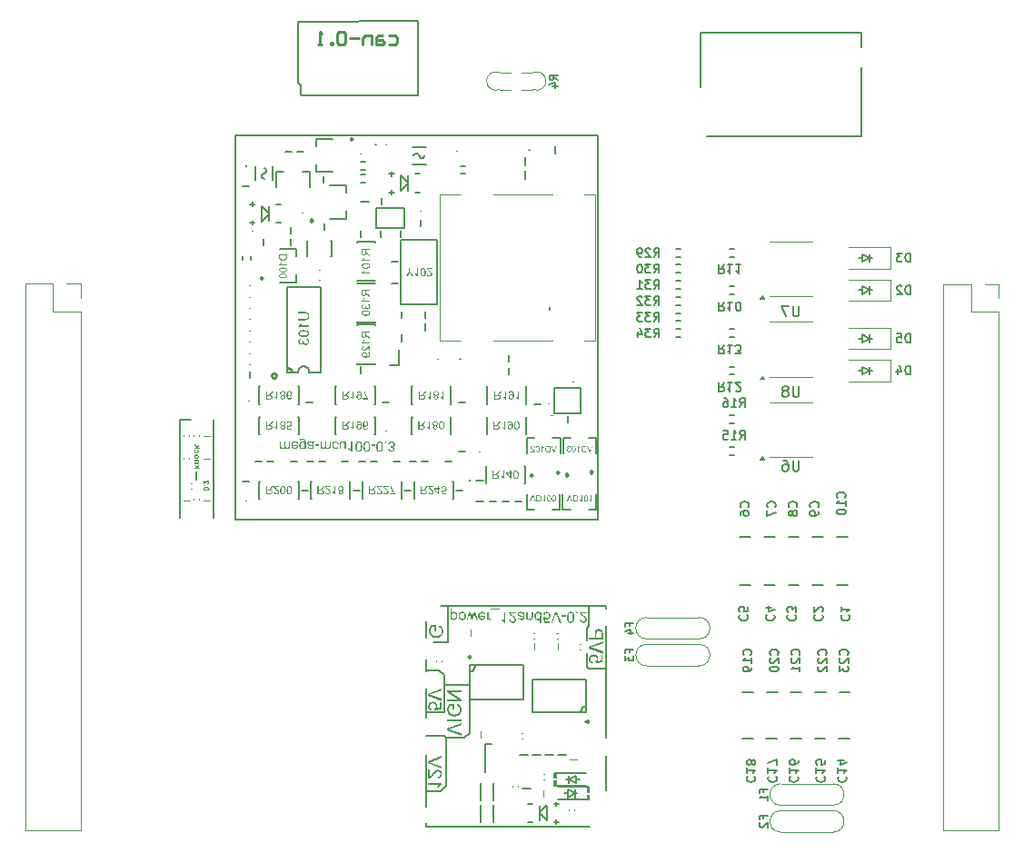
<source format=gbo>
G75*
G70*
%OFA0B0*%
%FSLAX25Y25*%
%IPPOS*%
%LPD*%
%AMOC8*
5,1,8,0,0,1.08239X$1,22.5*
%
%ADD180C,0.00300*%
%ADD54C,0.00591*%
%ADD56C,0.00787*%
%ADD61C,0.00984*%
%ADD62C,0.00669*%
%ADD63C,0.00500*%
%ADD64C,0.00472*%
%ADD65C,0.00800*%
%ADD66C,0.00390*%
%ADD67C,0.00394*%
%ADD82C,0.01000*%
X0000000Y0000000D02*
%LPD*%
G01*
D63*
X0279318Y0022654D02*
X0279318Y0023654D01*
X0280889Y0023654D02*
X0277889Y0023654D01*
X0277889Y0023654D02*
X0277889Y0022225D01*
X0280889Y0019511D02*
X0280889Y0021225D01*
X0280889Y0020368D02*
X0277889Y0020368D01*
X0277889Y0020368D02*
X0278318Y0020654D01*
X0278318Y0020654D02*
X0278604Y0020939D01*
X0278604Y0020939D02*
X0278747Y0021225D01*
X0203744Y0283965D02*
X0202315Y0284965D01*
X0203744Y0285679D02*
X0200744Y0285679D01*
X0200744Y0285679D02*
X0200744Y0284536D01*
X0200744Y0284536D02*
X0200887Y0284250D01*
X0200887Y0284250D02*
X0201029Y0284107D01*
X0201029Y0284107D02*
X0201315Y0283965D01*
X0201315Y0283965D02*
X0201744Y0283965D01*
X0201744Y0283965D02*
X0202029Y0284107D01*
X0202029Y0284107D02*
X0202172Y0284250D01*
X0202172Y0284250D02*
X0202315Y0284536D01*
X0202315Y0284536D02*
X0202315Y0285679D01*
X0201744Y0281393D02*
X0203744Y0281393D01*
X0200601Y0282107D02*
X0202744Y0282822D01*
X0202744Y0282822D02*
X0202744Y0280965D01*
X0230105Y0083677D02*
X0230105Y0084677D01*
X0231677Y0084677D02*
X0228677Y0084677D01*
X0228677Y0084677D02*
X0228677Y0083249D01*
X0229677Y0080820D02*
X0231677Y0080820D01*
X0228534Y0081534D02*
X0230677Y0082249D01*
X0230677Y0082249D02*
X0230677Y0080391D01*
X0279318Y0012811D02*
X0279318Y0013811D01*
X0280889Y0013811D02*
X0277889Y0013811D01*
X0277889Y0013811D02*
X0277889Y0012382D01*
X0278175Y0011382D02*
X0278032Y0011240D01*
X0278032Y0011240D02*
X0277889Y0010954D01*
X0277889Y0010954D02*
X0277889Y0010240D01*
X0277889Y0010240D02*
X0278032Y0009954D01*
X0278032Y0009954D02*
X0278175Y0009811D01*
X0278175Y0009811D02*
X0278461Y0009668D01*
X0278461Y0009668D02*
X0278747Y0009668D01*
X0278747Y0009668D02*
X0279175Y0009811D01*
X0279175Y0009811D02*
X0280889Y0011525D01*
X0280889Y0011525D02*
X0280889Y0009668D01*
X0230105Y0073835D02*
X0230105Y0074835D01*
X0231677Y0074835D02*
X0228677Y0074835D01*
X0228677Y0074835D02*
X0228677Y0073406D01*
X0228677Y0072549D02*
X0228677Y0070692D01*
X0228677Y0070692D02*
X0229820Y0071692D01*
X0229820Y0071692D02*
X0229820Y0071263D01*
X0229820Y0071263D02*
X0229963Y0070978D01*
X0229963Y0070978D02*
X0230105Y0070835D01*
X0230105Y0070835D02*
X0230391Y0070692D01*
X0230391Y0070692D02*
X0231105Y0070692D01*
X0231105Y0070692D02*
X0231391Y0070835D01*
X0231391Y0070835D02*
X0231534Y0070978D01*
X0231534Y0070978D02*
X0231677Y0071263D01*
X0231677Y0071263D02*
X0231677Y0072120D01*
X0231677Y0072120D02*
X0231534Y0072406D01*
X0231534Y0072406D02*
X0231391Y0072549D01*
D62*
X0264865Y0172798D02*
X0263789Y0171261D01*
X0263020Y0172798D02*
X0263020Y0169570D01*
X0263020Y0169570D02*
X0264250Y0169570D01*
X0264250Y0169570D02*
X0264557Y0169724D01*
X0264557Y0169724D02*
X0264711Y0169878D01*
X0264711Y0169878D02*
X0264865Y0170185D01*
X0264865Y0170185D02*
X0264865Y0170646D01*
X0264865Y0170646D02*
X0264711Y0170954D01*
X0264711Y0170954D02*
X0264557Y0171107D01*
X0264557Y0171107D02*
X0264250Y0171261D01*
X0264250Y0171261D02*
X0263020Y0171261D01*
X0267939Y0172798D02*
X0266095Y0172798D01*
X0267017Y0172798D02*
X0267017Y0169570D01*
X0267017Y0169570D02*
X0266710Y0170031D01*
X0266710Y0170031D02*
X0266402Y0170339D01*
X0266402Y0170339D02*
X0266095Y0170492D01*
X0269169Y0169878D02*
X0269323Y0169724D01*
X0269323Y0169724D02*
X0269630Y0169570D01*
X0269630Y0169570D02*
X0270399Y0169570D01*
X0270399Y0169570D02*
X0270707Y0169724D01*
X0270707Y0169724D02*
X0270860Y0169878D01*
X0270860Y0169878D02*
X0271014Y0170185D01*
X0271014Y0170185D02*
X0271014Y0170492D01*
X0271014Y0170492D02*
X0270860Y0170954D01*
X0270860Y0170954D02*
X0269015Y0172798D01*
X0269015Y0172798D02*
X0271014Y0172798D01*
X0306879Y0028290D02*
X0306725Y0028136D01*
X0306725Y0028136D02*
X0306572Y0027675D01*
X0306572Y0027675D02*
X0306572Y0027368D01*
X0306572Y0027368D02*
X0306725Y0026906D01*
X0306725Y0026906D02*
X0307033Y0026599D01*
X0307033Y0026599D02*
X0307340Y0026445D01*
X0307340Y0026445D02*
X0307955Y0026291D01*
X0307955Y0026291D02*
X0308416Y0026291D01*
X0308416Y0026291D02*
X0309031Y0026445D01*
X0309031Y0026445D02*
X0309339Y0026599D01*
X0309339Y0026599D02*
X0309646Y0026906D01*
X0309646Y0026906D02*
X0309800Y0027368D01*
X0309800Y0027368D02*
X0309800Y0027675D01*
X0309800Y0027675D02*
X0309646Y0028136D01*
X0309646Y0028136D02*
X0309492Y0028290D01*
X0306572Y0031365D02*
X0306572Y0029520D01*
X0306572Y0030442D02*
X0309800Y0030442D01*
X0309800Y0030442D02*
X0309339Y0030135D01*
X0309339Y0030135D02*
X0309031Y0029827D01*
X0309031Y0029827D02*
X0308878Y0029520D01*
X0308724Y0034132D02*
X0306572Y0034132D01*
X0309954Y0033363D02*
X0307648Y0032594D01*
X0307648Y0032594D02*
X0307648Y0034593D01*
X0292373Y0072931D02*
X0292527Y0073084D01*
X0292527Y0073084D02*
X0292680Y0073545D01*
X0292680Y0073545D02*
X0292680Y0073853D01*
X0292680Y0073853D02*
X0292527Y0074314D01*
X0292527Y0074314D02*
X0292219Y0074622D01*
X0292219Y0074622D02*
X0291912Y0074775D01*
X0291912Y0074775D02*
X0291297Y0074929D01*
X0291297Y0074929D02*
X0290836Y0074929D01*
X0290836Y0074929D02*
X0290221Y0074775D01*
X0290221Y0074775D02*
X0289913Y0074622D01*
X0289913Y0074622D02*
X0289606Y0074314D01*
X0289606Y0074314D02*
X0289452Y0073853D01*
X0289452Y0073853D02*
X0289452Y0073545D01*
X0289452Y0073545D02*
X0289606Y0073084D01*
X0289606Y0073084D02*
X0289759Y0072931D01*
X0289759Y0071701D02*
X0289606Y0071547D01*
X0289606Y0071547D02*
X0289452Y0071239D01*
X0289452Y0071239D02*
X0289452Y0070471D01*
X0289452Y0070471D02*
X0289606Y0070163D01*
X0289606Y0070163D02*
X0289759Y0070010D01*
X0289759Y0070010D02*
X0290067Y0069856D01*
X0290067Y0069856D02*
X0290374Y0069856D01*
X0290374Y0069856D02*
X0290836Y0070010D01*
X0290836Y0070010D02*
X0292680Y0071854D01*
X0292680Y0071854D02*
X0292680Y0069856D01*
X0292680Y0066781D02*
X0292680Y0068626D01*
X0292680Y0067704D02*
X0289452Y0067704D01*
X0289452Y0067704D02*
X0289913Y0068011D01*
X0289913Y0068011D02*
X0290221Y0068319D01*
X0290221Y0068319D02*
X0290374Y0068626D01*
X0239072Y0195312D02*
X0240148Y0196849D01*
X0240917Y0195312D02*
X0240917Y0198540D01*
X0240917Y0198540D02*
X0239687Y0198540D01*
X0239687Y0198540D02*
X0239380Y0198386D01*
X0239380Y0198386D02*
X0239226Y0198233D01*
X0239226Y0198233D02*
X0239072Y0197925D01*
X0239072Y0197925D02*
X0239072Y0197464D01*
X0239072Y0197464D02*
X0239226Y0197157D01*
X0239226Y0197157D02*
X0239380Y0197003D01*
X0239380Y0197003D02*
X0239687Y0196849D01*
X0239687Y0196849D02*
X0240917Y0196849D01*
X0237996Y0198540D02*
X0235998Y0198540D01*
X0235998Y0198540D02*
X0237074Y0197310D01*
X0237074Y0197310D02*
X0236613Y0197310D01*
X0236613Y0197310D02*
X0236305Y0197157D01*
X0236305Y0197157D02*
X0236151Y0197003D01*
X0236151Y0197003D02*
X0235998Y0196695D01*
X0235998Y0196695D02*
X0235998Y0195927D01*
X0235998Y0195927D02*
X0236151Y0195619D01*
X0236151Y0195619D02*
X0236305Y0195466D01*
X0236305Y0195466D02*
X0236613Y0195312D01*
X0236613Y0195312D02*
X0237535Y0195312D01*
X0237535Y0195312D02*
X0237842Y0195466D01*
X0237842Y0195466D02*
X0237996Y0195619D01*
X0234922Y0198540D02*
X0232923Y0198540D01*
X0232923Y0198540D02*
X0233999Y0197310D01*
X0233999Y0197310D02*
X0233538Y0197310D01*
X0233538Y0197310D02*
X0233230Y0197157D01*
X0233230Y0197157D02*
X0233077Y0197003D01*
X0233077Y0197003D02*
X0232923Y0196695D01*
X0232923Y0196695D02*
X0232923Y0195927D01*
X0232923Y0195927D02*
X0233077Y0195619D01*
X0233077Y0195619D02*
X0233230Y0195466D01*
X0233230Y0195466D02*
X0233538Y0195312D01*
X0233538Y0195312D02*
X0234460Y0195312D01*
X0234460Y0195312D02*
X0234768Y0195466D01*
X0234768Y0195466D02*
X0234922Y0195619D01*
X0264865Y0202326D02*
X0263789Y0200789D01*
X0263020Y0202326D02*
X0263020Y0199098D01*
X0263020Y0199098D02*
X0264250Y0199098D01*
X0264250Y0199098D02*
X0264557Y0199251D01*
X0264557Y0199251D02*
X0264711Y0199405D01*
X0264711Y0199405D02*
X0264865Y0199713D01*
X0264865Y0199713D02*
X0264865Y0200174D01*
X0264865Y0200174D02*
X0264711Y0200481D01*
X0264711Y0200481D02*
X0264557Y0200635D01*
X0264557Y0200635D02*
X0264250Y0200789D01*
X0264250Y0200789D02*
X0263020Y0200789D01*
X0267939Y0202326D02*
X0266095Y0202326D01*
X0267017Y0202326D02*
X0267017Y0199098D01*
X0267017Y0199098D02*
X0266710Y0199559D01*
X0266710Y0199559D02*
X0266402Y0199866D01*
X0266402Y0199866D02*
X0266095Y0200020D01*
X0269938Y0199098D02*
X0270245Y0199098D01*
X0270245Y0199098D02*
X0270553Y0199251D01*
X0270553Y0199251D02*
X0270707Y0199405D01*
X0270707Y0199405D02*
X0270860Y0199713D01*
X0270860Y0199713D02*
X0271014Y0200328D01*
X0271014Y0200328D02*
X0271014Y0201096D01*
X0271014Y0201096D02*
X0270860Y0201711D01*
X0270860Y0201711D02*
X0270707Y0202019D01*
X0270707Y0202019D02*
X0270553Y0202172D01*
X0270553Y0202172D02*
X0270245Y0202326D01*
X0270245Y0202326D02*
X0269938Y0202326D01*
X0269938Y0202326D02*
X0269630Y0202172D01*
X0269630Y0202172D02*
X0269477Y0202019D01*
X0269477Y0202019D02*
X0269323Y0201711D01*
X0269323Y0201711D02*
X0269169Y0201096D01*
X0269169Y0201096D02*
X0269169Y0200328D01*
X0269169Y0200328D02*
X0269323Y0199713D01*
X0269323Y0199713D02*
X0269477Y0199405D01*
X0269477Y0199405D02*
X0269630Y0199251D01*
X0269630Y0199251D02*
X0269938Y0199098D01*
X0302215Y0072931D02*
X0302369Y0073084D01*
X0302369Y0073084D02*
X0302523Y0073545D01*
X0302523Y0073545D02*
X0302523Y0073853D01*
X0302523Y0073853D02*
X0302369Y0074314D01*
X0302369Y0074314D02*
X0302062Y0074622D01*
X0302062Y0074622D02*
X0301754Y0074775D01*
X0301754Y0074775D02*
X0301139Y0074929D01*
X0301139Y0074929D02*
X0300678Y0074929D01*
X0300678Y0074929D02*
X0300063Y0074775D01*
X0300063Y0074775D02*
X0299756Y0074622D01*
X0299756Y0074622D02*
X0299448Y0074314D01*
X0299448Y0074314D02*
X0299295Y0073853D01*
X0299295Y0073853D02*
X0299295Y0073545D01*
X0299295Y0073545D02*
X0299448Y0073084D01*
X0299448Y0073084D02*
X0299602Y0072931D01*
X0299602Y0071701D02*
X0299448Y0071547D01*
X0299448Y0071547D02*
X0299295Y0071239D01*
X0299295Y0071239D02*
X0299295Y0070471D01*
X0299295Y0070471D02*
X0299448Y0070163D01*
X0299448Y0070163D02*
X0299602Y0070010D01*
X0299602Y0070010D02*
X0299909Y0069856D01*
X0299909Y0069856D02*
X0300217Y0069856D01*
X0300217Y0069856D02*
X0300678Y0070010D01*
X0300678Y0070010D02*
X0302523Y0071854D01*
X0302523Y0071854D02*
X0302523Y0069856D01*
X0299602Y0068626D02*
X0299448Y0068472D01*
X0299448Y0068472D02*
X0299295Y0068165D01*
X0299295Y0068165D02*
X0299295Y0067396D01*
X0299295Y0067396D02*
X0299448Y0067089D01*
X0299448Y0067089D02*
X0299602Y0066935D01*
X0299602Y0066935D02*
X0299909Y0066781D01*
X0299909Y0066781D02*
X0300217Y0066781D01*
X0300217Y0066781D02*
X0300678Y0066935D01*
X0300678Y0066935D02*
X0302523Y0068780D01*
X0302523Y0068780D02*
X0302523Y0066781D01*
X0273672Y0127064D02*
X0273826Y0127218D01*
X0273826Y0127218D02*
X0273980Y0127679D01*
X0273980Y0127679D02*
X0273980Y0127987D01*
X0273980Y0127987D02*
X0273826Y0128448D01*
X0273826Y0128448D02*
X0273518Y0128755D01*
X0273518Y0128755D02*
X0273211Y0128909D01*
X0273211Y0128909D02*
X0272596Y0129063D01*
X0272596Y0129063D02*
X0272135Y0129063D01*
X0272135Y0129063D02*
X0271520Y0128909D01*
X0271520Y0128909D02*
X0271212Y0128755D01*
X0271212Y0128755D02*
X0270905Y0128448D01*
X0270905Y0128448D02*
X0270751Y0127987D01*
X0270751Y0127987D02*
X0270751Y0127679D01*
X0270751Y0127679D02*
X0270905Y0127218D01*
X0270905Y0127218D02*
X0271059Y0127064D01*
X0270751Y0124297D02*
X0270751Y0124912D01*
X0270751Y0124912D02*
X0270905Y0125220D01*
X0270905Y0125220D02*
X0271059Y0125373D01*
X0271059Y0125373D02*
X0271520Y0125681D01*
X0271520Y0125681D02*
X0272135Y0125835D01*
X0272135Y0125835D02*
X0273365Y0125835D01*
X0273365Y0125835D02*
X0273672Y0125681D01*
X0273672Y0125681D02*
X0273826Y0125527D01*
X0273826Y0125527D02*
X0273980Y0125220D01*
X0273980Y0125220D02*
X0273980Y0124605D01*
X0273980Y0124605D02*
X0273826Y0124297D01*
X0273826Y0124297D02*
X0273672Y0124143D01*
X0273672Y0124143D02*
X0273365Y0123990D01*
X0273365Y0123990D02*
X0272596Y0123990D01*
X0272596Y0123990D02*
X0272289Y0124143D01*
X0272289Y0124143D02*
X0272135Y0124297D01*
X0272135Y0124297D02*
X0271981Y0124605D01*
X0271981Y0124605D02*
X0271981Y0125220D01*
X0271981Y0125220D02*
X0272135Y0125527D01*
X0272135Y0125527D02*
X0272289Y0125681D01*
X0272289Y0125681D02*
X0272596Y0125835D01*
X0299005Y0028290D02*
X0298851Y0028136D01*
X0298851Y0028136D02*
X0298698Y0027675D01*
X0298698Y0027675D02*
X0298698Y0027368D01*
X0298698Y0027368D02*
X0298851Y0026906D01*
X0298851Y0026906D02*
X0299159Y0026599D01*
X0299159Y0026599D02*
X0299466Y0026445D01*
X0299466Y0026445D02*
X0300081Y0026291D01*
X0300081Y0026291D02*
X0300542Y0026291D01*
X0300542Y0026291D02*
X0301157Y0026445D01*
X0301157Y0026445D02*
X0301465Y0026599D01*
X0301465Y0026599D02*
X0301772Y0026906D01*
X0301772Y0026906D02*
X0301926Y0027368D01*
X0301926Y0027368D02*
X0301926Y0027675D01*
X0301926Y0027675D02*
X0301772Y0028136D01*
X0301772Y0028136D02*
X0301618Y0028290D01*
X0298698Y0031365D02*
X0298698Y0029520D01*
X0298698Y0030442D02*
X0301926Y0030442D01*
X0301926Y0030442D02*
X0301465Y0030135D01*
X0301465Y0030135D02*
X0301157Y0029827D01*
X0301157Y0029827D02*
X0301004Y0029520D01*
X0301926Y0034285D02*
X0301926Y0032748D01*
X0301926Y0032748D02*
X0300389Y0032594D01*
X0300389Y0032594D02*
X0300542Y0032748D01*
X0300542Y0032748D02*
X0300696Y0033056D01*
X0300696Y0033056D02*
X0300696Y0033824D01*
X0300696Y0033824D02*
X0300542Y0034132D01*
X0300542Y0034132D02*
X0300389Y0034285D01*
X0300389Y0034285D02*
X0300081Y0034439D01*
X0300081Y0034439D02*
X0299313Y0034439D01*
X0299313Y0034439D02*
X0299005Y0034285D01*
X0299005Y0034285D02*
X0298851Y0034132D01*
X0298851Y0034132D02*
X0298698Y0033824D01*
X0298698Y0033824D02*
X0298698Y0033056D01*
X0298698Y0033056D02*
X0298851Y0032748D01*
X0298851Y0032748D02*
X0299005Y0032594D01*
X0284499Y0072931D02*
X0284653Y0073084D01*
X0284653Y0073084D02*
X0284806Y0073545D01*
X0284806Y0073545D02*
X0284806Y0073853D01*
X0284806Y0073853D02*
X0284653Y0074314D01*
X0284653Y0074314D02*
X0284345Y0074622D01*
X0284345Y0074622D02*
X0284038Y0074775D01*
X0284038Y0074775D02*
X0283423Y0074929D01*
X0283423Y0074929D02*
X0282962Y0074929D01*
X0282962Y0074929D02*
X0282347Y0074775D01*
X0282347Y0074775D02*
X0282039Y0074622D01*
X0282039Y0074622D02*
X0281732Y0074314D01*
X0281732Y0074314D02*
X0281578Y0073853D01*
X0281578Y0073853D02*
X0281578Y0073545D01*
X0281578Y0073545D02*
X0281732Y0073084D01*
X0281732Y0073084D02*
X0281885Y0072931D01*
X0281885Y0071701D02*
X0281732Y0071547D01*
X0281732Y0071547D02*
X0281578Y0071239D01*
X0281578Y0071239D02*
X0281578Y0070471D01*
X0281578Y0070471D02*
X0281732Y0070163D01*
X0281732Y0070163D02*
X0281885Y0070010D01*
X0281885Y0070010D02*
X0282193Y0069856D01*
X0282193Y0069856D02*
X0282500Y0069856D01*
X0282500Y0069856D02*
X0282962Y0070010D01*
X0282962Y0070010D02*
X0284806Y0071854D01*
X0284806Y0071854D02*
X0284806Y0069856D01*
X0281578Y0067857D02*
X0281578Y0067550D01*
X0281578Y0067550D02*
X0281732Y0067242D01*
X0281732Y0067242D02*
X0281885Y0067089D01*
X0281885Y0067089D02*
X0282193Y0066935D01*
X0282193Y0066935D02*
X0282808Y0066781D01*
X0282808Y0066781D02*
X0283576Y0066781D01*
X0283576Y0066781D02*
X0284191Y0066935D01*
X0284191Y0066935D02*
X0284499Y0067089D01*
X0284499Y0067089D02*
X0284653Y0067242D01*
X0284653Y0067242D02*
X0284806Y0067550D01*
X0284806Y0067550D02*
X0284806Y0067857D01*
X0284806Y0067857D02*
X0284653Y0068165D01*
X0284653Y0068165D02*
X0284499Y0068319D01*
X0284499Y0068319D02*
X0284191Y0068472D01*
X0284191Y0068472D02*
X0283576Y0068626D01*
X0283576Y0068626D02*
X0282808Y0068626D01*
X0282808Y0068626D02*
X0282193Y0068472D01*
X0282193Y0068472D02*
X0281885Y0068319D01*
X0281885Y0068319D02*
X0281732Y0068165D01*
X0281732Y0068165D02*
X0281578Y0067857D01*
X0310089Y0072931D02*
X0310243Y0073084D01*
X0310243Y0073084D02*
X0310397Y0073545D01*
X0310397Y0073545D02*
X0310397Y0073853D01*
X0310397Y0073853D02*
X0310243Y0074314D01*
X0310243Y0074314D02*
X0309936Y0074622D01*
X0309936Y0074622D02*
X0309628Y0074775D01*
X0309628Y0074775D02*
X0309013Y0074929D01*
X0309013Y0074929D02*
X0308552Y0074929D01*
X0308552Y0074929D02*
X0307937Y0074775D01*
X0307937Y0074775D02*
X0307630Y0074622D01*
X0307630Y0074622D02*
X0307322Y0074314D01*
X0307322Y0074314D02*
X0307169Y0073853D01*
X0307169Y0073853D02*
X0307169Y0073545D01*
X0307169Y0073545D02*
X0307322Y0073084D01*
X0307322Y0073084D02*
X0307476Y0072931D01*
X0307476Y0071701D02*
X0307322Y0071547D01*
X0307322Y0071547D02*
X0307169Y0071239D01*
X0307169Y0071239D02*
X0307169Y0070471D01*
X0307169Y0070471D02*
X0307322Y0070163D01*
X0307322Y0070163D02*
X0307476Y0070010D01*
X0307476Y0070010D02*
X0307783Y0069856D01*
X0307783Y0069856D02*
X0308091Y0069856D01*
X0308091Y0069856D02*
X0308552Y0070010D01*
X0308552Y0070010D02*
X0310397Y0071854D01*
X0310397Y0071854D02*
X0310397Y0069856D01*
X0307169Y0068780D02*
X0307169Y0066781D01*
X0307169Y0066781D02*
X0308398Y0067857D01*
X0308398Y0067857D02*
X0308398Y0067396D01*
X0308398Y0067396D02*
X0308552Y0067089D01*
X0308552Y0067089D02*
X0308706Y0066935D01*
X0308706Y0066935D02*
X0309013Y0066781D01*
X0309013Y0066781D02*
X0309782Y0066781D01*
X0309782Y0066781D02*
X0310089Y0066935D01*
X0310089Y0066935D02*
X0310243Y0067089D01*
X0310243Y0067089D02*
X0310397Y0067396D01*
X0310397Y0067396D02*
X0310397Y0068319D01*
X0310397Y0068319D02*
X0310243Y0068626D01*
X0310243Y0068626D02*
X0310089Y0068780D01*
D54*
X0292370Y0144272D02*
X0292370Y0141085D01*
X0292370Y0141085D02*
X0292182Y0140710D01*
X0292182Y0140710D02*
X0291995Y0140523D01*
X0291995Y0140523D02*
X0291620Y0140335D01*
X0291620Y0140335D02*
X0290870Y0140335D01*
X0290870Y0140335D02*
X0290495Y0140523D01*
X0290495Y0140523D02*
X0290307Y0140710D01*
X0290307Y0140710D02*
X0290120Y0141085D01*
X0290120Y0141085D02*
X0290120Y0144272D01*
X0286558Y0144272D02*
X0287308Y0144272D01*
X0287308Y0144272D02*
X0287683Y0144085D01*
X0287683Y0144085D02*
X0287870Y0143897D01*
X0287870Y0143897D02*
X0288245Y0143335D01*
X0288245Y0143335D02*
X0288433Y0142585D01*
X0288433Y0142585D02*
X0288433Y0141085D01*
X0288433Y0141085D02*
X0288245Y0140710D01*
X0288245Y0140710D02*
X0288058Y0140523D01*
X0288058Y0140523D02*
X0287683Y0140335D01*
X0287683Y0140335D02*
X0286933Y0140335D01*
X0286933Y0140335D02*
X0286558Y0140523D01*
X0286558Y0140523D02*
X0286370Y0140710D01*
X0286370Y0140710D02*
X0286183Y0141085D01*
X0286183Y0141085D02*
X0286183Y0142023D01*
X0286183Y0142023D02*
X0286370Y0142398D01*
X0286370Y0142398D02*
X0286558Y0142585D01*
X0286558Y0142585D02*
X0286933Y0142773D01*
X0286933Y0142773D02*
X0287683Y0142773D01*
X0287683Y0142773D02*
X0288058Y0142585D01*
X0288058Y0142585D02*
X0288245Y0142398D01*
X0288245Y0142398D02*
X0288433Y0142023D01*
D62*
X0239072Y0218934D02*
X0240148Y0220471D01*
X0240917Y0218934D02*
X0240917Y0222162D01*
X0240917Y0222162D02*
X0239687Y0222162D01*
X0239687Y0222162D02*
X0239380Y0222008D01*
X0239380Y0222008D02*
X0239226Y0221855D01*
X0239226Y0221855D02*
X0239072Y0221547D01*
X0239072Y0221547D02*
X0239072Y0221086D01*
X0239072Y0221086D02*
X0239226Y0220779D01*
X0239226Y0220779D02*
X0239380Y0220625D01*
X0239380Y0220625D02*
X0239687Y0220471D01*
X0239687Y0220471D02*
X0240917Y0220471D01*
X0237842Y0221855D02*
X0237689Y0222008D01*
X0237689Y0222008D02*
X0237381Y0222162D01*
X0237381Y0222162D02*
X0236613Y0222162D01*
X0236613Y0222162D02*
X0236305Y0222008D01*
X0236305Y0222008D02*
X0236151Y0221855D01*
X0236151Y0221855D02*
X0235998Y0221547D01*
X0235998Y0221547D02*
X0235998Y0221240D01*
X0235998Y0221240D02*
X0236151Y0220779D01*
X0236151Y0220779D02*
X0237996Y0218934D01*
X0237996Y0218934D02*
X0235998Y0218934D01*
X0234460Y0218934D02*
X0233845Y0218934D01*
X0233845Y0218934D02*
X0233538Y0219088D01*
X0233538Y0219088D02*
X0233384Y0219241D01*
X0233384Y0219241D02*
X0233077Y0219702D01*
X0233077Y0219702D02*
X0232923Y0220317D01*
X0232923Y0220317D02*
X0232923Y0221547D01*
X0232923Y0221547D02*
X0233077Y0221855D01*
X0233077Y0221855D02*
X0233230Y0222008D01*
X0233230Y0222008D02*
X0233538Y0222162D01*
X0233538Y0222162D02*
X0234153Y0222162D01*
X0234153Y0222162D02*
X0234460Y0222008D01*
X0234460Y0222008D02*
X0234614Y0221855D01*
X0234614Y0221855D02*
X0234768Y0221547D01*
X0234768Y0221547D02*
X0234768Y0220779D01*
X0234768Y0220779D02*
X0234614Y0220471D01*
X0234614Y0220471D02*
X0234460Y0220317D01*
X0234460Y0220317D02*
X0234153Y0220164D01*
X0234153Y0220164D02*
X0233538Y0220164D01*
X0233538Y0220164D02*
X0233230Y0220317D01*
X0233230Y0220317D02*
X0233077Y0220471D01*
X0233077Y0220471D02*
X0232923Y0220779D01*
X0333091Y0187518D02*
X0333091Y0190746D01*
X0333091Y0190746D02*
X0332323Y0190746D01*
X0332323Y0190746D02*
X0331862Y0190592D01*
X0331862Y0190592D02*
X0331554Y0190285D01*
X0331554Y0190285D02*
X0331400Y0189977D01*
X0331400Y0189977D02*
X0331247Y0189362D01*
X0331247Y0189362D02*
X0331247Y0188901D01*
X0331247Y0188901D02*
X0331400Y0188286D01*
X0331400Y0188286D02*
X0331554Y0187979D01*
X0331554Y0187979D02*
X0331862Y0187671D01*
X0331862Y0187671D02*
X0332323Y0187518D01*
X0332323Y0187518D02*
X0333091Y0187518D01*
X0328326Y0190746D02*
X0329863Y0190746D01*
X0329863Y0190746D02*
X0330017Y0189209D01*
X0330017Y0189209D02*
X0329863Y0189362D01*
X0329863Y0189362D02*
X0329556Y0189516D01*
X0329556Y0189516D02*
X0328787Y0189516D01*
X0328787Y0189516D02*
X0328480Y0189362D01*
X0328480Y0189362D02*
X0328326Y0189209D01*
X0328326Y0189209D02*
X0328172Y0188901D01*
X0328172Y0188901D02*
X0328172Y0188133D01*
X0328172Y0188133D02*
X0328326Y0187825D01*
X0328326Y0187825D02*
X0328480Y0187671D01*
X0328480Y0187671D02*
X0328787Y0187518D01*
X0328787Y0187518D02*
X0329556Y0187518D01*
X0329556Y0187518D02*
X0329863Y0187671D01*
X0329863Y0187671D02*
X0330017Y0187825D01*
X0280462Y0087503D02*
X0280308Y0087349D01*
X0280308Y0087349D02*
X0280154Y0086888D01*
X0280154Y0086888D02*
X0280154Y0086580D01*
X0280154Y0086580D02*
X0280308Y0086119D01*
X0280308Y0086119D02*
X0280615Y0085812D01*
X0280615Y0085812D02*
X0280923Y0085658D01*
X0280923Y0085658D02*
X0281538Y0085504D01*
X0281538Y0085504D02*
X0281999Y0085504D01*
X0281999Y0085504D02*
X0282614Y0085658D01*
X0282614Y0085658D02*
X0282921Y0085812D01*
X0282921Y0085812D02*
X0283229Y0086119D01*
X0283229Y0086119D02*
X0283383Y0086580D01*
X0283383Y0086580D02*
X0283383Y0086888D01*
X0283383Y0086888D02*
X0283229Y0087349D01*
X0283229Y0087349D02*
X0283075Y0087503D01*
X0282307Y0090270D02*
X0280154Y0090270D01*
X0283536Y0089501D02*
X0281230Y0088732D01*
X0281230Y0088732D02*
X0281230Y0090731D01*
X0273415Y0028290D02*
X0273261Y0028136D01*
X0273261Y0028136D02*
X0273107Y0027675D01*
X0273107Y0027675D02*
X0273107Y0027368D01*
X0273107Y0027368D02*
X0273261Y0026906D01*
X0273261Y0026906D02*
X0273568Y0026599D01*
X0273568Y0026599D02*
X0273876Y0026445D01*
X0273876Y0026445D02*
X0274491Y0026291D01*
X0274491Y0026291D02*
X0274952Y0026291D01*
X0274952Y0026291D02*
X0275567Y0026445D01*
X0275567Y0026445D02*
X0275874Y0026599D01*
X0275874Y0026599D02*
X0276182Y0026906D01*
X0276182Y0026906D02*
X0276335Y0027368D01*
X0276335Y0027368D02*
X0276335Y0027675D01*
X0276335Y0027675D02*
X0276182Y0028136D01*
X0276182Y0028136D02*
X0276028Y0028290D01*
X0273107Y0031365D02*
X0273107Y0029520D01*
X0273107Y0030442D02*
X0276335Y0030442D01*
X0276335Y0030442D02*
X0275874Y0030135D01*
X0275874Y0030135D02*
X0275567Y0029827D01*
X0275567Y0029827D02*
X0275413Y0029520D01*
X0274952Y0033209D02*
X0275106Y0032902D01*
X0275106Y0032902D02*
X0275259Y0032748D01*
X0275259Y0032748D02*
X0275567Y0032594D01*
X0275567Y0032594D02*
X0275720Y0032594D01*
X0275720Y0032594D02*
X0276028Y0032748D01*
X0276028Y0032748D02*
X0276182Y0032902D01*
X0276182Y0032902D02*
X0276335Y0033209D01*
X0276335Y0033209D02*
X0276335Y0033824D01*
X0276335Y0033824D02*
X0276182Y0034132D01*
X0276182Y0034132D02*
X0276028Y0034285D01*
X0276028Y0034285D02*
X0275720Y0034439D01*
X0275720Y0034439D02*
X0275567Y0034439D01*
X0275567Y0034439D02*
X0275259Y0034285D01*
X0275259Y0034285D02*
X0275106Y0034132D01*
X0275106Y0034132D02*
X0274952Y0033824D01*
X0274952Y0033824D02*
X0274952Y0033209D01*
X0274952Y0033209D02*
X0274798Y0032902D01*
X0274798Y0032902D02*
X0274644Y0032748D01*
X0274644Y0032748D02*
X0274337Y0032594D01*
X0274337Y0032594D02*
X0273722Y0032594D01*
X0273722Y0032594D02*
X0273415Y0032748D01*
X0273415Y0032748D02*
X0273261Y0032902D01*
X0273261Y0032902D02*
X0273107Y0033209D01*
X0273107Y0033209D02*
X0273107Y0033824D01*
X0273107Y0033824D02*
X0273261Y0034132D01*
X0273261Y0034132D02*
X0273415Y0034285D01*
X0273415Y0034285D02*
X0273722Y0034439D01*
X0273722Y0034439D02*
X0274337Y0034439D01*
X0274337Y0034439D02*
X0274644Y0034285D01*
X0274644Y0034285D02*
X0274798Y0034132D01*
X0274798Y0034132D02*
X0274952Y0033824D01*
X0239072Y0207123D02*
X0240148Y0208660D01*
X0240917Y0207123D02*
X0240917Y0210351D01*
X0240917Y0210351D02*
X0239687Y0210351D01*
X0239687Y0210351D02*
X0239380Y0210197D01*
X0239380Y0210197D02*
X0239226Y0210044D01*
X0239226Y0210044D02*
X0239072Y0209736D01*
X0239072Y0209736D02*
X0239072Y0209275D01*
X0239072Y0209275D02*
X0239226Y0208968D01*
X0239226Y0208968D02*
X0239380Y0208814D01*
X0239380Y0208814D02*
X0239687Y0208660D01*
X0239687Y0208660D02*
X0240917Y0208660D01*
X0237996Y0210351D02*
X0235998Y0210351D01*
X0235998Y0210351D02*
X0237074Y0209121D01*
X0237074Y0209121D02*
X0236613Y0209121D01*
X0236613Y0209121D02*
X0236305Y0208968D01*
X0236305Y0208968D02*
X0236151Y0208814D01*
X0236151Y0208814D02*
X0235998Y0208506D01*
X0235998Y0208506D02*
X0235998Y0207738D01*
X0235998Y0207738D02*
X0236151Y0207430D01*
X0236151Y0207430D02*
X0236305Y0207277D01*
X0236305Y0207277D02*
X0236613Y0207123D01*
X0236613Y0207123D02*
X0237535Y0207123D01*
X0237535Y0207123D02*
X0237842Y0207277D01*
X0237842Y0207277D02*
X0237996Y0207430D01*
X0232923Y0207123D02*
X0234768Y0207123D01*
X0233845Y0207123D02*
X0233845Y0210351D01*
X0233845Y0210351D02*
X0234153Y0209890D01*
X0234153Y0209890D02*
X0234460Y0209582D01*
X0234460Y0209582D02*
X0234768Y0209429D01*
X0333091Y0175707D02*
X0333091Y0178935D01*
X0333091Y0178935D02*
X0332323Y0178935D01*
X0332323Y0178935D02*
X0331862Y0178781D01*
X0331862Y0178781D02*
X0331554Y0178474D01*
X0331554Y0178474D02*
X0331400Y0178166D01*
X0331400Y0178166D02*
X0331247Y0177551D01*
X0331247Y0177551D02*
X0331247Y0177090D01*
X0331247Y0177090D02*
X0331400Y0176475D01*
X0331400Y0176475D02*
X0331554Y0176168D01*
X0331554Y0176168D02*
X0331862Y0175860D01*
X0331862Y0175860D02*
X0332323Y0175707D01*
X0332323Y0175707D02*
X0333091Y0175707D01*
X0328480Y0177859D02*
X0328480Y0175707D01*
X0329248Y0179089D02*
X0330017Y0176783D01*
X0330017Y0176783D02*
X0328018Y0176783D01*
X0291389Y0127064D02*
X0291542Y0127218D01*
X0291542Y0127218D02*
X0291696Y0127679D01*
X0291696Y0127679D02*
X0291696Y0127987D01*
X0291696Y0127987D02*
X0291542Y0128448D01*
X0291542Y0128448D02*
X0291235Y0128755D01*
X0291235Y0128755D02*
X0290927Y0128909D01*
X0290927Y0128909D02*
X0290313Y0129063D01*
X0290313Y0129063D02*
X0289851Y0129063D01*
X0289851Y0129063D02*
X0289236Y0128909D01*
X0289236Y0128909D02*
X0288929Y0128755D01*
X0288929Y0128755D02*
X0288621Y0128448D01*
X0288621Y0128448D02*
X0288468Y0127987D01*
X0288468Y0127987D02*
X0288468Y0127679D01*
X0288468Y0127679D02*
X0288621Y0127218D01*
X0288621Y0127218D02*
X0288775Y0127064D01*
X0289851Y0125220D02*
X0289698Y0125527D01*
X0289698Y0125527D02*
X0289544Y0125681D01*
X0289544Y0125681D02*
X0289236Y0125835D01*
X0289236Y0125835D02*
X0289083Y0125835D01*
X0289083Y0125835D02*
X0288775Y0125681D01*
X0288775Y0125681D02*
X0288621Y0125527D01*
X0288621Y0125527D02*
X0288468Y0125220D01*
X0288468Y0125220D02*
X0288468Y0124605D01*
X0288468Y0124605D02*
X0288621Y0124297D01*
X0288621Y0124297D02*
X0288775Y0124143D01*
X0288775Y0124143D02*
X0289083Y0123990D01*
X0289083Y0123990D02*
X0289236Y0123990D01*
X0289236Y0123990D02*
X0289544Y0124143D01*
X0289544Y0124143D02*
X0289698Y0124297D01*
X0289698Y0124297D02*
X0289851Y0124605D01*
X0289851Y0124605D02*
X0289851Y0125220D01*
X0289851Y0125220D02*
X0290005Y0125527D01*
X0290005Y0125527D02*
X0290159Y0125681D01*
X0290159Y0125681D02*
X0290466Y0125835D01*
X0290466Y0125835D02*
X0291081Y0125835D01*
X0291081Y0125835D02*
X0291389Y0125681D01*
X0291389Y0125681D02*
X0291542Y0125527D01*
X0291542Y0125527D02*
X0291696Y0125220D01*
X0291696Y0125220D02*
X0291696Y0124605D01*
X0291696Y0124605D02*
X0291542Y0124297D01*
X0291542Y0124297D02*
X0291389Y0124143D01*
X0291389Y0124143D02*
X0291081Y0123990D01*
X0291081Y0123990D02*
X0290466Y0123990D01*
X0290466Y0123990D02*
X0290159Y0124143D01*
X0290159Y0124143D02*
X0290005Y0124297D01*
X0290005Y0124297D02*
X0289851Y0124605D01*
D54*
X0292370Y0200965D02*
X0292370Y0197778D01*
X0292370Y0197778D02*
X0292182Y0197403D01*
X0292182Y0197403D02*
X0291995Y0197216D01*
X0291995Y0197216D02*
X0291620Y0197028D01*
X0291620Y0197028D02*
X0290870Y0197028D01*
X0290870Y0197028D02*
X0290495Y0197216D01*
X0290495Y0197216D02*
X0290307Y0197403D01*
X0290307Y0197403D02*
X0290120Y0197778D01*
X0290120Y0197778D02*
X0290120Y0200965D01*
X0288620Y0200965D02*
X0285996Y0200965D01*
X0285996Y0200965D02*
X0287683Y0197028D01*
D62*
X0299263Y0127064D02*
X0299416Y0127218D01*
X0299416Y0127218D02*
X0299570Y0127679D01*
X0299570Y0127679D02*
X0299570Y0127987D01*
X0299570Y0127987D02*
X0299416Y0128448D01*
X0299416Y0128448D02*
X0299109Y0128755D01*
X0299109Y0128755D02*
X0298801Y0128909D01*
X0298801Y0128909D02*
X0298187Y0129063D01*
X0298187Y0129063D02*
X0297725Y0129063D01*
X0297725Y0129063D02*
X0297110Y0128909D01*
X0297110Y0128909D02*
X0296803Y0128755D01*
X0296803Y0128755D02*
X0296495Y0128448D01*
X0296495Y0128448D02*
X0296342Y0127987D01*
X0296342Y0127987D02*
X0296342Y0127679D01*
X0296342Y0127679D02*
X0296495Y0127218D01*
X0296495Y0127218D02*
X0296649Y0127064D01*
X0299570Y0125527D02*
X0299570Y0124912D01*
X0299570Y0124912D02*
X0299416Y0124605D01*
X0299416Y0124605D02*
X0299263Y0124451D01*
X0299263Y0124451D02*
X0298801Y0124143D01*
X0298801Y0124143D02*
X0298187Y0123990D01*
X0298187Y0123990D02*
X0296957Y0123990D01*
X0296957Y0123990D02*
X0296649Y0124143D01*
X0296649Y0124143D02*
X0296495Y0124297D01*
X0296495Y0124297D02*
X0296342Y0124605D01*
X0296342Y0124605D02*
X0296342Y0125220D01*
X0296342Y0125220D02*
X0296495Y0125527D01*
X0296495Y0125527D02*
X0296649Y0125681D01*
X0296649Y0125681D02*
X0296957Y0125835D01*
X0296957Y0125835D02*
X0297725Y0125835D01*
X0297725Y0125835D02*
X0298033Y0125681D01*
X0298033Y0125681D02*
X0298187Y0125527D01*
X0298187Y0125527D02*
X0298340Y0125220D01*
X0298340Y0125220D02*
X0298340Y0124605D01*
X0298340Y0124605D02*
X0298187Y0124297D01*
X0298187Y0124297D02*
X0298033Y0124143D01*
X0298033Y0124143D02*
X0297725Y0123990D01*
X0239072Y0213028D02*
X0240148Y0214566D01*
X0240917Y0213028D02*
X0240917Y0216257D01*
X0240917Y0216257D02*
X0239687Y0216257D01*
X0239687Y0216257D02*
X0239380Y0216103D01*
X0239380Y0216103D02*
X0239226Y0215949D01*
X0239226Y0215949D02*
X0239072Y0215642D01*
X0239072Y0215642D02*
X0239072Y0215181D01*
X0239072Y0215181D02*
X0239226Y0214873D01*
X0239226Y0214873D02*
X0239380Y0214719D01*
X0239380Y0214719D02*
X0239687Y0214566D01*
X0239687Y0214566D02*
X0240917Y0214566D01*
X0237996Y0216257D02*
X0235998Y0216257D01*
X0235998Y0216257D02*
X0237074Y0215027D01*
X0237074Y0215027D02*
X0236613Y0215027D01*
X0236613Y0215027D02*
X0236305Y0214873D01*
X0236305Y0214873D02*
X0236151Y0214719D01*
X0236151Y0214719D02*
X0235998Y0214412D01*
X0235998Y0214412D02*
X0235998Y0213643D01*
X0235998Y0213643D02*
X0236151Y0213336D01*
X0236151Y0213336D02*
X0236305Y0213182D01*
X0236305Y0213182D02*
X0236613Y0213028D01*
X0236613Y0213028D02*
X0237535Y0213028D01*
X0237535Y0213028D02*
X0237842Y0213182D01*
X0237842Y0213182D02*
X0237996Y0213336D01*
X0233999Y0216257D02*
X0233692Y0216257D01*
X0233692Y0216257D02*
X0233384Y0216103D01*
X0233384Y0216103D02*
X0233230Y0215949D01*
X0233230Y0215949D02*
X0233077Y0215642D01*
X0233077Y0215642D02*
X0232923Y0215027D01*
X0232923Y0215027D02*
X0232923Y0214258D01*
X0232923Y0214258D02*
X0233077Y0213643D01*
X0233077Y0213643D02*
X0233230Y0213336D01*
X0233230Y0213336D02*
X0233384Y0213182D01*
X0233384Y0213182D02*
X0233692Y0213028D01*
X0233692Y0213028D02*
X0233999Y0213028D01*
X0233999Y0213028D02*
X0234307Y0213182D01*
X0234307Y0213182D02*
X0234460Y0213336D01*
X0234460Y0213336D02*
X0234614Y0213643D01*
X0234614Y0213643D02*
X0234768Y0214258D01*
X0234768Y0214258D02*
X0234768Y0215027D01*
X0234768Y0215027D02*
X0234614Y0215642D01*
X0234614Y0215642D02*
X0234460Y0215949D01*
X0234460Y0215949D02*
X0234307Y0216103D01*
X0234307Y0216103D02*
X0233999Y0216257D01*
X0270568Y0152005D02*
X0271644Y0153542D01*
X0272413Y0152005D02*
X0272413Y0155233D01*
X0272413Y0155233D02*
X0271183Y0155233D01*
X0271183Y0155233D02*
X0270876Y0155079D01*
X0270876Y0155079D02*
X0270722Y0154926D01*
X0270722Y0154926D02*
X0270568Y0154618D01*
X0270568Y0154618D02*
X0270568Y0154157D01*
X0270568Y0154157D02*
X0270722Y0153849D01*
X0270722Y0153849D02*
X0270876Y0153696D01*
X0270876Y0153696D02*
X0271183Y0153542D01*
X0271183Y0153542D02*
X0272413Y0153542D01*
X0267494Y0152005D02*
X0269338Y0152005D01*
X0268416Y0152005D02*
X0268416Y0155233D01*
X0268416Y0155233D02*
X0268724Y0154772D01*
X0268724Y0154772D02*
X0269031Y0154464D01*
X0269031Y0154464D02*
X0269338Y0154311D01*
X0264573Y0155233D02*
X0266110Y0155233D01*
X0266110Y0155233D02*
X0266264Y0153696D01*
X0266264Y0153696D02*
X0266110Y0153849D01*
X0266110Y0153849D02*
X0265803Y0154003D01*
X0265803Y0154003D02*
X0265034Y0154003D01*
X0265034Y0154003D02*
X0264727Y0153849D01*
X0264727Y0153849D02*
X0264573Y0153696D01*
X0264573Y0153696D02*
X0264419Y0153388D01*
X0264419Y0153388D02*
X0264419Y0152620D01*
X0264419Y0152620D02*
X0264573Y0152312D01*
X0264573Y0152312D02*
X0264727Y0152158D01*
X0264727Y0152158D02*
X0265034Y0152005D01*
X0265034Y0152005D02*
X0265803Y0152005D01*
X0265803Y0152005D02*
X0266110Y0152158D01*
X0266110Y0152158D02*
X0266264Y0152312D01*
X0264865Y0216106D02*
X0263789Y0214568D01*
X0263020Y0216106D02*
X0263020Y0212877D01*
X0263020Y0212877D02*
X0264250Y0212877D01*
X0264250Y0212877D02*
X0264557Y0213031D01*
X0264557Y0213031D02*
X0264711Y0213185D01*
X0264711Y0213185D02*
X0264865Y0213492D01*
X0264865Y0213492D02*
X0264865Y0213953D01*
X0264865Y0213953D02*
X0264711Y0214261D01*
X0264711Y0214261D02*
X0264557Y0214415D01*
X0264557Y0214415D02*
X0264250Y0214568D01*
X0264250Y0214568D02*
X0263020Y0214568D01*
X0267939Y0216106D02*
X0266095Y0216106D01*
X0267017Y0216106D02*
X0267017Y0212877D01*
X0267017Y0212877D02*
X0266710Y0213338D01*
X0266710Y0213338D02*
X0266402Y0213646D01*
X0266402Y0213646D02*
X0266095Y0213800D01*
X0271014Y0216106D02*
X0269169Y0216106D01*
X0270092Y0216106D02*
X0270092Y0212877D01*
X0270092Y0212877D02*
X0269784Y0213338D01*
X0269784Y0213338D02*
X0269477Y0213646D01*
X0269477Y0213646D02*
X0269169Y0213800D01*
X0283515Y0127064D02*
X0283668Y0127218D01*
X0283668Y0127218D02*
X0283822Y0127679D01*
X0283822Y0127679D02*
X0283822Y0127987D01*
X0283822Y0127987D02*
X0283668Y0128448D01*
X0283668Y0128448D02*
X0283361Y0128755D01*
X0283361Y0128755D02*
X0283053Y0128909D01*
X0283053Y0128909D02*
X0282439Y0129063D01*
X0282439Y0129063D02*
X0281977Y0129063D01*
X0281977Y0129063D02*
X0281362Y0128909D01*
X0281362Y0128909D02*
X0281055Y0128755D01*
X0281055Y0128755D02*
X0280747Y0128448D01*
X0280747Y0128448D02*
X0280594Y0127987D01*
X0280594Y0127987D02*
X0280594Y0127679D01*
X0280594Y0127679D02*
X0280747Y0127218D01*
X0280747Y0127218D02*
X0280901Y0127064D01*
X0280594Y0125988D02*
X0280594Y0123836D01*
X0280594Y0123836D02*
X0283822Y0125220D01*
X0239072Y0189406D02*
X0240148Y0190944D01*
X0240917Y0189406D02*
X0240917Y0192635D01*
X0240917Y0192635D02*
X0239687Y0192635D01*
X0239687Y0192635D02*
X0239380Y0192481D01*
X0239380Y0192481D02*
X0239226Y0192327D01*
X0239226Y0192327D02*
X0239072Y0192020D01*
X0239072Y0192020D02*
X0239072Y0191558D01*
X0239072Y0191558D02*
X0239226Y0191251D01*
X0239226Y0191251D02*
X0239380Y0191097D01*
X0239380Y0191097D02*
X0239687Y0190944D01*
X0239687Y0190944D02*
X0240917Y0190944D01*
X0237996Y0192635D02*
X0235998Y0192635D01*
X0235998Y0192635D02*
X0237074Y0191405D01*
X0237074Y0191405D02*
X0236613Y0191405D01*
X0236613Y0191405D02*
X0236305Y0191251D01*
X0236305Y0191251D02*
X0236151Y0191097D01*
X0236151Y0191097D02*
X0235998Y0190790D01*
X0235998Y0190790D02*
X0235998Y0190021D01*
X0235998Y0190021D02*
X0236151Y0189714D01*
X0236151Y0189714D02*
X0236305Y0189560D01*
X0236305Y0189560D02*
X0236613Y0189406D01*
X0236613Y0189406D02*
X0237535Y0189406D01*
X0237535Y0189406D02*
X0237842Y0189560D01*
X0237842Y0189560D02*
X0237996Y0189714D01*
X0233230Y0191558D02*
X0233230Y0189406D01*
X0233999Y0192788D02*
X0234768Y0190482D01*
X0234768Y0190482D02*
X0232769Y0190482D01*
X0270619Y0087503D02*
X0270466Y0087349D01*
X0270466Y0087349D02*
X0270312Y0086888D01*
X0270312Y0086888D02*
X0270312Y0086580D01*
X0270312Y0086580D02*
X0270466Y0086119D01*
X0270466Y0086119D02*
X0270773Y0085812D01*
X0270773Y0085812D02*
X0271080Y0085658D01*
X0271080Y0085658D02*
X0271695Y0085504D01*
X0271695Y0085504D02*
X0272157Y0085504D01*
X0272157Y0085504D02*
X0272771Y0085658D01*
X0272771Y0085658D02*
X0273079Y0085812D01*
X0273079Y0085812D02*
X0273386Y0086119D01*
X0273386Y0086119D02*
X0273540Y0086580D01*
X0273540Y0086580D02*
X0273540Y0086888D01*
X0273540Y0086888D02*
X0273386Y0087349D01*
X0273386Y0087349D02*
X0273233Y0087503D01*
X0273540Y0090423D02*
X0273540Y0088886D01*
X0273540Y0088886D02*
X0272003Y0088732D01*
X0272003Y0088732D02*
X0272157Y0088886D01*
X0272157Y0088886D02*
X0272310Y0089194D01*
X0272310Y0089194D02*
X0272310Y0089962D01*
X0272310Y0089962D02*
X0272157Y0090270D01*
X0272157Y0090270D02*
X0272003Y0090423D01*
X0272003Y0090423D02*
X0271695Y0090577D01*
X0271695Y0090577D02*
X0270927Y0090577D01*
X0270927Y0090577D02*
X0270619Y0090423D01*
X0270619Y0090423D02*
X0270466Y0090270D01*
X0270466Y0090270D02*
X0270312Y0089962D01*
X0270312Y0089962D02*
X0270312Y0089194D01*
X0270312Y0089194D02*
X0270466Y0088886D01*
X0270466Y0088886D02*
X0270619Y0088732D01*
X0270568Y0163816D02*
X0271644Y0165353D01*
X0272413Y0163816D02*
X0272413Y0167044D01*
X0272413Y0167044D02*
X0271183Y0167044D01*
X0271183Y0167044D02*
X0270876Y0166890D01*
X0270876Y0166890D02*
X0270722Y0166737D01*
X0270722Y0166737D02*
X0270568Y0166429D01*
X0270568Y0166429D02*
X0270568Y0165968D01*
X0270568Y0165968D02*
X0270722Y0165660D01*
X0270722Y0165660D02*
X0270876Y0165507D01*
X0270876Y0165507D02*
X0271183Y0165353D01*
X0271183Y0165353D02*
X0272413Y0165353D01*
X0267494Y0163816D02*
X0269338Y0163816D01*
X0268416Y0163816D02*
X0268416Y0167044D01*
X0268416Y0167044D02*
X0268724Y0166583D01*
X0268724Y0166583D02*
X0269031Y0166275D01*
X0269031Y0166275D02*
X0269338Y0166122D01*
X0264727Y0167044D02*
X0265341Y0167044D01*
X0265341Y0167044D02*
X0265649Y0166890D01*
X0265649Y0166890D02*
X0265803Y0166737D01*
X0265803Y0166737D02*
X0266110Y0166275D01*
X0266110Y0166275D02*
X0266264Y0165660D01*
X0266264Y0165660D02*
X0266264Y0164431D01*
X0266264Y0164431D02*
X0266110Y0164123D01*
X0266110Y0164123D02*
X0265956Y0163969D01*
X0265956Y0163969D02*
X0265649Y0163816D01*
X0265649Y0163816D02*
X0265034Y0163816D01*
X0265034Y0163816D02*
X0264727Y0163969D01*
X0264727Y0163969D02*
X0264573Y0164123D01*
X0264573Y0164123D02*
X0264419Y0164431D01*
X0264419Y0164431D02*
X0264419Y0165199D01*
X0264419Y0165199D02*
X0264573Y0165507D01*
X0264573Y0165507D02*
X0264727Y0165660D01*
X0264727Y0165660D02*
X0265034Y0165814D01*
X0265034Y0165814D02*
X0265649Y0165814D01*
X0265649Y0165814D02*
X0265956Y0165660D01*
X0265956Y0165660D02*
X0266110Y0165507D01*
X0266110Y0165507D02*
X0266264Y0165199D01*
X0239072Y0201217D02*
X0240148Y0202755D01*
X0240917Y0201217D02*
X0240917Y0204446D01*
X0240917Y0204446D02*
X0239687Y0204446D01*
X0239687Y0204446D02*
X0239380Y0204292D01*
X0239380Y0204292D02*
X0239226Y0204138D01*
X0239226Y0204138D02*
X0239072Y0203831D01*
X0239072Y0203831D02*
X0239072Y0203370D01*
X0239072Y0203370D02*
X0239226Y0203062D01*
X0239226Y0203062D02*
X0239380Y0202908D01*
X0239380Y0202908D02*
X0239687Y0202755D01*
X0239687Y0202755D02*
X0240917Y0202755D01*
X0237996Y0204446D02*
X0235998Y0204446D01*
X0235998Y0204446D02*
X0237074Y0203216D01*
X0237074Y0203216D02*
X0236613Y0203216D01*
X0236613Y0203216D02*
X0236305Y0203062D01*
X0236305Y0203062D02*
X0236151Y0202908D01*
X0236151Y0202908D02*
X0235998Y0202601D01*
X0235998Y0202601D02*
X0235998Y0201832D01*
X0235998Y0201832D02*
X0236151Y0201525D01*
X0236151Y0201525D02*
X0236305Y0201371D01*
X0236305Y0201371D02*
X0236613Y0201217D01*
X0236613Y0201217D02*
X0237535Y0201217D01*
X0237535Y0201217D02*
X0237842Y0201371D01*
X0237842Y0201371D02*
X0237996Y0201525D01*
X0234768Y0204138D02*
X0234614Y0204292D01*
X0234614Y0204292D02*
X0234307Y0204446D01*
X0234307Y0204446D02*
X0233538Y0204446D01*
X0233538Y0204446D02*
X0233230Y0204292D01*
X0233230Y0204292D02*
X0233077Y0204138D01*
X0233077Y0204138D02*
X0232923Y0203831D01*
X0232923Y0203831D02*
X0232923Y0203523D01*
X0232923Y0203523D02*
X0233077Y0203062D01*
X0233077Y0203062D02*
X0234922Y0201217D01*
X0234922Y0201217D02*
X0232923Y0201217D01*
X0281289Y0028290D02*
X0281135Y0028136D01*
X0281135Y0028136D02*
X0280981Y0027675D01*
X0280981Y0027675D02*
X0280981Y0027368D01*
X0280981Y0027368D02*
X0281135Y0026906D01*
X0281135Y0026906D02*
X0281442Y0026599D01*
X0281442Y0026599D02*
X0281750Y0026445D01*
X0281750Y0026445D02*
X0282365Y0026291D01*
X0282365Y0026291D02*
X0282826Y0026291D01*
X0282826Y0026291D02*
X0283441Y0026445D01*
X0283441Y0026445D02*
X0283748Y0026599D01*
X0283748Y0026599D02*
X0284056Y0026906D01*
X0284056Y0026906D02*
X0284209Y0027368D01*
X0284209Y0027368D02*
X0284209Y0027675D01*
X0284209Y0027675D02*
X0284056Y0028136D01*
X0284056Y0028136D02*
X0283902Y0028290D01*
X0280981Y0031365D02*
X0280981Y0029520D01*
X0280981Y0030442D02*
X0284209Y0030442D01*
X0284209Y0030442D02*
X0283748Y0030135D01*
X0283748Y0030135D02*
X0283441Y0029827D01*
X0283441Y0029827D02*
X0283287Y0029520D01*
X0284209Y0032441D02*
X0284209Y0034593D01*
X0284209Y0034593D02*
X0280981Y0033209D01*
X0333091Y0205234D02*
X0333091Y0208463D01*
X0333091Y0208463D02*
X0332323Y0208463D01*
X0332323Y0208463D02*
X0331862Y0208309D01*
X0331862Y0208309D02*
X0331554Y0208001D01*
X0331554Y0208001D02*
X0331400Y0207694D01*
X0331400Y0207694D02*
X0331247Y0207079D01*
X0331247Y0207079D02*
X0331247Y0206618D01*
X0331247Y0206618D02*
X0331400Y0206003D01*
X0331400Y0206003D02*
X0331554Y0205695D01*
X0331554Y0205695D02*
X0331862Y0205388D01*
X0331862Y0205388D02*
X0332323Y0205234D01*
X0332323Y0205234D02*
X0333091Y0205234D01*
X0330017Y0208155D02*
X0329863Y0208309D01*
X0329863Y0208309D02*
X0329556Y0208463D01*
X0329556Y0208463D02*
X0328787Y0208463D01*
X0328787Y0208463D02*
X0328480Y0208309D01*
X0328480Y0208309D02*
X0328326Y0208155D01*
X0328326Y0208155D02*
X0328172Y0207848D01*
X0328172Y0207848D02*
X0328172Y0207540D01*
X0328172Y0207540D02*
X0328326Y0207079D01*
X0328326Y0207079D02*
X0330171Y0205234D01*
X0330171Y0205234D02*
X0328172Y0205234D01*
X0298178Y0087503D02*
X0298025Y0087349D01*
X0298025Y0087349D02*
X0297871Y0086888D01*
X0297871Y0086888D02*
X0297871Y0086580D01*
X0297871Y0086580D02*
X0298025Y0086119D01*
X0298025Y0086119D02*
X0298332Y0085812D01*
X0298332Y0085812D02*
X0298639Y0085658D01*
X0298639Y0085658D02*
X0299254Y0085504D01*
X0299254Y0085504D02*
X0299716Y0085504D01*
X0299716Y0085504D02*
X0300331Y0085658D01*
X0300331Y0085658D02*
X0300638Y0085812D01*
X0300638Y0085812D02*
X0300945Y0086119D01*
X0300945Y0086119D02*
X0301099Y0086580D01*
X0301099Y0086580D02*
X0301099Y0086888D01*
X0301099Y0086888D02*
X0300945Y0087349D01*
X0300945Y0087349D02*
X0300792Y0087503D01*
X0300792Y0088732D02*
X0300945Y0088886D01*
X0300945Y0088886D02*
X0301099Y0089194D01*
X0301099Y0089194D02*
X0301099Y0089962D01*
X0301099Y0089962D02*
X0300945Y0090270D01*
X0300945Y0090270D02*
X0300792Y0090423D01*
X0300792Y0090423D02*
X0300484Y0090577D01*
X0300484Y0090577D02*
X0300177Y0090577D01*
X0300177Y0090577D02*
X0299716Y0090423D01*
X0299716Y0090423D02*
X0297871Y0088579D01*
X0297871Y0088579D02*
X0297871Y0090577D01*
X0309105Y0130647D02*
X0309259Y0130801D01*
X0309259Y0130801D02*
X0309413Y0131262D01*
X0309413Y0131262D02*
X0309413Y0131569D01*
X0309413Y0131569D02*
X0309259Y0132031D01*
X0309259Y0132031D02*
X0308951Y0132338D01*
X0308951Y0132338D02*
X0308644Y0132492D01*
X0308644Y0132492D02*
X0308029Y0132646D01*
X0308029Y0132646D02*
X0307568Y0132646D01*
X0307568Y0132646D02*
X0306953Y0132492D01*
X0306953Y0132492D02*
X0306645Y0132338D01*
X0306645Y0132338D02*
X0306338Y0132031D01*
X0306338Y0132031D02*
X0306184Y0131569D01*
X0306184Y0131569D02*
X0306184Y0131262D01*
X0306184Y0131262D02*
X0306338Y0130801D01*
X0306338Y0130801D02*
X0306492Y0130647D01*
X0309413Y0127572D02*
X0309413Y0129417D01*
X0309413Y0128495D02*
X0306184Y0128495D01*
X0306184Y0128495D02*
X0306645Y0128802D01*
X0306645Y0128802D02*
X0306953Y0129110D01*
X0306953Y0129110D02*
X0307107Y0129417D01*
X0306184Y0125574D02*
X0306184Y0125266D01*
X0306184Y0125266D02*
X0306338Y0124959D01*
X0306338Y0124959D02*
X0306492Y0124805D01*
X0306492Y0124805D02*
X0306799Y0124652D01*
X0306799Y0124652D02*
X0307414Y0124498D01*
X0307414Y0124498D02*
X0308183Y0124498D01*
X0308183Y0124498D02*
X0308798Y0124652D01*
X0308798Y0124652D02*
X0309105Y0124805D01*
X0309105Y0124805D02*
X0309259Y0124959D01*
X0309259Y0124959D02*
X0309413Y0125266D01*
X0309413Y0125266D02*
X0309413Y0125574D01*
X0309413Y0125574D02*
X0309259Y0125881D01*
X0309259Y0125881D02*
X0309105Y0126035D01*
X0309105Y0126035D02*
X0308798Y0126189D01*
X0308798Y0126189D02*
X0308183Y0126343D01*
X0308183Y0126343D02*
X0307414Y0126343D01*
X0307414Y0126343D02*
X0306799Y0126189D01*
X0306799Y0126189D02*
X0306492Y0126035D01*
X0306492Y0126035D02*
X0306338Y0125881D01*
X0306338Y0125881D02*
X0306184Y0125574D01*
D54*
X0292370Y0171438D02*
X0292370Y0168251D01*
X0292370Y0168251D02*
X0292182Y0167876D01*
X0292182Y0167876D02*
X0291995Y0167688D01*
X0291995Y0167688D02*
X0291620Y0167501D01*
X0291620Y0167501D02*
X0290870Y0167501D01*
X0290870Y0167501D02*
X0290495Y0167688D01*
X0290495Y0167688D02*
X0290307Y0167876D01*
X0290307Y0167876D02*
X0290120Y0168251D01*
X0290120Y0168251D02*
X0290120Y0171438D01*
X0287683Y0169750D02*
X0288058Y0169938D01*
X0288058Y0169938D02*
X0288245Y0170125D01*
X0288245Y0170125D02*
X0288433Y0170500D01*
X0288433Y0170500D02*
X0288433Y0170688D01*
X0288433Y0170688D02*
X0288245Y0171063D01*
X0288245Y0171063D02*
X0288058Y0171250D01*
X0288058Y0171250D02*
X0287683Y0171438D01*
X0287683Y0171438D02*
X0286933Y0171438D01*
X0286933Y0171438D02*
X0286558Y0171250D01*
X0286558Y0171250D02*
X0286370Y0171063D01*
X0286370Y0171063D02*
X0286183Y0170688D01*
X0286183Y0170688D02*
X0286183Y0170500D01*
X0286183Y0170500D02*
X0286370Y0170125D01*
X0286370Y0170125D02*
X0286558Y0169938D01*
X0286558Y0169938D02*
X0286933Y0169750D01*
X0286933Y0169750D02*
X0287683Y0169750D01*
X0287683Y0169750D02*
X0288058Y0169563D01*
X0288058Y0169563D02*
X0288245Y0169375D01*
X0288245Y0169375D02*
X0288433Y0169001D01*
X0288433Y0169001D02*
X0288433Y0168251D01*
X0288433Y0168251D02*
X0288245Y0167876D01*
X0288245Y0167876D02*
X0288058Y0167688D01*
X0288058Y0167688D02*
X0287683Y0167501D01*
X0287683Y0167501D02*
X0286933Y0167501D01*
X0286933Y0167501D02*
X0286558Y0167688D01*
X0286558Y0167688D02*
X0286370Y0167876D01*
X0286370Y0167876D02*
X0286183Y0168251D01*
X0286183Y0168251D02*
X0286183Y0169001D01*
X0286183Y0169001D02*
X0286370Y0169375D01*
X0286370Y0169375D02*
X0286558Y0169563D01*
X0286558Y0169563D02*
X0286933Y0169750D01*
D62*
X0274656Y0072931D02*
X0274810Y0073084D01*
X0274810Y0073084D02*
X0274964Y0073545D01*
X0274964Y0073545D02*
X0274964Y0073853D01*
X0274964Y0073853D02*
X0274810Y0074314D01*
X0274810Y0074314D02*
X0274503Y0074622D01*
X0274503Y0074622D02*
X0274195Y0074775D01*
X0274195Y0074775D02*
X0273580Y0074929D01*
X0273580Y0074929D02*
X0273119Y0074929D01*
X0273119Y0074929D02*
X0272504Y0074775D01*
X0272504Y0074775D02*
X0272197Y0074622D01*
X0272197Y0074622D02*
X0271889Y0074314D01*
X0271889Y0074314D02*
X0271735Y0073853D01*
X0271735Y0073853D02*
X0271735Y0073545D01*
X0271735Y0073545D02*
X0271889Y0073084D01*
X0271889Y0073084D02*
X0272043Y0072931D01*
X0274964Y0069856D02*
X0274964Y0071701D01*
X0274964Y0070778D02*
X0271735Y0070778D01*
X0271735Y0070778D02*
X0272197Y0071086D01*
X0272197Y0071086D02*
X0272504Y0071393D01*
X0272504Y0071393D02*
X0272658Y0071701D01*
X0274964Y0068319D02*
X0274964Y0067704D01*
X0274964Y0067704D02*
X0274810Y0067396D01*
X0274810Y0067396D02*
X0274656Y0067242D01*
X0274656Y0067242D02*
X0274195Y0066935D01*
X0274195Y0066935D02*
X0273580Y0066781D01*
X0273580Y0066781D02*
X0272350Y0066781D01*
X0272350Y0066781D02*
X0272043Y0066935D01*
X0272043Y0066935D02*
X0271889Y0067089D01*
X0271889Y0067089D02*
X0271735Y0067396D01*
X0271735Y0067396D02*
X0271735Y0068011D01*
X0271735Y0068011D02*
X0271889Y0068319D01*
X0271889Y0068319D02*
X0272043Y0068472D01*
X0272043Y0068472D02*
X0272350Y0068626D01*
X0272350Y0068626D02*
X0273119Y0068626D01*
X0273119Y0068626D02*
X0273427Y0068472D01*
X0273427Y0068472D02*
X0273580Y0068319D01*
X0273580Y0068319D02*
X0273734Y0068011D01*
X0273734Y0068011D02*
X0273734Y0067396D01*
X0273734Y0067396D02*
X0273580Y0067089D01*
X0273580Y0067089D02*
X0273427Y0066935D01*
X0273427Y0066935D02*
X0273119Y0066781D01*
X0289163Y0028290D02*
X0289009Y0028136D01*
X0289009Y0028136D02*
X0288855Y0027675D01*
X0288855Y0027675D02*
X0288855Y0027368D01*
X0288855Y0027368D02*
X0289009Y0026906D01*
X0289009Y0026906D02*
X0289316Y0026599D01*
X0289316Y0026599D02*
X0289624Y0026445D01*
X0289624Y0026445D02*
X0290239Y0026291D01*
X0290239Y0026291D02*
X0290700Y0026291D01*
X0290700Y0026291D02*
X0291315Y0026445D01*
X0291315Y0026445D02*
X0291622Y0026599D01*
X0291622Y0026599D02*
X0291930Y0026906D01*
X0291930Y0026906D02*
X0292083Y0027368D01*
X0292083Y0027368D02*
X0292083Y0027675D01*
X0292083Y0027675D02*
X0291930Y0028136D01*
X0291930Y0028136D02*
X0291776Y0028290D01*
X0288855Y0031365D02*
X0288855Y0029520D01*
X0288855Y0030442D02*
X0292083Y0030442D01*
X0292083Y0030442D02*
X0291622Y0030135D01*
X0291622Y0030135D02*
X0291315Y0029827D01*
X0291315Y0029827D02*
X0291161Y0029520D01*
X0292083Y0034132D02*
X0292083Y0033517D01*
X0292083Y0033517D02*
X0291930Y0033209D01*
X0291930Y0033209D02*
X0291776Y0033056D01*
X0291776Y0033056D02*
X0291315Y0032748D01*
X0291315Y0032748D02*
X0290700Y0032594D01*
X0290700Y0032594D02*
X0289470Y0032594D01*
X0289470Y0032594D02*
X0289163Y0032748D01*
X0289163Y0032748D02*
X0289009Y0032902D01*
X0289009Y0032902D02*
X0288855Y0033209D01*
X0288855Y0033209D02*
X0288855Y0033824D01*
X0288855Y0033824D02*
X0289009Y0034132D01*
X0289009Y0034132D02*
X0289163Y0034285D01*
X0289163Y0034285D02*
X0289470Y0034439D01*
X0289470Y0034439D02*
X0290239Y0034439D01*
X0290239Y0034439D02*
X0290546Y0034285D01*
X0290546Y0034285D02*
X0290700Y0034132D01*
X0290700Y0034132D02*
X0290854Y0033824D01*
X0290854Y0033824D02*
X0290854Y0033209D01*
X0290854Y0033209D02*
X0290700Y0032902D01*
X0290700Y0032902D02*
X0290546Y0032748D01*
X0290546Y0032748D02*
X0290239Y0032594D01*
X0333091Y0217045D02*
X0333091Y0220274D01*
X0333091Y0220274D02*
X0332323Y0220274D01*
X0332323Y0220274D02*
X0331862Y0220120D01*
X0331862Y0220120D02*
X0331554Y0219812D01*
X0331554Y0219812D02*
X0331400Y0219505D01*
X0331400Y0219505D02*
X0331247Y0218890D01*
X0331247Y0218890D02*
X0331247Y0218429D01*
X0331247Y0218429D02*
X0331400Y0217814D01*
X0331400Y0217814D02*
X0331554Y0217506D01*
X0331554Y0217506D02*
X0331862Y0217199D01*
X0331862Y0217199D02*
X0332323Y0217045D01*
X0332323Y0217045D02*
X0333091Y0217045D01*
X0330171Y0220274D02*
X0328172Y0220274D01*
X0328172Y0220274D02*
X0329248Y0219044D01*
X0329248Y0219044D02*
X0328787Y0219044D01*
X0328787Y0219044D02*
X0328480Y0218890D01*
X0328480Y0218890D02*
X0328326Y0218736D01*
X0328326Y0218736D02*
X0328172Y0218429D01*
X0328172Y0218429D02*
X0328172Y0217660D01*
X0328172Y0217660D02*
X0328326Y0217353D01*
X0328326Y0217353D02*
X0328480Y0217199D01*
X0328480Y0217199D02*
X0328787Y0217045D01*
X0328787Y0217045D02*
X0329709Y0217045D01*
X0329709Y0217045D02*
X0330017Y0217199D01*
X0330017Y0217199D02*
X0330171Y0217353D01*
X0288336Y0087503D02*
X0288182Y0087349D01*
X0288182Y0087349D02*
X0288028Y0086888D01*
X0288028Y0086888D02*
X0288028Y0086580D01*
X0288028Y0086580D02*
X0288182Y0086119D01*
X0288182Y0086119D02*
X0288490Y0085812D01*
X0288490Y0085812D02*
X0288797Y0085658D01*
X0288797Y0085658D02*
X0289412Y0085504D01*
X0289412Y0085504D02*
X0289873Y0085504D01*
X0289873Y0085504D02*
X0290488Y0085658D01*
X0290488Y0085658D02*
X0290795Y0085812D01*
X0290795Y0085812D02*
X0291103Y0086119D01*
X0291103Y0086119D02*
X0291257Y0086580D01*
X0291257Y0086580D02*
X0291257Y0086888D01*
X0291257Y0086888D02*
X0291103Y0087349D01*
X0291103Y0087349D02*
X0290949Y0087503D01*
X0291257Y0088579D02*
X0291257Y0090577D01*
X0291257Y0090577D02*
X0290027Y0089501D01*
X0290027Y0089501D02*
X0290027Y0089962D01*
X0290027Y0089962D02*
X0289873Y0090270D01*
X0289873Y0090270D02*
X0289719Y0090423D01*
X0289719Y0090423D02*
X0289412Y0090577D01*
X0289412Y0090577D02*
X0288643Y0090577D01*
X0288643Y0090577D02*
X0288336Y0090423D01*
X0288336Y0090423D02*
X0288182Y0090270D01*
X0288182Y0090270D02*
X0288028Y0089962D01*
X0288028Y0089962D02*
X0288028Y0089040D01*
X0288028Y0089040D02*
X0288182Y0088732D01*
X0288182Y0088732D02*
X0288336Y0088579D01*
X0264865Y0186578D02*
X0263789Y0185041D01*
X0263020Y0186578D02*
X0263020Y0183350D01*
X0263020Y0183350D02*
X0264250Y0183350D01*
X0264250Y0183350D02*
X0264557Y0183503D01*
X0264557Y0183503D02*
X0264711Y0183657D01*
X0264711Y0183657D02*
X0264865Y0183965D01*
X0264865Y0183965D02*
X0264865Y0184426D01*
X0264865Y0184426D02*
X0264711Y0184733D01*
X0264711Y0184733D02*
X0264557Y0184887D01*
X0264557Y0184887D02*
X0264250Y0185041D01*
X0264250Y0185041D02*
X0263020Y0185041D01*
X0267939Y0186578D02*
X0266095Y0186578D01*
X0267017Y0186578D02*
X0267017Y0183350D01*
X0267017Y0183350D02*
X0266710Y0183811D01*
X0266710Y0183811D02*
X0266402Y0184118D01*
X0266402Y0184118D02*
X0266095Y0184272D01*
X0269015Y0183350D02*
X0271014Y0183350D01*
X0271014Y0183350D02*
X0269938Y0184579D01*
X0269938Y0184579D02*
X0270399Y0184579D01*
X0270399Y0184579D02*
X0270707Y0184733D01*
X0270707Y0184733D02*
X0270860Y0184887D01*
X0270860Y0184887D02*
X0271014Y0185194D01*
X0271014Y0185194D02*
X0271014Y0185963D01*
X0271014Y0185963D02*
X0270860Y0186271D01*
X0270860Y0186271D02*
X0270707Y0186424D01*
X0270707Y0186424D02*
X0270399Y0186578D01*
X0270399Y0186578D02*
X0269477Y0186578D01*
X0269477Y0186578D02*
X0269169Y0186424D01*
X0269169Y0186424D02*
X0269015Y0186271D01*
X0308021Y0087503D02*
X0307867Y0087349D01*
X0307867Y0087349D02*
X0307713Y0086888D01*
X0307713Y0086888D02*
X0307713Y0086580D01*
X0307713Y0086580D02*
X0307867Y0086119D01*
X0307867Y0086119D02*
X0308175Y0085812D01*
X0308175Y0085812D02*
X0308482Y0085658D01*
X0308482Y0085658D02*
X0309097Y0085504D01*
X0309097Y0085504D02*
X0309558Y0085504D01*
X0309558Y0085504D02*
X0310173Y0085658D01*
X0310173Y0085658D02*
X0310481Y0085812D01*
X0310481Y0085812D02*
X0310788Y0086119D01*
X0310788Y0086119D02*
X0310942Y0086580D01*
X0310942Y0086580D02*
X0310942Y0086888D01*
X0310942Y0086888D02*
X0310788Y0087349D01*
X0310788Y0087349D02*
X0310634Y0087503D01*
X0307713Y0090577D02*
X0307713Y0088732D01*
X0307713Y0089655D02*
X0310942Y0089655D01*
X0310942Y0089655D02*
X0310481Y0089347D01*
X0310481Y0089347D02*
X0310173Y0089040D01*
X0310173Y0089040D02*
X0310019Y0088732D01*
D56*
X0155413Y0011024D02*
X0155413Y0009843D01*
X0155413Y0085236D02*
X0155413Y0079134D01*
X0155413Y0071260D02*
X0155413Y0066929D01*
X0155413Y0060630D02*
X0155413Y0050000D01*
X0155413Y0036220D02*
X0155413Y0017323D01*
X0215650Y0009843D02*
X0155413Y0009843D01*
X0221555Y0090945D02*
X0160925Y0090945D01*
X0221555Y0090945D02*
X0221555Y0089764D01*
X0221555Y0083465D02*
X0221555Y0042520D01*
X0221555Y0035827D02*
X0221555Y0023228D01*
X0065256Y0159154D02*
X0065256Y0123327D01*
X0065256Y0159154D02*
X0069193Y0159154D01*
X0077461Y0159154D02*
X0077461Y0123327D01*
D64*
X0285827Y0025591D02*
X0304921Y0025591D01*
X0285827Y0017717D02*
X0304921Y0017717D01*
X0285630Y0017717D02*
G75*
G02*
X0285630Y0025591I0000000J0003937D01*
G01*
X0304921Y0025591D02*
G75*
G02*
X0304921Y0017717I0000000J-003937D01*
G01*
D56*
X0108415Y0305234D02*
X0152411Y0305387D01*
X0108415Y0282802D02*
X0108415Y0305234D01*
X0108415Y0282802D02*
X0109498Y0281719D01*
X0109498Y0278471D02*
X0109498Y0281719D01*
X0109498Y0278471D02*
X0109719Y0278274D01*
X0109719Y0278274D02*
X0152411Y0278274D01*
X0152411Y0278250D02*
X0152411Y0305387D01*
X0085433Y0263386D02*
X0218504Y0263386D01*
X0085433Y0122441D02*
X0085433Y0263386D01*
X0085433Y0122441D02*
X0218504Y0122441D01*
X0218504Y0122441D02*
X0218504Y0263386D01*
D66*
X0182602Y0280315D02*
X0186602Y0280315D01*
X0186602Y0286614D02*
X0182602Y0286614D01*
X0190602Y0280315D02*
X0194602Y0280315D01*
X0194602Y0286614D02*
X0190602Y0286614D01*
D64*
X0182402Y0280315D02*
G75*
G02*
X0182368Y0286628I-001299J0003150D01*
G01*
X0194819Y0286621D02*
G75*
G02*
X0194803Y0280315I0001283J-003156D01*
G01*
X0255512Y0086614D02*
X0236417Y0086614D01*
X0255512Y0078740D02*
X0236417Y0078740D01*
X0236417Y0078740D02*
G75*
G02*
X0236417Y0086614I0000000J0003937D01*
G01*
X0255709Y0086614D02*
G75*
G02*
X0255709Y0078740I0000000J-003937D01*
G01*
X0304724Y0015748D02*
X0285630Y0015748D01*
X0304724Y0007874D02*
X0285630Y0007874D01*
X0285630Y0007874D02*
G75*
G02*
X0285630Y0015748I0000000J0003937D01*
G01*
X0304921Y0015748D02*
G75*
G02*
X0304921Y0007874I0000000J-003937D01*
G01*
X0255512Y0076772D02*
X0236417Y0076772D01*
X0255512Y0068898D02*
X0236417Y0068898D01*
X0236417Y0068898D02*
G75*
G02*
X0236417Y0076772I0000000J0003937D01*
G01*
X0255709Y0076772D02*
G75*
G02*
X0255709Y0068898I0000000J-003937D01*
G01*
D56*
X0256102Y0301112D02*
X0256102Y0281033D01*
X0258465Y0263317D02*
X0315157Y0263317D01*
X0315157Y0301112D02*
X0256102Y0301112D01*
X0315157Y0301112D02*
X0315157Y0295994D01*
X0315157Y0263317D02*
X0315157Y0288514D01*
D65*
X0268500Y0178625D02*
X0266925Y0178625D01*
X0268504Y0175689D02*
X0266929Y0175689D01*
D56*
X0306929Y0042165D02*
X0310866Y0042165D01*
X0293307Y0059055D02*
X0289370Y0059055D01*
D65*
X0247244Y0198327D02*
X0248819Y0198327D01*
X0247248Y0195390D02*
X0248823Y0195390D01*
X0268500Y0208153D02*
X0266925Y0208153D01*
X0268504Y0205217D02*
X0266929Y0205217D01*
D56*
X0302165Y0059055D02*
X0298228Y0059055D01*
X0274606Y0116142D02*
X0270669Y0116142D01*
X0298071Y0042165D02*
X0302008Y0042165D01*
X0284449Y0059055D02*
X0280512Y0059055D01*
X0311024Y0059055D02*
X0307087Y0059055D01*
D64*
X0281693Y0165591D02*
X0289370Y0165591D01*
X0281693Y0145433D02*
X0289370Y0145433D01*
X0297047Y0165591D02*
X0289370Y0165591D01*
X0297047Y0145433D02*
X0289370Y0145433D01*
X0279685Y0144508D02*
X0277795Y0144508D01*
X0278740Y0145807D01*
X0279685Y0144508D01*
G36*
X0279685Y0144508D02*
G01*
X0277795Y0144508D01*
X0278740Y0145807D01*
X0279685Y0144508D01*
G37*
D65*
X0247244Y0221949D02*
X0248819Y0221949D01*
X0247248Y0219012D02*
X0248823Y0219012D01*
D64*
X0310433Y0192913D02*
X0325787Y0192913D01*
X0310433Y0185039D02*
X0325787Y0185039D01*
D62*
X0314370Y0188976D02*
X0315551Y0188976D01*
X0315551Y0190354D02*
X0315551Y0187598D01*
X0315551Y0190354D02*
X0318307Y0188976D01*
X0315551Y0187598D02*
X0318307Y0188976D01*
X0318307Y0190354D02*
X0318307Y0187598D01*
X0318307Y0188976D02*
X0319094Y0188976D01*
D64*
X0325787Y0185039D02*
X0325787Y0192913D01*
D56*
X0279528Y0098425D02*
X0283465Y0098425D01*
X0271496Y0042165D02*
X0275433Y0042165D01*
D65*
X0247244Y0210138D02*
X0248819Y0210138D01*
X0247248Y0207201D02*
X0248823Y0207201D01*
D64*
X0310433Y0181102D02*
X0325787Y0181102D01*
X0310433Y0173228D02*
X0325787Y0173228D01*
D62*
X0314370Y0177165D02*
X0315551Y0177165D01*
X0315551Y0178543D02*
X0315551Y0175787D01*
X0315551Y0178543D02*
X0318307Y0177165D01*
X0315551Y0175787D02*
X0318307Y0177165D01*
X0318307Y0178543D02*
X0318307Y0175787D01*
X0318307Y0177165D02*
X0319094Y0177165D01*
D64*
X0325787Y0173228D02*
X0325787Y0181102D01*
D56*
X0292323Y0116142D02*
X0288386Y0116142D01*
D64*
X0345157Y0208937D02*
X0355394Y0208937D01*
X0345157Y0008465D02*
X0345157Y0208937D01*
X0345157Y0008465D02*
X0365630Y0008465D01*
X0355394Y0208937D02*
X0355394Y0198701D01*
X0355394Y0198701D02*
X0365630Y0198701D01*
X0360394Y0208937D02*
X0365630Y0208937D01*
X0365630Y0208937D02*
X0365630Y0203701D01*
X0365630Y0008465D02*
X0365630Y0198701D01*
X0281693Y0224646D02*
X0289370Y0224646D01*
X0281693Y0204488D02*
X0289370Y0204488D01*
X0297047Y0224646D02*
X0289370Y0224646D01*
X0297047Y0204488D02*
X0289370Y0204488D01*
X0279685Y0203563D02*
X0277795Y0203563D01*
X0278740Y0204862D01*
X0279685Y0203563D01*
G36*
X0279685Y0203563D02*
G01*
X0277795Y0203563D01*
X0278740Y0204862D01*
X0279685Y0203563D01*
G37*
D56*
X0301181Y0116142D02*
X0297244Y0116142D01*
D65*
X0247244Y0216043D02*
X0248819Y0216043D01*
X0247248Y0213107D02*
X0248823Y0213107D01*
X0266929Y0149114D02*
X0268504Y0149114D01*
X0266933Y0146178D02*
X0268508Y0146178D01*
X0268500Y0221932D02*
X0266925Y0221932D01*
X0268504Y0218996D02*
X0266929Y0218996D01*
D56*
X0283465Y0116142D02*
X0279528Y0116142D01*
D65*
X0247244Y0192421D02*
X0248819Y0192421D01*
X0247248Y0189485D02*
X0248823Y0189485D01*
D56*
X0270669Y0098425D02*
X0274606Y0098425D01*
D65*
X0266929Y0160925D02*
X0268504Y0160925D01*
X0266933Y0157989D02*
X0268508Y0157989D01*
X0247244Y0204232D02*
X0248819Y0204232D01*
X0247248Y0201296D02*
X0248823Y0201296D01*
D56*
X0280354Y0042165D02*
X0284291Y0042165D01*
D64*
X0310433Y0210630D02*
X0325787Y0210630D01*
X0310433Y0202756D02*
X0325787Y0202756D01*
D62*
X0314370Y0206693D02*
X0315551Y0206693D01*
X0315551Y0208071D02*
X0315551Y0205315D01*
X0315551Y0208071D02*
X0318307Y0206693D01*
X0315551Y0205315D02*
X0318307Y0206693D01*
X0318307Y0208071D02*
X0318307Y0205315D01*
X0318307Y0206693D02*
X0319094Y0206693D01*
D64*
X0325787Y0202756D02*
X0325787Y0210630D01*
D56*
X0297244Y0098425D02*
X0301181Y0098425D01*
X0310039Y0116142D02*
X0306102Y0116142D01*
D64*
X0281693Y0195118D02*
X0289370Y0195118D01*
X0281693Y0174961D02*
X0289370Y0174961D01*
X0297047Y0195118D02*
X0289370Y0195118D01*
X0297047Y0174961D02*
X0289370Y0174961D01*
X0279685Y0174035D02*
X0277795Y0174035D01*
X0278740Y0175335D01*
X0279685Y0174035D01*
G36*
X0279685Y0174035D02*
G01*
X0277795Y0174035D01*
X0278740Y0175335D01*
X0279685Y0174035D01*
G37*
D56*
X0275591Y0059055D02*
X0271654Y0059055D01*
X0289213Y0042165D02*
X0293150Y0042165D01*
D64*
X0310433Y0222441D02*
X0325787Y0222441D01*
X0310433Y0214567D02*
X0325787Y0214567D01*
D62*
X0314370Y0218504D02*
X0315551Y0218504D01*
X0315551Y0219882D02*
X0315551Y0217126D01*
X0315551Y0219882D02*
X0318307Y0218504D01*
X0315551Y0217126D02*
X0318307Y0218504D01*
X0318307Y0219882D02*
X0318307Y0217126D01*
X0318307Y0218504D02*
X0319094Y0218504D01*
D64*
X0325787Y0214567D02*
X0325787Y0222441D01*
D56*
X0288386Y0098425D02*
X0292323Y0098425D01*
D64*
X0008386Y0209094D02*
X0018622Y0209094D01*
X0008386Y0008622D02*
X0008386Y0209094D01*
X0008386Y0008622D02*
X0028858Y0008622D01*
X0018622Y0209094D02*
X0018622Y0198858D01*
X0018622Y0198858D02*
X0028858Y0198858D01*
X0023622Y0209094D02*
X0028858Y0209094D01*
X0028858Y0209094D02*
X0028858Y0203858D01*
X0028858Y0008622D02*
X0028858Y0198858D01*
D65*
X0268500Y0192405D02*
X0266925Y0192405D01*
X0268504Y0189469D02*
X0266929Y0189469D01*
D56*
X0306102Y0098425D02*
X0310039Y0098425D01*
X0108022Y0277881D02*
G01*
G75*
D56*
X0109498Y0278472D02*
X0109720Y0278275D01*
X0109498Y0278472D02*
X0109498Y0281720D01*
X0108416Y0282802D02*
X0109498Y0281720D01*
X0152412Y0278250D02*
X0152412Y0305388D01*
X0108416Y0305235D02*
X0152412Y0305388D01*
X0109720Y0278275D02*
X0152412Y0278275D01*
X0108416Y0282802D02*
X0108416Y0305235D01*
D82*
X0141767Y0300041D02*
X0144129Y0300041D01*
X0144916Y0299254D01*
X0144916Y0297680D01*
X0144129Y0296893D01*
X0141767Y0296893D01*
X0139406Y0300041D02*
X0137831Y0300041D01*
X0137044Y0299254D01*
X0137044Y0296893D01*
X0139406Y0296893D01*
X0140193Y0297680D01*
X0139406Y0298467D01*
X0137044Y0298467D01*
X0135470Y0296893D02*
X0135470Y0300041D01*
X0133109Y0300041D01*
X0132321Y0299254D01*
X0132321Y0296893D01*
X0130747Y0299254D02*
X0127599Y0299254D01*
X0126024Y0300829D02*
X0125237Y0301616D01*
X0123663Y0301616D01*
X0122876Y0300829D01*
X0122876Y0297680D01*
X0123663Y0296893D01*
X0125237Y0296893D01*
X0126024Y0297680D01*
X0126024Y0300829D01*
X0121301Y0296893D02*
X0121301Y0297680D01*
X0120514Y0297680D01*
X0120514Y0296893D01*
X0121301Y0296893D01*
X0117366Y0296893D02*
X0115791Y0296893D01*
X0116578Y0296893D01*
X0116578Y0301616D01*
X0117366Y0300829D01*
X0221949Y0091339D02*
G01*
G75*
G36*
X0159035Y0079140D02*
X0158899Y0079145D01*
X0158773Y0079162D01*
X0158648Y0079183D01*
X0158533Y0079205D01*
X0158418Y0079233D01*
X0158315Y0079260D01*
X0158222Y0079287D01*
X0158134Y0079314D01*
X0158058Y0079342D01*
X0157992Y0079369D01*
X0157932Y0079391D01*
X0157889Y0079413D01*
X0157856Y0079429D01*
X0157834Y0079435D01*
X0157829Y0079440D01*
X0157719Y0079500D01*
X0157616Y0079571D01*
X0157523Y0079642D01*
X0157430Y0079713D01*
X0157348Y0079790D01*
X0157277Y0079866D01*
X0157206Y0079942D01*
X0157146Y0080013D01*
X0157091Y0080084D01*
X0157042Y0080150D01*
X0157004Y0080210D01*
X0156971Y0080259D01*
X0156944Y0080297D01*
X0156928Y0080330D01*
X0156917Y0080352D01*
X0156911Y0080357D01*
X0156857Y0080472D01*
X0156808Y0080592D01*
X0156764Y0080707D01*
X0156731Y0080821D01*
X0156698Y0080942D01*
X0156671Y0081051D01*
X0156649Y0081160D01*
X0156633Y0081258D01*
X0156622Y0081351D01*
X0156611Y0081438D01*
X0156606Y0081515D01*
X0156600Y0081580D01*
X0156595Y0081635D01*
X0156595Y0081706D01*
X0156606Y0081908D01*
X0156627Y0082105D01*
X0156655Y0082285D01*
X0156677Y0082367D01*
X0156693Y0082449D01*
X0156709Y0082519D01*
X0156731Y0082579D01*
X0156748Y0082640D01*
X0156758Y0082683D01*
X0156775Y0082727D01*
X0156780Y0082754D01*
X0156791Y0082771D01*
X0156791Y0082776D01*
X0156873Y0082973D01*
X0156966Y0083158D01*
X0157064Y0083328D01*
X0157113Y0083409D01*
X0157157Y0083480D01*
X0157201Y0083546D01*
X0157244Y0083606D01*
X0157277Y0083661D01*
X0157310Y0083704D01*
X0157337Y0083742D01*
X0157359Y0083770D01*
X0157370Y0083786D01*
X0157375Y0083792D01*
X0159248Y0083792D01*
X0159248Y0081657D01*
X0158653Y0081657D01*
X0158653Y0083137D01*
X0157709Y0083137D01*
X0157638Y0083049D01*
X0157577Y0082951D01*
X0157517Y0082847D01*
X0157463Y0082743D01*
X0157419Y0082651D01*
X0157397Y0082612D01*
X0157381Y0082579D01*
X0157370Y0082547D01*
X0157359Y0082525D01*
X0157354Y0082514D01*
X0157354Y0082509D01*
X0157299Y0082356D01*
X0157261Y0082203D01*
X0157228Y0082061D01*
X0157212Y0081935D01*
X0157206Y0081875D01*
X0157201Y0081826D01*
X0157195Y0081782D01*
X0157195Y0081744D01*
X0157190Y0081711D01*
X0157190Y0081668D01*
X0157201Y0081482D01*
X0157223Y0081307D01*
X0157261Y0081149D01*
X0157277Y0081073D01*
X0157299Y0081007D01*
X0157321Y0080947D01*
X0157337Y0080892D01*
X0157359Y0080843D01*
X0157375Y0080800D01*
X0157386Y0080767D01*
X0157397Y0080745D01*
X0157408Y0080729D01*
X0157408Y0080723D01*
X0157452Y0080641D01*
X0157501Y0080565D01*
X0157605Y0080434D01*
X0157719Y0080319D01*
X0157829Y0080221D01*
X0157927Y0080150D01*
X0157971Y0080117D01*
X0158003Y0080095D01*
X0158036Y0080073D01*
X0158058Y0080063D01*
X0158074Y0080057D01*
X0158080Y0080052D01*
X0158260Y0079975D01*
X0158451Y0079921D01*
X0158637Y0079877D01*
X0158817Y0079849D01*
X0158899Y0079844D01*
X0158975Y0079833D01*
X0159041Y0079828D01*
X0159101Y0079828D01*
X0159144Y0079822D01*
X0159183Y0079822D01*
X0159205Y0079822D01*
X0159210Y0079822D01*
X0159412Y0079833D01*
X0159603Y0079855D01*
X0159772Y0079882D01*
X0159854Y0079899D01*
X0159925Y0079921D01*
X0159991Y0079937D01*
X0160051Y0079953D01*
X0160100Y0079970D01*
X0160144Y0079986D01*
X0160182Y0079997D01*
X0160204Y0080008D01*
X0160220Y0080013D01*
X0160226Y0080013D01*
X0160324Y0080057D01*
X0160417Y0080106D01*
X0160504Y0080161D01*
X0160575Y0080210D01*
X0160635Y0080254D01*
X0160684Y0080292D01*
X0160711Y0080314D01*
X0160722Y0080325D01*
X0160804Y0080407D01*
X0160875Y0080499D01*
X0160941Y0080587D01*
X0160995Y0080674D01*
X0161039Y0080750D01*
X0161066Y0080811D01*
X0161077Y0080832D01*
X0161088Y0080849D01*
X0161094Y0080860D01*
X0161094Y0080865D01*
X0161143Y0080996D01*
X0161176Y0081127D01*
X0161203Y0081264D01*
X0161219Y0081384D01*
X0161225Y0081444D01*
X0161230Y0081493D01*
X0161230Y0081542D01*
X0161236Y0081580D01*
X0161236Y0081657D01*
X0161230Y0081793D01*
X0161214Y0081924D01*
X0161192Y0082039D01*
X0161170Y0082143D01*
X0161143Y0082225D01*
X0161132Y0082263D01*
X0161121Y0082290D01*
X0161110Y0082312D01*
X0161105Y0082328D01*
X0161099Y0082339D01*
X0161099Y0082345D01*
X0161045Y0082454D01*
X0160990Y0082552D01*
X0160930Y0082634D01*
X0160875Y0082705D01*
X0160821Y0082754D01*
X0160782Y0082793D01*
X0160755Y0082820D01*
X0160744Y0082825D01*
X0160657Y0082885D01*
X0160559Y0082940D01*
X0160460Y0082989D01*
X0160362Y0083033D01*
X0160275Y0083065D01*
X0160237Y0083076D01*
X0160209Y0083087D01*
X0160182Y0083098D01*
X0160160Y0083104D01*
X0160149Y0083109D01*
X0160144Y0083109D01*
X0160307Y0083715D01*
X0160488Y0083661D01*
X0160651Y0083601D01*
X0160722Y0083568D01*
X0160793Y0083535D01*
X0160854Y0083508D01*
X0160908Y0083475D01*
X0160963Y0083448D01*
X0161006Y0083420D01*
X0161045Y0083393D01*
X0161077Y0083377D01*
X0161099Y0083355D01*
X0161115Y0083344D01*
X0161127Y0083339D01*
X0161132Y0083333D01*
X0161247Y0083229D01*
X0161345Y0083120D01*
X0161427Y0083005D01*
X0161498Y0082891D01*
X0161552Y0082793D01*
X0161574Y0082749D01*
X0161591Y0082711D01*
X0161607Y0082683D01*
X0161618Y0082661D01*
X0161623Y0082645D01*
X0161623Y0082640D01*
X0161683Y0082470D01*
X0161727Y0082301D01*
X0161760Y0082132D01*
X0161782Y0081979D01*
X0161787Y0081908D01*
X0161793Y0081848D01*
X0161798Y0081793D01*
X0161804Y0081744D01*
X0161804Y0081651D01*
X0161798Y0081515D01*
X0161793Y0081378D01*
X0161776Y0081247D01*
X0161754Y0081127D01*
X0161733Y0081007D01*
X0161705Y0080898D01*
X0161678Y0080794D01*
X0161651Y0080701D01*
X0161618Y0080619D01*
X0161591Y0080543D01*
X0161563Y0080477D01*
X0161541Y0080423D01*
X0161520Y0080379D01*
X0161503Y0080346D01*
X0161498Y0080325D01*
X0161492Y0080319D01*
X0161432Y0080215D01*
X0161361Y0080117D01*
X0161290Y0080024D01*
X0161214Y0079942D01*
X0161132Y0079860D01*
X0161056Y0079790D01*
X0160979Y0079724D01*
X0160903Y0079664D01*
X0160826Y0079615D01*
X0160761Y0079566D01*
X0160701Y0079527D01*
X0160646Y0079495D01*
X0160602Y0079473D01*
X0160570Y0079456D01*
X0160548Y0079446D01*
X0160542Y0079440D01*
X0160422Y0079385D01*
X0160302Y0079342D01*
X0160182Y0079298D01*
X0160062Y0079265D01*
X0159833Y0079211D01*
X0159723Y0079189D01*
X0159619Y0079172D01*
X0159527Y0079162D01*
X0159439Y0079151D01*
X0159363Y0079145D01*
X0159297Y0079140D01*
X0159243Y0079134D01*
X0159205Y0079134D01*
X0159183Y0079134D01*
X0159172Y0079134D01*
X0159035Y0079140D01*
D02*
G37*
G36*
X0157489Y0052379D02*
X0157375Y0052401D01*
X0157271Y0052428D01*
X0157173Y0052466D01*
X0157085Y0052505D01*
X0156998Y0052543D01*
X0156922Y0052587D01*
X0156856Y0052630D01*
X0156791Y0052674D01*
X0156736Y0052712D01*
X0156692Y0052750D01*
X0156654Y0052789D01*
X0156621Y0052816D01*
X0156599Y0052838D01*
X0156589Y0052849D01*
X0156583Y0052854D01*
X0156518Y0052941D01*
X0156458Y0053029D01*
X0156409Y0053122D01*
X0156365Y0053214D01*
X0156326Y0053307D01*
X0156294Y0053400D01*
X0156266Y0053493D01*
X0156250Y0053580D01*
X0156234Y0053662D01*
X0156223Y0053739D01*
X0156212Y0053804D01*
X0156206Y0053864D01*
X0156201Y0053913D01*
X0156201Y0053979D01*
X0156206Y0054132D01*
X0156228Y0054274D01*
X0156256Y0054410D01*
X0156299Y0054536D01*
X0156343Y0054656D01*
X0156392Y0054765D01*
X0156452Y0054863D01*
X0156507Y0054951D01*
X0156561Y0055033D01*
X0156621Y0055104D01*
X0156670Y0055164D01*
X0156720Y0055213D01*
X0156758Y0055251D01*
X0156785Y0055278D01*
X0156807Y0055295D01*
X0156813Y0055300D01*
X0156905Y0055371D01*
X0157004Y0055431D01*
X0157107Y0055486D01*
X0157206Y0055529D01*
X0157304Y0055568D01*
X0157402Y0055600D01*
X0157500Y0055628D01*
X0157588Y0055650D01*
X0157675Y0055666D01*
X0157752Y0055677D01*
X0157817Y0055688D01*
X0157877Y0055693D01*
X0157926Y0055699D01*
X0157959Y0055699D01*
X0157986Y0055699D01*
X0157992Y0055699D01*
X0158123Y0055693D01*
X0158249Y0055677D01*
X0158369Y0055655D01*
X0158478Y0055628D01*
X0158587Y0055595D01*
X0158680Y0055551D01*
X0158773Y0055513D01*
X0158854Y0055469D01*
X0158925Y0055426D01*
X0158986Y0055387D01*
X0159046Y0055349D01*
X0159089Y0055311D01*
X0159122Y0055284D01*
X0159149Y0055262D01*
X0159166Y0055245D01*
X0159171Y0055240D01*
X0159253Y0055153D01*
X0159324Y0055060D01*
X0159384Y0054967D01*
X0159439Y0054874D01*
X0159482Y0054781D01*
X0159521Y0054689D01*
X0159548Y0054601D01*
X0159575Y0054514D01*
X0159592Y0054437D01*
X0159608Y0054361D01*
X0159614Y0054296D01*
X0159624Y0054241D01*
X0159624Y0054197D01*
X0159630Y0054159D01*
X0159630Y0054132D01*
X0159624Y0054039D01*
X0159619Y0053946D01*
X0159602Y0053859D01*
X0159581Y0053771D01*
X0159532Y0053613D01*
X0159499Y0053537D01*
X0159472Y0053471D01*
X0159444Y0053406D01*
X0159412Y0053351D01*
X0159384Y0053302D01*
X0159362Y0053258D01*
X0159341Y0053225D01*
X0159330Y0053204D01*
X0159319Y0053187D01*
X0159313Y0053182D01*
X0160667Y0053449D01*
X0160667Y0055464D01*
X0161257Y0055464D01*
X0161257Y0052958D01*
X0158669Y0052472D01*
X0158587Y0053051D01*
X0158663Y0053105D01*
X0158734Y0053165D01*
X0158794Y0053231D01*
X0158849Y0053285D01*
X0158887Y0053340D01*
X0158920Y0053384D01*
X0158936Y0053411D01*
X0158942Y0053422D01*
X0158991Y0053515D01*
X0159024Y0053607D01*
X0159051Y0053700D01*
X0159068Y0053788D01*
X0159078Y0053859D01*
X0159084Y0053919D01*
X0159084Y0053968D01*
X0159078Y0054055D01*
X0159073Y0054137D01*
X0159057Y0054219D01*
X0159035Y0054290D01*
X0158986Y0054426D01*
X0158958Y0054481D01*
X0158931Y0054536D01*
X0158898Y0054585D01*
X0158871Y0054623D01*
X0158844Y0054661D01*
X0158822Y0054689D01*
X0158800Y0054710D01*
X0158784Y0054732D01*
X0158778Y0054738D01*
X0158773Y0054743D01*
X0158713Y0054798D01*
X0158647Y0054841D01*
X0158582Y0054885D01*
X0158516Y0054918D01*
X0158374Y0054972D01*
X0158243Y0055005D01*
X0158178Y0055016D01*
X0158123Y0055027D01*
X0158068Y0055033D01*
X0158025Y0055038D01*
X0157986Y0055043D01*
X0157959Y0055043D01*
X0157943Y0055043D01*
X0157937Y0055043D01*
X0157833Y0055038D01*
X0157741Y0055033D01*
X0157648Y0055016D01*
X0157560Y0054994D01*
X0157484Y0054972D01*
X0157408Y0054945D01*
X0157342Y0054918D01*
X0157282Y0054891D01*
X0157227Y0054858D01*
X0157178Y0054830D01*
X0157140Y0054803D01*
X0157102Y0054781D01*
X0157075Y0054760D01*
X0157058Y0054743D01*
X0157047Y0054738D01*
X0157042Y0054732D01*
X0156982Y0054672D01*
X0156933Y0054612D01*
X0156889Y0054552D01*
X0156851Y0054487D01*
X0156818Y0054421D01*
X0156791Y0054361D01*
X0156752Y0054241D01*
X0156725Y0054137D01*
X0156720Y0054093D01*
X0156714Y0054055D01*
X0156709Y0054022D01*
X0156709Y0053979D01*
X0156714Y0053908D01*
X0156720Y0053842D01*
X0156747Y0053722D01*
X0156785Y0053613D01*
X0156829Y0053520D01*
X0156867Y0053444D01*
X0156905Y0053389D01*
X0156922Y0053367D01*
X0156933Y0053351D01*
X0156944Y0053345D01*
X0156944Y0053340D01*
X0156993Y0053296D01*
X0157042Y0053253D01*
X0157151Y0053182D01*
X0157271Y0053122D01*
X0157386Y0053078D01*
X0157489Y0053051D01*
X0157539Y0053034D01*
X0157577Y0053029D01*
X0157610Y0053023D01*
X0157631Y0053018D01*
X0157648Y0053012D01*
X0157653Y0053012D01*
X0157604Y0052363D01*
X0157489Y0052379D01*
D02*
G37*
G36*
X0156283Y0057965D02*
X0156283Y0058653D01*
X0161322Y0060618D01*
X0161322Y0059941D01*
X0157659Y0058582D01*
X0157506Y0058527D01*
X0157358Y0058472D01*
X0157217Y0058423D01*
X0157091Y0058385D01*
X0157036Y0058369D01*
X0156987Y0058352D01*
X0156944Y0058341D01*
X0156905Y0058330D01*
X0156878Y0058319D01*
X0156851Y0058314D01*
X0156840Y0058309D01*
X0156834Y0058309D01*
X0156982Y0058265D01*
X0157129Y0058221D01*
X0157266Y0058177D01*
X0157391Y0058139D01*
X0157451Y0058117D01*
X0157500Y0058101D01*
X0157544Y0058085D01*
X0157582Y0058074D01*
X0157615Y0058063D01*
X0157637Y0058052D01*
X0157653Y0058047D01*
X0157659Y0058047D01*
X0161322Y0056736D01*
X0161322Y0056010D01*
X0156283Y0057965D01*
D02*
G37*
G36*
X0159439Y0024125D02*
X0159488Y0024240D01*
X0159543Y0024349D01*
X0159592Y0024448D01*
X0159641Y0024535D01*
X0159657Y0024573D01*
X0159679Y0024606D01*
X0159690Y0024633D01*
X0159701Y0024650D01*
X0159712Y0024660D01*
X0159712Y0024666D01*
X0159794Y0024797D01*
X0159870Y0024912D01*
X0159941Y0025015D01*
X0160007Y0025097D01*
X0160061Y0025168D01*
X0160099Y0025217D01*
X0160127Y0025245D01*
X0160138Y0025256D01*
X0156201Y0025256D01*
X0156201Y0025873D01*
X0161257Y0025873D01*
X0161257Y0025474D01*
X0161131Y0025403D01*
X0161011Y0025321D01*
X0160897Y0025228D01*
X0160798Y0025136D01*
X0160706Y0025054D01*
X0160673Y0025015D01*
X0160640Y0024988D01*
X0160613Y0024961D01*
X0160596Y0024939D01*
X0160585Y0024928D01*
X0160580Y0024922D01*
X0160454Y0024775D01*
X0160345Y0024617D01*
X0160241Y0024464D01*
X0160154Y0024322D01*
X0160121Y0024262D01*
X0160088Y0024202D01*
X0160056Y0024147D01*
X0160034Y0024104D01*
X0160017Y0024065D01*
X0160001Y0024038D01*
X0159996Y0024022D01*
X0159990Y0024016D01*
X0159395Y0024016D01*
X0159439Y0024125D01*
D02*
G37*
G36*
X0156201Y0030710D02*
X0156796Y0030710D01*
X0156796Y0028226D01*
X0156916Y0028313D01*
X0156971Y0028357D01*
X0157020Y0028401D01*
X0157064Y0028439D01*
X0157096Y0028466D01*
X0157118Y0028488D01*
X0157124Y0028493D01*
X0157156Y0028526D01*
X0157200Y0028570D01*
X0157244Y0028619D01*
X0157293Y0028674D01*
X0157402Y0028788D01*
X0157506Y0028908D01*
X0157604Y0029023D01*
X0157648Y0029072D01*
X0157686Y0029121D01*
X0157719Y0029154D01*
X0157741Y0029187D01*
X0157757Y0029203D01*
X0157762Y0029209D01*
X0157866Y0029329D01*
X0157965Y0029443D01*
X0158052Y0029547D01*
X0158139Y0029640D01*
X0158216Y0029727D01*
X0158292Y0029804D01*
X0158358Y0029875D01*
X0158418Y0029940D01*
X0158467Y0029995D01*
X0158516Y0030039D01*
X0158554Y0030077D01*
X0158587Y0030110D01*
X0158614Y0030131D01*
X0158631Y0030153D01*
X0158642Y0030159D01*
X0158647Y0030164D01*
X0158767Y0030268D01*
X0158876Y0030350D01*
X0158980Y0030421D01*
X0159073Y0030481D01*
X0159149Y0030525D01*
X0159209Y0030557D01*
X0159231Y0030568D01*
X0159248Y0030574D01*
X0159253Y0030579D01*
X0159259Y0030579D01*
X0159368Y0030623D01*
X0159477Y0030650D01*
X0159575Y0030672D01*
X0159668Y0030688D01*
X0159745Y0030699D01*
X0159805Y0030705D01*
X0159826Y0030705D01*
X0159843Y0030705D01*
X0159848Y0030705D01*
X0159854Y0030705D01*
X0159963Y0030699D01*
X0160067Y0030688D01*
X0160165Y0030666D01*
X0160263Y0030639D01*
X0160351Y0030606D01*
X0160433Y0030568D01*
X0160509Y0030530D01*
X0160574Y0030492D01*
X0160640Y0030453D01*
X0160695Y0030415D01*
X0160744Y0030377D01*
X0160782Y0030344D01*
X0160809Y0030317D01*
X0160837Y0030295D01*
X0160847Y0030284D01*
X0160853Y0030279D01*
X0160924Y0030197D01*
X0160984Y0030110D01*
X0161039Y0030017D01*
X0161088Y0029918D01*
X0161126Y0029826D01*
X0161159Y0029727D01*
X0161186Y0029635D01*
X0161208Y0029542D01*
X0161224Y0029460D01*
X0161235Y0029378D01*
X0161246Y0029307D01*
X0161251Y0029247D01*
X0161257Y0029198D01*
X0161257Y0029127D01*
X0161251Y0028996D01*
X0161241Y0028870D01*
X0161224Y0028755D01*
X0161197Y0028646D01*
X0161170Y0028543D01*
X0161137Y0028450D01*
X0161104Y0028362D01*
X0161071Y0028286D01*
X0161033Y0028215D01*
X0161000Y0028155D01*
X0160968Y0028100D01*
X0160940Y0028057D01*
X0160913Y0028024D01*
X0160897Y0028002D01*
X0160886Y0027986D01*
X0160880Y0027980D01*
X0160809Y0027904D01*
X0160727Y0027838D01*
X0160645Y0027778D01*
X0160553Y0027723D01*
X0160465Y0027680D01*
X0160378Y0027636D01*
X0160285Y0027603D01*
X0160203Y0027576D01*
X0160121Y0027549D01*
X0160045Y0027532D01*
X0159974Y0027516D01*
X0159914Y0027505D01*
X0159865Y0027500D01*
X0159832Y0027494D01*
X0159810Y0027489D01*
X0159799Y0027489D01*
X0159734Y0028122D01*
X0159821Y0028127D01*
X0159903Y0028133D01*
X0160045Y0028166D01*
X0160176Y0028209D01*
X0160231Y0028231D01*
X0160280Y0028259D01*
X0160323Y0028280D01*
X0160361Y0028308D01*
X0160394Y0028330D01*
X0160422Y0028346D01*
X0160443Y0028368D01*
X0160460Y0028379D01*
X0160465Y0028384D01*
X0160471Y0028390D01*
X0160520Y0028444D01*
X0160563Y0028499D01*
X0160596Y0028559D01*
X0160629Y0028619D01*
X0160678Y0028739D01*
X0160711Y0028854D01*
X0160727Y0028952D01*
X0160738Y0028996D01*
X0160738Y0029034D01*
X0160744Y0029067D01*
X0160744Y0029187D01*
X0160733Y0029263D01*
X0160706Y0029400D01*
X0160662Y0029514D01*
X0160618Y0029618D01*
X0160569Y0029695D01*
X0160547Y0029727D01*
X0160525Y0029755D01*
X0160509Y0029776D01*
X0160498Y0029793D01*
X0160492Y0029798D01*
X0160487Y0029804D01*
X0160438Y0029853D01*
X0160389Y0029891D01*
X0160340Y0029929D01*
X0160285Y0029957D01*
X0160181Y0030006D01*
X0160083Y0030039D01*
X0160001Y0030055D01*
X0159963Y0030066D01*
X0159930Y0030066D01*
X0159908Y0030071D01*
X0159886Y0030071D01*
X0159876Y0030071D01*
X0159870Y0030071D01*
X0159805Y0030066D01*
X0159739Y0030060D01*
X0159608Y0030028D01*
X0159482Y0029978D01*
X0159368Y0029924D01*
X0159270Y0029869D01*
X0159231Y0029847D01*
X0159193Y0029820D01*
X0159166Y0029804D01*
X0159144Y0029787D01*
X0159133Y0029782D01*
X0159127Y0029776D01*
X0159051Y0029716D01*
X0158969Y0029645D01*
X0158882Y0029564D01*
X0158794Y0029476D01*
X0158614Y0029296D01*
X0158445Y0029110D01*
X0158363Y0029023D01*
X0158292Y0028936D01*
X0158227Y0028859D01*
X0158172Y0028794D01*
X0158123Y0028739D01*
X0158090Y0028701D01*
X0158063Y0028674D01*
X0158057Y0028663D01*
X0157976Y0028564D01*
X0157899Y0028477D01*
X0157828Y0028390D01*
X0157757Y0028313D01*
X0157692Y0028237D01*
X0157626Y0028171D01*
X0157571Y0028111D01*
X0157517Y0028057D01*
X0157468Y0028007D01*
X0157424Y0027969D01*
X0157386Y0027931D01*
X0157358Y0027904D01*
X0157331Y0027876D01*
X0157315Y0027860D01*
X0157304Y0027854D01*
X0157298Y0027849D01*
X0157178Y0027751D01*
X0157058Y0027669D01*
X0156944Y0027598D01*
X0156840Y0027543D01*
X0156752Y0027500D01*
X0156714Y0027483D01*
X0156687Y0027467D01*
X0156660Y0027456D01*
X0156643Y0027450D01*
X0156632Y0027445D01*
X0156627Y0027445D01*
X0156550Y0027418D01*
X0156474Y0027401D01*
X0156403Y0027385D01*
X0156338Y0027380D01*
X0156283Y0027374D01*
X0156239Y0027374D01*
X0156212Y0027374D01*
X0156201Y0027374D01*
X0156201Y0030710D01*
D02*
G37*
G36*
X0156201Y0033063D02*
X0156201Y0033751D01*
X0161241Y0035717D01*
X0161241Y0035040D01*
X0157577Y0033680D01*
X0157424Y0033626D01*
X0157277Y0033571D01*
X0157135Y0033522D01*
X0157009Y0033484D01*
X0156954Y0033467D01*
X0156905Y0033451D01*
X0156862Y0033440D01*
X0156823Y0033429D01*
X0156796Y0033418D01*
X0156769Y0033413D01*
X0156758Y0033407D01*
X0156752Y0033407D01*
X0156900Y0033364D01*
X0157047Y0033320D01*
X0157184Y0033276D01*
X0157309Y0033238D01*
X0157369Y0033216D01*
X0157419Y0033200D01*
X0157462Y0033183D01*
X0157501Y0033173D01*
X0157533Y0033162D01*
X0157555Y0033151D01*
X0157571Y0033145D01*
X0157577Y0033145D01*
X0161241Y0031835D01*
X0161241Y0031109D01*
X0156201Y0033063D01*
D02*
G37*
G36*
X0216545Y0069702D02*
X0216430Y0069724D01*
X0216326Y0069751D01*
X0216228Y0069789D01*
X0216141Y0069827D01*
X0216053Y0069866D01*
X0215977Y0069909D01*
X0215911Y0069953D01*
X0215846Y0069997D01*
X0215791Y0070035D01*
X0215747Y0070073D01*
X0215709Y0070111D01*
X0215676Y0070139D01*
X0215655Y0070160D01*
X0215644Y0070171D01*
X0215638Y0070177D01*
X0215573Y0070264D01*
X0215513Y0070352D01*
X0215464Y0070444D01*
X0215420Y0070537D01*
X0215382Y0070630D01*
X0215349Y0070723D01*
X0215322Y0070816D01*
X0215305Y0070903D01*
X0215289Y0070985D01*
X0215278Y0071061D01*
X0215267Y0071127D01*
X0215262Y0071187D01*
X0215256Y0071236D01*
X0215256Y0071302D01*
X0215262Y0071455D01*
X0215283Y0071597D01*
X0215311Y0071733D01*
X0215354Y0071859D01*
X0215398Y0071979D01*
X0215447Y0072088D01*
X0215507Y0072186D01*
X0215562Y0072274D01*
X0215616Y0072355D01*
X0215676Y0072426D01*
X0215726Y0072486D01*
X0215775Y0072536D01*
X0215813Y0072574D01*
X0215840Y0072601D01*
X0215862Y0072617D01*
X0215868Y0072623D01*
X0215960Y0072694D01*
X0216059Y0072754D01*
X0216162Y0072809D01*
X0216261Y0072852D01*
X0216359Y0072890D01*
X0216457Y0072923D01*
X0216556Y0072951D01*
X0216643Y0072972D01*
X0216730Y0072989D01*
X0216807Y0073000D01*
X0216872Y0073011D01*
X0216932Y0073016D01*
X0216982Y0073022D01*
X0217014Y0073022D01*
X0217042Y0073022D01*
X0217047Y0073022D01*
X0217178Y0073016D01*
X0217304Y0073000D01*
X0217424Y0072978D01*
X0217533Y0072951D01*
X0217642Y0072918D01*
X0217735Y0072874D01*
X0217828Y0072836D01*
X0217910Y0072792D01*
X0217981Y0072749D01*
X0218041Y0072710D01*
X0218101Y0072672D01*
X0218144Y0072634D01*
X0218177Y0072607D01*
X0218204Y0072585D01*
X0218221Y0072568D01*
X0218226Y0072563D01*
X0218308Y0072475D01*
X0218379Y0072383D01*
X0218439Y0072290D01*
X0218494Y0072197D01*
X0218538Y0072104D01*
X0218576Y0072011D01*
X0218603Y0071924D01*
X0218630Y0071837D01*
X0218647Y0071760D01*
X0218663Y0071684D01*
X0218669Y0071618D01*
X0218680Y0071564D01*
X0218680Y0071520D01*
X0218685Y0071482D01*
X0218685Y0071455D01*
X0218680Y0071362D01*
X0218674Y0071269D01*
X0218658Y0071182D01*
X0218636Y0071094D01*
X0218587Y0070936D01*
X0218554Y0070859D01*
X0218527Y0070794D01*
X0218499Y0070728D01*
X0218467Y0070674D01*
X0218439Y0070625D01*
X0218417Y0070581D01*
X0218396Y0070548D01*
X0218385Y0070526D01*
X0218374Y0070510D01*
X0218368Y0070505D01*
X0219722Y0070772D01*
X0219722Y0072787D01*
X0220312Y0072787D01*
X0220312Y0070281D01*
X0217724Y0069795D01*
X0217642Y0070373D01*
X0217719Y0070428D01*
X0217789Y0070488D01*
X0217850Y0070554D01*
X0217904Y0070608D01*
X0217942Y0070663D01*
X0217975Y0070707D01*
X0217992Y0070734D01*
X0217997Y0070745D01*
X0218046Y0070837D01*
X0218079Y0070930D01*
X0218106Y0071023D01*
X0218123Y0071110D01*
X0218133Y0071182D01*
X0218139Y0071242D01*
X0218139Y0071291D01*
X0218133Y0071378D01*
X0218128Y0071460D01*
X0218112Y0071542D01*
X0218090Y0071613D01*
X0218041Y0071749D01*
X0218013Y0071804D01*
X0217986Y0071859D01*
X0217953Y0071908D01*
X0217926Y0071946D01*
X0217899Y0071984D01*
X0217877Y0072011D01*
X0217855Y0072033D01*
X0217839Y0072055D01*
X0217833Y0072061D01*
X0217828Y0072066D01*
X0217768Y0072121D01*
X0217702Y0072164D01*
X0217637Y0072208D01*
X0217571Y0072241D01*
X0217429Y0072295D01*
X0217298Y0072328D01*
X0217233Y0072339D01*
X0217178Y0072350D01*
X0217123Y0072355D01*
X0217080Y0072361D01*
X0217042Y0072366D01*
X0217014Y0072366D01*
X0216998Y0072366D01*
X0216992Y0072366D01*
X0216889Y0072361D01*
X0216796Y0072355D01*
X0216703Y0072339D01*
X0216616Y0072317D01*
X0216539Y0072295D01*
X0216463Y0072268D01*
X0216397Y0072241D01*
X0216337Y0072213D01*
X0216283Y0072181D01*
X0216233Y0072153D01*
X0216195Y0072126D01*
X0216157Y0072104D01*
X0216130Y0072082D01*
X0216113Y0072066D01*
X0216102Y0072061D01*
X0216097Y0072055D01*
X0216037Y0071995D01*
X0215988Y0071935D01*
X0215944Y0071875D01*
X0215906Y0071809D01*
X0215873Y0071744D01*
X0215846Y0071684D01*
X0215808Y0071564D01*
X0215780Y0071460D01*
X0215775Y0071416D01*
X0215769Y0071378D01*
X0215764Y0071345D01*
X0215764Y0071302D01*
X0215769Y0071231D01*
X0215775Y0071165D01*
X0215802Y0071045D01*
X0215840Y0070936D01*
X0215884Y0070843D01*
X0215922Y0070767D01*
X0215960Y0070712D01*
X0215977Y0070690D01*
X0215988Y0070674D01*
X0215999Y0070668D01*
X0215999Y0070663D01*
X0216048Y0070619D01*
X0216097Y0070575D01*
X0216206Y0070505D01*
X0216326Y0070444D01*
X0216441Y0070401D01*
X0216545Y0070373D01*
X0216594Y0070357D01*
X0216632Y0070352D01*
X0216665Y0070346D01*
X0216687Y0070341D01*
X0216703Y0070335D01*
X0216708Y0070335D01*
X0216659Y0069685D01*
X0216545Y0069702D01*
D02*
G37*
G36*
X0215338Y0075287D02*
X0215338Y0075975D01*
X0220378Y0077941D01*
X0220378Y0077264D01*
X0216714Y0075904D01*
X0216561Y0075850D01*
X0216414Y0075795D01*
X0216272Y0075746D01*
X0216146Y0075708D01*
X0216091Y0075692D01*
X0216042Y0075675D01*
X0215999Y0075664D01*
X0215960Y0075653D01*
X0215933Y0075642D01*
X0215906Y0075637D01*
X0215895Y0075631D01*
X0215889Y0075631D01*
X0216037Y0075588D01*
X0216184Y0075544D01*
X0216321Y0075500D01*
X0216446Y0075462D01*
X0216506Y0075440D01*
X0216556Y0075424D01*
X0216599Y0075407D01*
X0216638Y0075397D01*
X0216670Y0075386D01*
X0216692Y0075375D01*
X0216708Y0075369D01*
X0216714Y0075369D01*
X0220378Y0074059D01*
X0220378Y0073333D01*
X0215338Y0075287D01*
D02*
G37*
G36*
X0215338Y0079208D02*
X0217386Y0079208D01*
X0217386Y0080496D01*
X0217391Y0080693D01*
X0217407Y0080868D01*
X0217429Y0081031D01*
X0217456Y0081184D01*
X0217489Y0081315D01*
X0217527Y0081441D01*
X0217566Y0081545D01*
X0217609Y0081643D01*
X0217648Y0081725D01*
X0217686Y0081796D01*
X0217724Y0081856D01*
X0217757Y0081900D01*
X0217789Y0081938D01*
X0217811Y0081959D01*
X0217822Y0081976D01*
X0217828Y0081981D01*
X0217915Y0082052D01*
X0218003Y0082118D01*
X0218095Y0082173D01*
X0218188Y0082216D01*
X0218281Y0082260D01*
X0218368Y0082293D01*
X0218456Y0082320D01*
X0218538Y0082342D01*
X0218619Y0082358D01*
X0218690Y0082369D01*
X0218751Y0082380D01*
X0218805Y0082385D01*
X0218854Y0082391D01*
X0218887Y0082391D01*
X0218909Y0082391D01*
X0218914Y0082391D01*
X0219051Y0082385D01*
X0219182Y0082369D01*
X0219296Y0082342D01*
X0219400Y0082314D01*
X0219482Y0082282D01*
X0219520Y0082271D01*
X0219548Y0082260D01*
X0219570Y0082249D01*
X0219586Y0082238D01*
X0219597Y0082233D01*
X0219602Y0082233D01*
X0219717Y0082173D01*
X0219810Y0082107D01*
X0219897Y0082036D01*
X0219963Y0081976D01*
X0220017Y0081916D01*
X0220055Y0081872D01*
X0220083Y0081839D01*
X0220088Y0081834D01*
X0220088Y0081829D01*
X0220148Y0081730D01*
X0220197Y0081626D01*
X0220241Y0081523D01*
X0220274Y0081424D01*
X0220301Y0081337D01*
X0220307Y0081299D01*
X0220317Y0081266D01*
X0220323Y0081244D01*
X0220323Y0081222D01*
X0220328Y0081212D01*
X0220328Y0081206D01*
X0220339Y0081157D01*
X0220345Y0081097D01*
X0220356Y0080977D01*
X0220367Y0080851D01*
X0220372Y0080726D01*
X0220378Y0080616D01*
X0220378Y0078542D01*
X0215338Y0078542D01*
X0215338Y0079208D01*
D02*
G37*
G36*
X0163370Y0045262D02*
X0163370Y0045950D01*
X0168409Y0047916D01*
X0168409Y0047239D01*
X0164745Y0045879D01*
X0164592Y0045825D01*
X0164445Y0045770D01*
X0164303Y0045721D01*
X0164178Y0045683D01*
X0164123Y0045666D01*
X0164074Y0045650D01*
X0164030Y0045639D01*
X0163992Y0045628D01*
X0163965Y0045617D01*
X0163937Y0045612D01*
X0163926Y0045606D01*
X0163921Y0045606D01*
X0164068Y0045562D01*
X0164216Y0045519D01*
X0164352Y0045475D01*
X0164478Y0045437D01*
X0164538Y0045415D01*
X0164587Y0045399D01*
X0164631Y0045382D01*
X0164669Y0045371D01*
X0164702Y0045360D01*
X0164724Y0045350D01*
X0164740Y0045344D01*
X0164745Y0045344D01*
X0168409Y0044034D01*
X0168409Y0043308D01*
X0163370Y0045262D01*
D02*
G37*
G36*
X0163370Y0049297D02*
X0168409Y0049297D01*
X0168409Y0048631D01*
X0163370Y0048631D01*
X0163370Y0049297D01*
D02*
G37*
G36*
X0165728Y0050313D02*
X0165592Y0050318D01*
X0165466Y0050335D01*
X0165341Y0050356D01*
X0165226Y0050378D01*
X0165111Y0050406D01*
X0165008Y0050433D01*
X0164915Y0050460D01*
X0164827Y0050487D01*
X0164751Y0050515D01*
X0164685Y0050542D01*
X0164625Y0050564D01*
X0164582Y0050586D01*
X0164549Y0050602D01*
X0164527Y0050608D01*
X0164522Y0050613D01*
X0164412Y0050673D01*
X0164309Y0050744D01*
X0164216Y0050815D01*
X0164123Y0050886D01*
X0164041Y0050962D01*
X0163970Y0051039D01*
X0163899Y0051115D01*
X0163839Y0051186D01*
X0163784Y0051257D01*
X0163735Y0051323D01*
X0163697Y0051383D01*
X0163664Y0051432D01*
X0163637Y0051470D01*
X0163621Y0051503D01*
X0163610Y0051525D01*
X0163604Y0051530D01*
X0163550Y0051645D01*
X0163501Y0051765D01*
X0163457Y0051880D01*
X0163424Y0051994D01*
X0163391Y0052115D01*
X0163364Y0052224D01*
X0163342Y0052333D01*
X0163326Y0052431D01*
X0163315Y0052524D01*
X0163304Y0052611D01*
X0163299Y0052688D01*
X0163293Y0052753D01*
X0163288Y0052808D01*
X0163288Y0052879D01*
X0163299Y0053081D01*
X0163320Y0053278D01*
X0163348Y0053458D01*
X0163370Y0053539D01*
X0163386Y0053621D01*
X0163402Y0053692D01*
X0163424Y0053752D01*
X0163441Y0053813D01*
X0163451Y0053856D01*
X0163468Y0053900D01*
X0163473Y0053927D01*
X0163484Y0053944D01*
X0163484Y0053949D01*
X0163566Y0054146D01*
X0163659Y0054331D01*
X0163757Y0054501D01*
X0163806Y0054582D01*
X0163850Y0054653D01*
X0163894Y0054719D01*
X0163937Y0054779D01*
X0163970Y0054834D01*
X0164003Y0054877D01*
X0164030Y0054915D01*
X0164052Y0054943D01*
X0164063Y0054959D01*
X0164068Y0054965D01*
X0165941Y0054965D01*
X0165941Y0052830D01*
X0165346Y0052830D01*
X0165346Y0054309D01*
X0164401Y0054309D01*
X0164330Y0054222D01*
X0164270Y0054124D01*
X0164210Y0054020D01*
X0164156Y0053916D01*
X0164112Y0053823D01*
X0164090Y0053785D01*
X0164074Y0053752D01*
X0164063Y0053720D01*
X0164052Y0053698D01*
X0164047Y0053687D01*
X0164047Y0053682D01*
X0163992Y0053529D01*
X0163954Y0053376D01*
X0163921Y0053234D01*
X0163905Y0053108D01*
X0163899Y0053048D01*
X0163894Y0052999D01*
X0163888Y0052955D01*
X0163888Y0052917D01*
X0163883Y0052884D01*
X0163883Y0052841D01*
X0163894Y0052655D01*
X0163915Y0052480D01*
X0163954Y0052322D01*
X0163970Y0052245D01*
X0163992Y0052180D01*
X0164014Y0052120D01*
X0164030Y0052065D01*
X0164052Y0052016D01*
X0164068Y0051973D01*
X0164079Y0051940D01*
X0164090Y0051918D01*
X0164101Y0051902D01*
X0164101Y0051896D01*
X0164145Y0051814D01*
X0164194Y0051738D01*
X0164298Y0051607D01*
X0164412Y0051492D01*
X0164522Y0051394D01*
X0164620Y0051323D01*
X0164664Y0051290D01*
X0164696Y0051268D01*
X0164729Y0051246D01*
X0164751Y0051235D01*
X0164767Y0051230D01*
X0164773Y0051224D01*
X0164953Y0051148D01*
X0165144Y0051093D01*
X0165330Y0051050D01*
X0165510Y0051022D01*
X0165592Y0051017D01*
X0165668Y0051006D01*
X0165734Y0051001D01*
X0165794Y0051001D01*
X0165837Y0050995D01*
X0165876Y0050995D01*
X0165898Y0050995D01*
X0165903Y0050995D01*
X0166105Y0051006D01*
X0166296Y0051028D01*
X0166465Y0051055D01*
X0166547Y0051072D01*
X0166618Y0051093D01*
X0166684Y0051110D01*
X0166744Y0051126D01*
X0166793Y0051143D01*
X0166837Y0051159D01*
X0166875Y0051170D01*
X0166897Y0051181D01*
X0166913Y0051186D01*
X0166918Y0051186D01*
X0167017Y0051230D01*
X0167110Y0051279D01*
X0167197Y0051334D01*
X0167268Y0051383D01*
X0167328Y0051426D01*
X0167377Y0051465D01*
X0167404Y0051487D01*
X0167415Y0051498D01*
X0167497Y0051579D01*
X0167568Y0051672D01*
X0167634Y0051760D01*
X0167688Y0051847D01*
X0167732Y0051923D01*
X0167759Y0051984D01*
X0167770Y0052005D01*
X0167781Y0052022D01*
X0167787Y0052033D01*
X0167787Y0052038D01*
X0167836Y0052169D01*
X0167869Y0052300D01*
X0167896Y0052437D01*
X0167912Y0052557D01*
X0167918Y0052617D01*
X0167923Y0052666D01*
X0167923Y0052715D01*
X0167929Y0052753D01*
X0167929Y0052830D01*
X0167923Y0052966D01*
X0167907Y0053097D01*
X0167885Y0053212D01*
X0167863Y0053316D01*
X0167836Y0053398D01*
X0167825Y0053436D01*
X0167814Y0053463D01*
X0167803Y0053485D01*
X0167798Y0053501D01*
X0167792Y0053512D01*
X0167792Y0053518D01*
X0167738Y0053627D01*
X0167683Y0053725D01*
X0167623Y0053807D01*
X0167568Y0053878D01*
X0167514Y0053927D01*
X0167475Y0053965D01*
X0167448Y0053993D01*
X0167437Y0053998D01*
X0167350Y0054058D01*
X0167251Y0054113D01*
X0167153Y0054162D01*
X0167055Y0054206D01*
X0166968Y0054238D01*
X0166929Y0054249D01*
X0166902Y0054260D01*
X0166875Y0054271D01*
X0166853Y0054277D01*
X0166842Y0054282D01*
X0166837Y0054282D01*
X0167000Y0054888D01*
X0167181Y0054834D01*
X0167344Y0054773D01*
X0167415Y0054741D01*
X0167486Y0054708D01*
X0167546Y0054681D01*
X0167601Y0054648D01*
X0167656Y0054621D01*
X0167699Y0054593D01*
X0167738Y0054566D01*
X0167770Y0054550D01*
X0167792Y0054528D01*
X0167808Y0054517D01*
X0167819Y0054511D01*
X0167825Y0054506D01*
X0167940Y0054402D01*
X0168038Y0054293D01*
X0168120Y0054178D01*
X0168191Y0054064D01*
X0168245Y0053965D01*
X0168267Y0053922D01*
X0168283Y0053884D01*
X0168300Y0053856D01*
X0168311Y0053834D01*
X0168316Y0053818D01*
X0168316Y0053813D01*
X0168376Y0053643D01*
X0168420Y0053474D01*
X0168453Y0053305D01*
X0168475Y0053152D01*
X0168480Y0053081D01*
X0168485Y0053021D01*
X0168491Y0052966D01*
X0168496Y0052917D01*
X0168496Y0052824D01*
X0168491Y0052688D01*
X0168485Y0052551D01*
X0168469Y0052420D01*
X0168447Y0052300D01*
X0168425Y0052180D01*
X0168398Y0052071D01*
X0168371Y0051967D01*
X0168344Y0051874D01*
X0168311Y0051792D01*
X0168283Y0051716D01*
X0168256Y0051650D01*
X0168234Y0051596D01*
X0168212Y0051552D01*
X0168196Y0051519D01*
X0168191Y0051498D01*
X0168185Y0051492D01*
X0168125Y0051388D01*
X0168054Y0051290D01*
X0167983Y0051197D01*
X0167907Y0051115D01*
X0167825Y0051033D01*
X0167748Y0050962D01*
X0167672Y0050897D01*
X0167596Y0050837D01*
X0167519Y0050788D01*
X0167454Y0050739D01*
X0167394Y0050700D01*
X0167339Y0050668D01*
X0167295Y0050646D01*
X0167263Y0050629D01*
X0167241Y0050619D01*
X0167235Y0050613D01*
X0167115Y0050558D01*
X0166995Y0050515D01*
X0166875Y0050471D01*
X0166755Y0050438D01*
X0166525Y0050384D01*
X0166416Y0050362D01*
X0166312Y0050346D01*
X0166220Y0050335D01*
X0166132Y0050324D01*
X0166056Y0050318D01*
X0165990Y0050313D01*
X0165936Y0050307D01*
X0165898Y0050307D01*
X0165876Y0050307D01*
X0165865Y0050307D01*
X0165728Y0050313D01*
D02*
G37*
G36*
X0163370Y0056581D02*
X0167322Y0056581D01*
X0163370Y0059223D01*
X0163370Y0059911D01*
X0168409Y0059911D01*
X0168409Y0059273D01*
X0164451Y0059273D01*
X0168409Y0056624D01*
X0168409Y0055942D01*
X0163370Y0055942D01*
X0163370Y0056581D01*
D02*
G37*
G36*
X0187171Y0084603D02*
X0187070Y0084612D01*
X0186979Y0084625D01*
X0186891Y0084647D01*
X0186808Y0084669D01*
X0186734Y0084695D01*
X0186664Y0084721D01*
X0186603Y0084747D01*
X0186546Y0084778D01*
X0186498Y0084804D01*
X0186454Y0084830D01*
X0186419Y0084852D01*
X0186393Y0084874D01*
X0186375Y0084887D01*
X0186362Y0084896D01*
X0186358Y0084900D01*
X0186297Y0084957D01*
X0186244Y0085023D01*
X0186196Y0085088D01*
X0186153Y0085163D01*
X0186118Y0085233D01*
X0186083Y0085302D01*
X0186056Y0085377D01*
X0186035Y0085442D01*
X0186013Y0085508D01*
X0186000Y0085569D01*
X0185987Y0085626D01*
X0185978Y0085674D01*
X0185973Y0085713D01*
X0185969Y0085739D01*
X0185965Y0085757D01*
X0185965Y0085766D01*
X0186472Y0085818D01*
X0186476Y0085748D01*
X0186480Y0085683D01*
X0186507Y0085569D01*
X0186542Y0085464D01*
X0186559Y0085420D01*
X0186581Y0085381D01*
X0186598Y0085346D01*
X0186620Y0085315D01*
X0186638Y0085289D01*
X0186651Y0085267D01*
X0186668Y0085250D01*
X0186677Y0085237D01*
X0186681Y0085233D01*
X0186686Y0085228D01*
X0186730Y0085189D01*
X0186773Y0085154D01*
X0186821Y0085128D01*
X0186869Y0085101D01*
X0186965Y0085062D01*
X0187057Y0085036D01*
X0187136Y0085023D01*
X0187171Y0085014D01*
X0187201Y0085014D01*
X0187228Y0085010D01*
X0187324Y0085010D01*
X0187385Y0085018D01*
X0187494Y0085040D01*
X0187586Y0085075D01*
X0187669Y0085110D01*
X0187730Y0085149D01*
X0187756Y0085167D01*
X0187778Y0085184D01*
X0187796Y0085198D01*
X0187809Y0085206D01*
X0187813Y0085211D01*
X0187818Y0085215D01*
X0187857Y0085254D01*
X0187887Y0085294D01*
X0187918Y0085333D01*
X0187940Y0085377D01*
X0187979Y0085460D01*
X0188005Y0085538D01*
X0188019Y0085604D01*
X0188027Y0085635D01*
X0188027Y0085661D01*
X0188032Y0085678D01*
X0188032Y0085696D01*
X0188032Y0085704D01*
X0188032Y0085709D01*
X0188027Y0085761D01*
X0188023Y0085814D01*
X0187997Y0085919D01*
X0187957Y0086019D01*
X0187914Y0086111D01*
X0187870Y0086189D01*
X0187853Y0086220D01*
X0187831Y0086251D01*
X0187818Y0086273D01*
X0187805Y0086290D01*
X0187800Y0086299D01*
X0187796Y0086303D01*
X0187748Y0086364D01*
X0187691Y0086430D01*
X0187625Y0086500D01*
X0187555Y0086570D01*
X0187411Y0086714D01*
X0187263Y0086849D01*
X0187193Y0086915D01*
X0187123Y0086972D01*
X0187062Y0087024D01*
X0187009Y0087068D01*
X0186965Y0087107D01*
X0186935Y0087134D01*
X0186913Y0087155D01*
X0186904Y0087160D01*
X0186826Y0087225D01*
X0186756Y0087286D01*
X0186686Y0087343D01*
X0186625Y0087400D01*
X0186563Y0087452D01*
X0186511Y0087505D01*
X0186463Y0087549D01*
X0186419Y0087592D01*
X0186380Y0087632D01*
X0186349Y0087667D01*
X0186319Y0087697D01*
X0186297Y0087719D01*
X0186275Y0087741D01*
X0186262Y0087754D01*
X0186258Y0087763D01*
X0186253Y0087767D01*
X0186175Y0087863D01*
X0186109Y0087959D01*
X0186052Y0088051D01*
X0186008Y0088134D01*
X0185973Y0088204D01*
X0185960Y0088235D01*
X0185947Y0088256D01*
X0185938Y0088278D01*
X0185934Y0088292D01*
X0185930Y0088300D01*
X0185930Y0088305D01*
X0185908Y0088366D01*
X0185895Y0088427D01*
X0185882Y0088484D01*
X0185877Y0088536D01*
X0185873Y0088580D01*
X0185873Y0088615D01*
X0185873Y0088637D01*
X0185873Y0088646D01*
X0188543Y0088646D01*
X0188543Y0088169D01*
X0186555Y0088169D01*
X0186625Y0088073D01*
X0186660Y0088029D01*
X0186695Y0087990D01*
X0186725Y0087955D01*
X0186747Y0087929D01*
X0186764Y0087911D01*
X0186769Y0087907D01*
X0186795Y0087881D01*
X0186830Y0087846D01*
X0186869Y0087811D01*
X0186913Y0087771D01*
X0187005Y0087684D01*
X0187101Y0087601D01*
X0187193Y0087522D01*
X0187232Y0087487D01*
X0187271Y0087457D01*
X0187298Y0087431D01*
X0187324Y0087413D01*
X0187337Y0087400D01*
X0187341Y0087396D01*
X0187437Y0087313D01*
X0187529Y0087234D01*
X0187612Y0087164D01*
X0187687Y0087094D01*
X0187756Y0087033D01*
X0187818Y0086972D01*
X0187874Y0086919D01*
X0187927Y0086871D01*
X0187971Y0086832D01*
X0188005Y0086793D01*
X0188036Y0086762D01*
X0188062Y0086736D01*
X0188080Y0086714D01*
X0188097Y0086701D01*
X0188102Y0086692D01*
X0188106Y0086688D01*
X0188189Y0086592D01*
X0188255Y0086504D01*
X0188311Y0086421D01*
X0188359Y0086347D01*
X0188394Y0086286D01*
X0188421Y0086238D01*
X0188429Y0086220D01*
X0188434Y0086207D01*
X0188438Y0086203D01*
X0188438Y0086198D01*
X0188473Y0086111D01*
X0188495Y0086023D01*
X0188512Y0085945D01*
X0188525Y0085870D01*
X0188534Y0085809D01*
X0188539Y0085761D01*
X0188539Y0085744D01*
X0188539Y0085731D01*
X0188539Y0085726D01*
X0188539Y0085722D01*
X0188534Y0085635D01*
X0188525Y0085552D01*
X0188508Y0085473D01*
X0188486Y0085394D01*
X0188460Y0085324D01*
X0188429Y0085259D01*
X0188399Y0085198D01*
X0188368Y0085145D01*
X0188338Y0085093D01*
X0188307Y0085049D01*
X0188276Y0085010D01*
X0188250Y0084979D01*
X0188228Y0084957D01*
X0188211Y0084935D01*
X0188202Y0084927D01*
X0188198Y0084922D01*
X0188132Y0084865D01*
X0188062Y0084817D01*
X0187988Y0084774D01*
X0187909Y0084734D01*
X0187835Y0084704D01*
X0187756Y0084677D01*
X0187682Y0084656D01*
X0187608Y0084638D01*
X0187542Y0084625D01*
X0187477Y0084616D01*
X0187420Y0084608D01*
X0187372Y0084603D01*
X0187332Y0084599D01*
X0187276Y0084599D01*
X0187171Y0084603D01*
D02*
G37*
G36*
X0213168Y0084603D02*
X0213067Y0084612D01*
X0212976Y0084625D01*
X0212888Y0084647D01*
X0212805Y0084669D01*
X0212731Y0084695D01*
X0212661Y0084721D01*
X0212600Y0084747D01*
X0212543Y0084778D01*
X0212495Y0084804D01*
X0212451Y0084830D01*
X0212416Y0084852D01*
X0212390Y0084874D01*
X0212373Y0084887D01*
X0212360Y0084896D01*
X0212355Y0084900D01*
X0212294Y0084957D01*
X0212241Y0085023D01*
X0212194Y0085088D01*
X0212150Y0085163D01*
X0212115Y0085233D01*
X0212080Y0085302D01*
X0212054Y0085377D01*
X0212032Y0085442D01*
X0212010Y0085508D01*
X0211997Y0085569D01*
X0211984Y0085626D01*
X0211975Y0085674D01*
X0211971Y0085713D01*
X0211966Y0085739D01*
X0211962Y0085757D01*
X0211962Y0085766D01*
X0212469Y0085818D01*
X0212473Y0085748D01*
X0212478Y0085683D01*
X0212504Y0085569D01*
X0212539Y0085464D01*
X0212556Y0085420D01*
X0212578Y0085381D01*
X0212596Y0085346D01*
X0212617Y0085316D01*
X0212635Y0085289D01*
X0212648Y0085267D01*
X0212665Y0085250D01*
X0212674Y0085237D01*
X0212679Y0085233D01*
X0212683Y0085228D01*
X0212727Y0085189D01*
X0212770Y0085154D01*
X0212818Y0085128D01*
X0212866Y0085101D01*
X0212963Y0085062D01*
X0213054Y0085036D01*
X0213133Y0085023D01*
X0213168Y0085014D01*
X0213199Y0085014D01*
X0213225Y0085010D01*
X0213321Y0085010D01*
X0213382Y0085018D01*
X0213491Y0085040D01*
X0213583Y0085075D01*
X0213666Y0085110D01*
X0213727Y0085149D01*
X0213754Y0085167D01*
X0213775Y0085185D01*
X0213793Y0085198D01*
X0213806Y0085206D01*
X0213810Y0085211D01*
X0213815Y0085215D01*
X0213854Y0085254D01*
X0213885Y0085294D01*
X0213915Y0085333D01*
X0213937Y0085377D01*
X0213976Y0085460D01*
X0214003Y0085538D01*
X0214016Y0085604D01*
X0214024Y0085635D01*
X0214024Y0085661D01*
X0214029Y0085678D01*
X0214029Y0085696D01*
X0214029Y0085704D01*
X0214029Y0085709D01*
X0214024Y0085761D01*
X0214020Y0085814D01*
X0213994Y0085919D01*
X0213955Y0086019D01*
X0213911Y0086111D01*
X0213867Y0086189D01*
X0213850Y0086220D01*
X0213828Y0086251D01*
X0213815Y0086273D01*
X0213802Y0086290D01*
X0213797Y0086299D01*
X0213793Y0086303D01*
X0213745Y0086364D01*
X0213688Y0086430D01*
X0213622Y0086500D01*
X0213552Y0086570D01*
X0213408Y0086714D01*
X0213260Y0086849D01*
X0213190Y0086915D01*
X0213120Y0086972D01*
X0213059Y0087024D01*
X0213006Y0087068D01*
X0212963Y0087107D01*
X0212932Y0087134D01*
X0212910Y0087155D01*
X0212901Y0087160D01*
X0212823Y0087225D01*
X0212753Y0087286D01*
X0212683Y0087343D01*
X0212622Y0087400D01*
X0212561Y0087452D01*
X0212508Y0087505D01*
X0212460Y0087549D01*
X0212416Y0087592D01*
X0212377Y0087632D01*
X0212346Y0087667D01*
X0212316Y0087697D01*
X0212294Y0087719D01*
X0212272Y0087741D01*
X0212259Y0087754D01*
X0212255Y0087763D01*
X0212250Y0087767D01*
X0212172Y0087863D01*
X0212106Y0087959D01*
X0212049Y0088051D01*
X0212006Y0088134D01*
X0211971Y0088204D01*
X0211958Y0088235D01*
X0211944Y0088257D01*
X0211936Y0088278D01*
X0211931Y0088292D01*
X0211927Y0088300D01*
X0211927Y0088305D01*
X0211905Y0088366D01*
X0211892Y0088427D01*
X0211879Y0088484D01*
X0211874Y0088536D01*
X0211870Y0088580D01*
X0211870Y0088615D01*
X0211870Y0088637D01*
X0211870Y0088646D01*
X0214540Y0088646D01*
X0214540Y0088169D01*
X0212552Y0088169D01*
X0212622Y0088073D01*
X0212657Y0088029D01*
X0212692Y0087990D01*
X0212722Y0087955D01*
X0212744Y0087929D01*
X0212762Y0087911D01*
X0212766Y0087907D01*
X0212792Y0087881D01*
X0212827Y0087846D01*
X0212866Y0087811D01*
X0212910Y0087771D01*
X0213002Y0087684D01*
X0213098Y0087601D01*
X0213190Y0087522D01*
X0213229Y0087487D01*
X0213268Y0087457D01*
X0213295Y0087431D01*
X0213321Y0087413D01*
X0213334Y0087400D01*
X0213338Y0087396D01*
X0213435Y0087313D01*
X0213526Y0087234D01*
X0213609Y0087164D01*
X0213684Y0087094D01*
X0213754Y0087033D01*
X0213815Y0086972D01*
X0213871Y0086919D01*
X0213924Y0086871D01*
X0213968Y0086832D01*
X0214003Y0086793D01*
X0214033Y0086762D01*
X0214059Y0086736D01*
X0214077Y0086714D01*
X0214094Y0086701D01*
X0214099Y0086692D01*
X0214103Y0086688D01*
X0214186Y0086592D01*
X0214252Y0086504D01*
X0214308Y0086421D01*
X0214357Y0086347D01*
X0214392Y0086286D01*
X0214418Y0086238D01*
X0214426Y0086220D01*
X0214431Y0086207D01*
X0214435Y0086203D01*
X0214435Y0086198D01*
X0214470Y0086111D01*
X0214492Y0086023D01*
X0214510Y0085945D01*
X0214523Y0085870D01*
X0214531Y0085809D01*
X0214536Y0085761D01*
X0214536Y0085744D01*
X0214536Y0085731D01*
X0214536Y0085726D01*
X0214536Y0085722D01*
X0214531Y0085635D01*
X0214523Y0085552D01*
X0214505Y0085473D01*
X0214483Y0085394D01*
X0214457Y0085324D01*
X0214426Y0085259D01*
X0214396Y0085198D01*
X0214365Y0085145D01*
X0214335Y0085093D01*
X0214304Y0085049D01*
X0214274Y0085010D01*
X0214247Y0084979D01*
X0214226Y0084957D01*
X0214208Y0084935D01*
X0214199Y0084927D01*
X0214195Y0084922D01*
X0214129Y0084865D01*
X0214059Y0084817D01*
X0213985Y0084774D01*
X0213906Y0084734D01*
X0213832Y0084704D01*
X0213754Y0084677D01*
X0213679Y0084656D01*
X0213605Y0084638D01*
X0213539Y0084625D01*
X0213474Y0084616D01*
X0213417Y0084608D01*
X0213369Y0084603D01*
X0213330Y0084599D01*
X0213273Y0084599D01*
X0213168Y0084603D01*
D02*
G37*
G36*
X0184295Y0084699D02*
X0184230Y0084796D01*
X0184156Y0084887D01*
X0184081Y0084966D01*
X0184016Y0085040D01*
X0183985Y0085066D01*
X0183963Y0085093D01*
X0183941Y0085114D01*
X0183924Y0085128D01*
X0183915Y0085136D01*
X0183911Y0085141D01*
X0183793Y0085241D01*
X0183666Y0085329D01*
X0183544Y0085412D01*
X0183430Y0085482D01*
X0183382Y0085508D01*
X0183334Y0085534D01*
X0183290Y0085560D01*
X0183255Y0085578D01*
X0183225Y0085591D01*
X0183203Y0085604D01*
X0183190Y0085608D01*
X0183185Y0085613D01*
X0183185Y0086089D01*
X0183273Y0086054D01*
X0183365Y0086015D01*
X0183452Y0085971D01*
X0183531Y0085932D01*
X0183601Y0085892D01*
X0183631Y0085879D01*
X0183657Y0085862D01*
X0183679Y0085853D01*
X0183692Y0085844D01*
X0183701Y0085836D01*
X0183705Y0085836D01*
X0183810Y0085770D01*
X0183902Y0085709D01*
X0183985Y0085652D01*
X0184051Y0085600D01*
X0184108Y0085556D01*
X0184147Y0085525D01*
X0184169Y0085504D01*
X0184177Y0085495D01*
X0184177Y0088646D01*
X0184671Y0088646D01*
X0184671Y0084599D01*
X0184352Y0084599D01*
X0184295Y0084699D01*
D02*
G37*
G36*
X0198563Y0086736D02*
X0199027Y0086801D01*
X0199070Y0086740D01*
X0199118Y0086683D01*
X0199171Y0086635D01*
X0199215Y0086592D01*
X0199258Y0086561D01*
X0199293Y0086535D01*
X0199315Y0086522D01*
X0199324Y0086517D01*
X0199398Y0086478D01*
X0199472Y0086452D01*
X0199547Y0086430D01*
X0199617Y0086417D01*
X0199673Y0086408D01*
X0199721Y0086404D01*
X0199761Y0086404D01*
X0199831Y0086408D01*
X0199896Y0086412D01*
X0199962Y0086426D01*
X0200019Y0086443D01*
X0200128Y0086482D01*
X0200172Y0086504D01*
X0200215Y0086526D01*
X0200255Y0086552D01*
X0200285Y0086574D01*
X0200316Y0086596D01*
X0200338Y0086613D01*
X0200355Y0086631D01*
X0200373Y0086644D01*
X0200377Y0086648D01*
X0200381Y0086653D01*
X0200425Y0086701D01*
X0200460Y0086753D01*
X0200495Y0086806D01*
X0200521Y0086858D01*
X0200565Y0086972D01*
X0200591Y0087077D01*
X0200600Y0087129D01*
X0200609Y0087173D01*
X0200613Y0087216D01*
X0200617Y0087252D01*
X0200622Y0087282D01*
X0200622Y0087304D01*
X0200622Y0087317D01*
X0200622Y0087321D01*
X0200617Y0087404D01*
X0200613Y0087479D01*
X0200600Y0087553D01*
X0200582Y0087623D01*
X0200565Y0087684D01*
X0200543Y0087745D01*
X0200521Y0087798D01*
X0200499Y0087846D01*
X0200473Y0087890D01*
X0200451Y0087929D01*
X0200429Y0087959D01*
X0200412Y0087990D01*
X0200395Y0088012D01*
X0200381Y0088025D01*
X0200377Y0088034D01*
X0200373Y0088038D01*
X0200325Y0088086D01*
X0200276Y0088126D01*
X0200228Y0088160D01*
X0200176Y0088191D01*
X0200124Y0088217D01*
X0200075Y0088239D01*
X0199979Y0088270D01*
X0199896Y0088292D01*
X0199861Y0088296D01*
X0199831Y0088300D01*
X0199805Y0088305D01*
X0199770Y0088305D01*
X0199713Y0088300D01*
X0199660Y0088296D01*
X0199564Y0088274D01*
X0199477Y0088243D01*
X0199403Y0088208D01*
X0199341Y0088178D01*
X0199298Y0088147D01*
X0199280Y0088134D01*
X0199267Y0088126D01*
X0199263Y0088117D01*
X0199258Y0088117D01*
X0199223Y0088077D01*
X0199188Y0088038D01*
X0199132Y0087951D01*
X0199084Y0087855D01*
X0199049Y0087763D01*
X0199027Y0087680D01*
X0199013Y0087640D01*
X0199009Y0087610D01*
X0199005Y0087584D01*
X0199000Y0087566D01*
X0198996Y0087553D01*
X0198996Y0087549D01*
X0198476Y0087588D01*
X0198489Y0087680D01*
X0198507Y0087771D01*
X0198529Y0087855D01*
X0198559Y0087933D01*
X0198590Y0088003D01*
X0198620Y0088073D01*
X0198655Y0088134D01*
X0198690Y0088187D01*
X0198725Y0088239D01*
X0198756Y0088283D01*
X0198786Y0088318D01*
X0198817Y0088348D01*
X0198839Y0088375D01*
X0198856Y0088392D01*
X0198865Y0088401D01*
X0198869Y0088405D01*
X0198939Y0088458D01*
X0199009Y0088506D01*
X0199084Y0088545D01*
X0199158Y0088580D01*
X0199232Y0088610D01*
X0199306Y0088637D01*
X0199381Y0088659D01*
X0199450Y0088672D01*
X0199516Y0088685D01*
X0199577Y0088694D01*
X0199630Y0088702D01*
X0199678Y0088707D01*
X0199717Y0088711D01*
X0199770Y0088711D01*
X0199892Y0088707D01*
X0200005Y0088689D01*
X0200115Y0088667D01*
X0200215Y0088632D01*
X0200311Y0088597D01*
X0200399Y0088558D01*
X0200477Y0088510D01*
X0200547Y0088466D01*
X0200613Y0088423D01*
X0200670Y0088375D01*
X0200718Y0088335D01*
X0200757Y0088296D01*
X0200788Y0088265D01*
X0200810Y0088243D01*
X0200823Y0088226D01*
X0200827Y0088222D01*
X0200884Y0088147D01*
X0200932Y0088069D01*
X0200976Y0087986D01*
X0201011Y0087907D01*
X0201041Y0087828D01*
X0201067Y0087750D01*
X0201089Y0087671D01*
X0201107Y0087601D01*
X0201120Y0087531D01*
X0201129Y0087470D01*
X0201137Y0087418D01*
X0201142Y0087369D01*
X0201146Y0087330D01*
X0201146Y0087304D01*
X0201146Y0087282D01*
X0201146Y0087278D01*
X0201142Y0087173D01*
X0201129Y0087072D01*
X0201111Y0086976D01*
X0201089Y0086889D01*
X0201063Y0086801D01*
X0201028Y0086727D01*
X0200997Y0086653D01*
X0200963Y0086587D01*
X0200928Y0086530D01*
X0200897Y0086482D01*
X0200866Y0086434D01*
X0200836Y0086399D01*
X0200814Y0086373D01*
X0200797Y0086351D01*
X0200783Y0086338D01*
X0200779Y0086334D01*
X0200709Y0086268D01*
X0200635Y0086211D01*
X0200561Y0086163D01*
X0200486Y0086120D01*
X0200412Y0086085D01*
X0200338Y0086054D01*
X0200268Y0086032D01*
X0200198Y0086010D01*
X0200137Y0085997D01*
X0200075Y0085984D01*
X0200023Y0085980D01*
X0199979Y0085971D01*
X0199944Y0085971D01*
X0199914Y0085967D01*
X0199892Y0085967D01*
X0199818Y0085971D01*
X0199743Y0085975D01*
X0199673Y0085989D01*
X0199604Y0086006D01*
X0199477Y0086045D01*
X0199416Y0086072D01*
X0199363Y0086093D01*
X0199311Y0086115D01*
X0199267Y0086141D01*
X0199228Y0086163D01*
X0199193Y0086181D01*
X0199166Y0086198D01*
X0199149Y0086207D01*
X0199136Y0086216D01*
X0199132Y0086220D01*
X0199346Y0085136D01*
X0200958Y0085136D01*
X0200958Y0084664D01*
X0198952Y0084664D01*
X0198563Y0086736D01*
D02*
G37*
G36*
X0190313Y0085661D02*
X0190186Y0085674D01*
X0190072Y0085691D01*
X0190020Y0085700D01*
X0189976Y0085709D01*
X0189933Y0085718D01*
X0189893Y0085726D01*
X0189863Y0085735D01*
X0189836Y0085744D01*
X0189815Y0085752D01*
X0189797Y0085757D01*
X0189789Y0085761D01*
X0189784Y0085761D01*
X0189684Y0085805D01*
X0189596Y0085853D01*
X0189522Y0085901D01*
X0189461Y0085949D01*
X0189413Y0085993D01*
X0189378Y0086028D01*
X0189356Y0086050D01*
X0189347Y0086054D01*
X0189347Y0086058D01*
X0189295Y0086133D01*
X0189251Y0086216D01*
X0189216Y0086299D01*
X0189185Y0086378D01*
X0189164Y0086447D01*
X0189155Y0086478D01*
X0189146Y0086504D01*
X0189142Y0086526D01*
X0189137Y0086544D01*
X0189133Y0086552D01*
X0189133Y0086557D01*
X0189618Y0086622D01*
X0189636Y0086565D01*
X0189653Y0086513D01*
X0189688Y0086426D01*
X0189732Y0086347D01*
X0189771Y0086290D01*
X0189806Y0086246D01*
X0189836Y0086211D01*
X0189854Y0086194D01*
X0189863Y0086189D01*
X0189933Y0086150D01*
X0190016Y0086120D01*
X0190099Y0086098D01*
X0190182Y0086080D01*
X0190260Y0086071D01*
X0190291Y0086071D01*
X0190322Y0086067D01*
X0190378Y0086067D01*
X0190509Y0086076D01*
X0190623Y0086093D01*
X0190719Y0086120D01*
X0190798Y0086150D01*
X0190859Y0086185D01*
X0190881Y0086198D01*
X0190903Y0086211D01*
X0190920Y0086220D01*
X0190929Y0086229D01*
X0190938Y0086238D01*
X0190986Y0086290D01*
X0191021Y0086356D01*
X0191047Y0086426D01*
X0191064Y0086495D01*
X0191073Y0086561D01*
X0191082Y0086613D01*
X0191082Y0086631D01*
X0191082Y0086648D01*
X0191082Y0086657D01*
X0191082Y0086662D01*
X0191082Y0086675D01*
X0191082Y0086692D01*
X0191082Y0086736D01*
X0191078Y0086753D01*
X0191078Y0086771D01*
X0191078Y0086784D01*
X0191078Y0086788D01*
X0191021Y0086806D01*
X0190960Y0086823D01*
X0190890Y0086841D01*
X0190820Y0086858D01*
X0190676Y0086889D01*
X0190531Y0086915D01*
X0190461Y0086924D01*
X0190400Y0086932D01*
X0190344Y0086941D01*
X0190291Y0086950D01*
X0190252Y0086954D01*
X0190221Y0086959D01*
X0190204Y0086963D01*
X0190195Y0086963D01*
X0190090Y0086976D01*
X0190003Y0086989D01*
X0189924Y0087002D01*
X0189863Y0087011D01*
X0189815Y0087024D01*
X0189780Y0087029D01*
X0189762Y0087037D01*
X0189754Y0087037D01*
X0189684Y0087059D01*
X0189614Y0087085D01*
X0189552Y0087112D01*
X0189500Y0087138D01*
X0189456Y0087160D01*
X0189426Y0087182D01*
X0189404Y0087195D01*
X0189395Y0087199D01*
X0189338Y0087243D01*
X0189290Y0087286D01*
X0189247Y0087334D01*
X0189212Y0087378D01*
X0189181Y0087422D01*
X0189159Y0087452D01*
X0189146Y0087474D01*
X0189142Y0087483D01*
X0189111Y0087553D01*
X0189085Y0087619D01*
X0189067Y0087684D01*
X0189059Y0087745D01*
X0189050Y0087798D01*
X0189046Y0087841D01*
X0189046Y0087868D01*
X0189046Y0087872D01*
X0189046Y0087876D01*
X0189050Y0087942D01*
X0189059Y0088008D01*
X0189067Y0088069D01*
X0189085Y0088125D01*
X0189129Y0088230D01*
X0189177Y0088313D01*
X0189199Y0088353D01*
X0189220Y0088383D01*
X0189242Y0088414D01*
X0189264Y0088436D01*
X0189282Y0088453D01*
X0189290Y0088466D01*
X0189299Y0088475D01*
X0189303Y0088479D01*
X0189356Y0088519D01*
X0189408Y0088554D01*
X0189469Y0088589D01*
X0189526Y0088615D01*
X0189649Y0088654D01*
X0189771Y0088680D01*
X0189823Y0088694D01*
X0189876Y0088698D01*
X0189924Y0088702D01*
X0189963Y0088707D01*
X0189994Y0088711D01*
X0190042Y0088711D01*
X0190151Y0088707D01*
X0190252Y0088698D01*
X0190344Y0088680D01*
X0190426Y0088663D01*
X0190492Y0088646D01*
X0190523Y0088637D01*
X0190544Y0088628D01*
X0190562Y0088624D01*
X0190575Y0088619D01*
X0190584Y0088615D01*
X0190588Y0088615D01*
X0190684Y0088571D01*
X0190781Y0088523D01*
X0190868Y0088466D01*
X0190951Y0088410D01*
X0191021Y0088361D01*
X0191047Y0088335D01*
X0191073Y0088318D01*
X0191095Y0088300D01*
X0191108Y0088287D01*
X0191117Y0088283D01*
X0191121Y0088278D01*
X0191130Y0088357D01*
X0191143Y0088427D01*
X0191161Y0088488D01*
X0191178Y0088541D01*
X0191191Y0088584D01*
X0191204Y0088619D01*
X0191213Y0088637D01*
X0191218Y0088646D01*
X0191733Y0088646D01*
X0191703Y0088584D01*
X0191676Y0088519D01*
X0191655Y0088462D01*
X0191637Y0088410D01*
X0191624Y0088361D01*
X0191615Y0088327D01*
X0191611Y0088305D01*
X0191611Y0088296D01*
X0191606Y0088256D01*
X0191602Y0088204D01*
X0191598Y0088147D01*
X0191593Y0088082D01*
X0191589Y0088012D01*
X0191589Y0087938D01*
X0191584Y0087789D01*
X0191584Y0087719D01*
X0191580Y0087649D01*
X0191580Y0087588D01*
X0191580Y0087531D01*
X0191580Y0087487D01*
X0191580Y0087452D01*
X0191580Y0087431D01*
X0191580Y0087422D01*
X0191580Y0086762D01*
X0191580Y0086701D01*
X0191580Y0086648D01*
X0191576Y0086600D01*
X0191576Y0086552D01*
X0191571Y0086474D01*
X0191567Y0086412D01*
X0191563Y0086364D01*
X0191558Y0086334D01*
X0191554Y0086312D01*
X0191554Y0086307D01*
X0191536Y0086233D01*
X0191510Y0086168D01*
X0191484Y0086111D01*
X0191458Y0086063D01*
X0191436Y0086023D01*
X0191414Y0085993D01*
X0191401Y0085975D01*
X0191397Y0085971D01*
X0191349Y0085923D01*
X0191296Y0085879D01*
X0191239Y0085840D01*
X0191183Y0085809D01*
X0191130Y0085783D01*
X0191091Y0085766D01*
X0191073Y0085757D01*
X0191060Y0085752D01*
X0191056Y0085748D01*
X0191051Y0085748D01*
X0190960Y0085718D01*
X0190859Y0085696D01*
X0190759Y0085678D01*
X0190663Y0085670D01*
X0190579Y0085661D01*
X0190540Y0085661D01*
X0190509Y0085656D01*
X0190448Y0085656D01*
X0190313Y0085661D01*
D02*
G37*
G36*
X0205306Y0087435D02*
X0206831Y0087435D01*
X0206831Y0086937D01*
X0205306Y0086937D01*
X0205306Y0087435D01*
D02*
G37*
G36*
X0171260Y0088646D02*
X0171780Y0088646D01*
X0172378Y0086399D01*
X0172492Y0086897D01*
X0172960Y0088646D01*
X0173467Y0088646D01*
X0174389Y0085722D01*
X0173908Y0085722D01*
X0173401Y0087413D01*
X0173235Y0087977D01*
X0173091Y0087422D01*
X0172649Y0085722D01*
X0172147Y0085722D01*
X0171679Y0087439D01*
X0171653Y0087535D01*
X0171631Y0087623D01*
X0171614Y0087702D01*
X0171596Y0087767D01*
X0171579Y0087824D01*
X0171566Y0087872D01*
X0171557Y0087911D01*
X0171548Y0087946D01*
X0171544Y0087972D01*
X0171535Y0087994D01*
X0171535Y0088012D01*
X0171531Y0088021D01*
X0171526Y0088034D01*
X0171526Y0088038D01*
X0171356Y0087413D01*
X0170893Y0085722D01*
X0170377Y0085722D01*
X0171260Y0088646D01*
D02*
G37*
G36*
X0202960Y0088646D02*
X0203510Y0088646D01*
X0205084Y0084612D01*
X0204542Y0084612D01*
X0203453Y0087544D01*
X0203410Y0087667D01*
X0203366Y0087785D01*
X0203327Y0087898D01*
X0203296Y0087999D01*
X0203283Y0088042D01*
X0203270Y0088082D01*
X0203261Y0088117D01*
X0203252Y0088147D01*
X0203244Y0088169D01*
X0203239Y0088191D01*
X0203235Y0088200D01*
X0203235Y0088204D01*
X0203200Y0088086D01*
X0203165Y0087968D01*
X0203130Y0087859D01*
X0203100Y0087758D01*
X0203082Y0087710D01*
X0203069Y0087671D01*
X0203056Y0087636D01*
X0203047Y0087605D01*
X0203038Y0087579D01*
X0203030Y0087562D01*
X0203025Y0087549D01*
X0203025Y0087544D01*
X0201976Y0084612D01*
X0201395Y0084612D01*
X0202960Y0088646D01*
D02*
G37*
G36*
X0175892Y0085661D02*
X0175783Y0085674D01*
X0175687Y0085696D01*
X0175590Y0085722D01*
X0175503Y0085752D01*
X0175420Y0085788D01*
X0175346Y0085822D01*
X0175280Y0085862D01*
X0175219Y0085901D01*
X0175167Y0085936D01*
X0175118Y0085971D01*
X0175083Y0086002D01*
X0175053Y0086028D01*
X0175031Y0086050D01*
X0175018Y0086063D01*
X0175014Y0086067D01*
X0174948Y0086146D01*
X0174891Y0086233D01*
X0174839Y0086325D01*
X0174795Y0086417D01*
X0174760Y0086513D01*
X0174730Y0086609D01*
X0174703Y0086701D01*
X0174686Y0086793D01*
X0174668Y0086876D01*
X0174660Y0086959D01*
X0174651Y0087029D01*
X0174642Y0087090D01*
X0174642Y0087142D01*
X0174638Y0087182D01*
X0174638Y0087203D01*
X0174638Y0087212D01*
X0174642Y0087343D01*
X0174655Y0087466D01*
X0174673Y0087579D01*
X0174695Y0087684D01*
X0174725Y0087785D01*
X0174756Y0087876D01*
X0174791Y0087959D01*
X0174826Y0088034D01*
X0174856Y0088099D01*
X0174891Y0088156D01*
X0174922Y0088204D01*
X0174952Y0088243D01*
X0174974Y0088278D01*
X0174992Y0088300D01*
X0175005Y0088313D01*
X0175009Y0088318D01*
X0175083Y0088388D01*
X0175162Y0088449D01*
X0175241Y0088501D01*
X0175328Y0088545D01*
X0175411Y0088584D01*
X0175499Y0088615D01*
X0175582Y0088641D01*
X0175660Y0088663D01*
X0175735Y0088676D01*
X0175804Y0088689D01*
X0175866Y0088698D01*
X0175922Y0088707D01*
X0175966Y0088707D01*
X0176001Y0088711D01*
X0176027Y0088711D01*
X0176119Y0088707D01*
X0176211Y0088702D01*
X0176294Y0088689D01*
X0176373Y0088672D01*
X0176447Y0088654D01*
X0176512Y0088632D01*
X0176578Y0088610D01*
X0176635Y0088589D01*
X0176687Y0088567D01*
X0176731Y0088545D01*
X0176770Y0088523D01*
X0176805Y0088506D01*
X0176827Y0088488D01*
X0176849Y0088475D01*
X0176858Y0088471D01*
X0176862Y0088466D01*
X0176923Y0088418D01*
X0176976Y0088366D01*
X0177024Y0088309D01*
X0177072Y0088252D01*
X0177150Y0088134D01*
X0177212Y0088025D01*
X0177234Y0087972D01*
X0177255Y0087924D01*
X0177273Y0087881D01*
X0177286Y0087841D01*
X0177299Y0087811D01*
X0177308Y0087789D01*
X0177312Y0087771D01*
X0177312Y0087767D01*
X0176796Y0087702D01*
X0176753Y0087811D01*
X0176700Y0087907D01*
X0176648Y0087990D01*
X0176600Y0088051D01*
X0176556Y0088104D01*
X0176521Y0088139D01*
X0176499Y0088156D01*
X0176495Y0088165D01*
X0176491Y0088165D01*
X0176416Y0088213D01*
X0176338Y0088243D01*
X0176259Y0088270D01*
X0176189Y0088287D01*
X0176124Y0088296D01*
X0176071Y0088300D01*
X0176054Y0088305D01*
X0176027Y0088305D01*
X0175962Y0088300D01*
X0175896Y0088292D01*
X0175835Y0088283D01*
X0175778Y0088265D01*
X0175673Y0088226D01*
X0175586Y0088178D01*
X0175547Y0088156D01*
X0175512Y0088130D01*
X0175485Y0088108D01*
X0175459Y0088090D01*
X0175442Y0088073D01*
X0175429Y0088060D01*
X0175420Y0088056D01*
X0175415Y0088051D01*
X0175372Y0087999D01*
X0175332Y0087946D01*
X0175302Y0087885D01*
X0175271Y0087828D01*
X0175223Y0087702D01*
X0175188Y0087584D01*
X0175175Y0087527D01*
X0175167Y0087474D01*
X0175158Y0087431D01*
X0175153Y0087387D01*
X0175149Y0087356D01*
X0175145Y0087330D01*
X0175145Y0087313D01*
X0175145Y0087308D01*
X0177325Y0087308D01*
X0177330Y0087251D01*
X0177330Y0087208D01*
X0177330Y0087186D01*
X0177330Y0087177D01*
X0177325Y0087046D01*
X0177312Y0086924D01*
X0177295Y0086806D01*
X0177273Y0086697D01*
X0177242Y0086596D01*
X0177212Y0086504D01*
X0177177Y0086421D01*
X0177146Y0086347D01*
X0177111Y0086281D01*
X0177076Y0086220D01*
X0177046Y0086172D01*
X0177015Y0086133D01*
X0176993Y0086098D01*
X0176976Y0086076D01*
X0176962Y0086063D01*
X0176958Y0086058D01*
X0176888Y0085989D01*
X0176810Y0085927D01*
X0176731Y0085870D01*
X0176652Y0085827D01*
X0176574Y0085788D01*
X0176491Y0085752D01*
X0176416Y0085726D01*
X0176342Y0085704D01*
X0176272Y0085691D01*
X0176207Y0085678D01*
X0176150Y0085670D01*
X0176097Y0085661D01*
X0176058Y0085661D01*
X0176027Y0085656D01*
X0176001Y0085656D01*
X0175892Y0085661D01*
D02*
G37*
G36*
X0178946Y0085661D02*
X0178885Y0085674D01*
X0178833Y0085687D01*
X0178785Y0085704D01*
X0178750Y0085726D01*
X0178719Y0085739D01*
X0178702Y0085752D01*
X0178693Y0085757D01*
X0178667Y0085779D01*
X0178636Y0085805D01*
X0178584Y0085862D01*
X0178531Y0085932D01*
X0178483Y0086002D01*
X0178440Y0086063D01*
X0178409Y0086120D01*
X0178396Y0086137D01*
X0178387Y0086155D01*
X0178378Y0086163D01*
X0178378Y0085722D01*
X0177933Y0085722D01*
X0177933Y0088646D01*
X0178426Y0088646D01*
X0178426Y0087116D01*
X0178431Y0087002D01*
X0178440Y0086893D01*
X0178453Y0086797D01*
X0178466Y0086710D01*
X0178479Y0086640D01*
X0178488Y0086609D01*
X0178492Y0086583D01*
X0178496Y0086565D01*
X0178501Y0086552D01*
X0178505Y0086544D01*
X0178505Y0086539D01*
X0178531Y0086478D01*
X0178558Y0086421D01*
X0178588Y0086378D01*
X0178619Y0086338D01*
X0178645Y0086307D01*
X0178667Y0086286D01*
X0178684Y0086273D01*
X0178689Y0086268D01*
X0178741Y0086233D01*
X0178789Y0086211D01*
X0178837Y0086194D01*
X0178885Y0086181D01*
X0178925Y0086172D01*
X0178955Y0086168D01*
X0178981Y0086168D01*
X0179051Y0086172D01*
X0179117Y0086185D01*
X0179178Y0086203D01*
X0179231Y0086220D01*
X0179279Y0086242D01*
X0179314Y0086259D01*
X0179335Y0086273D01*
X0179344Y0086277D01*
X0179519Y0085818D01*
X0179423Y0085766D01*
X0179327Y0085726D01*
X0179244Y0085696D01*
X0179165Y0085678D01*
X0179100Y0085665D01*
X0179073Y0085661D01*
X0179051Y0085661D01*
X0179034Y0085656D01*
X0179008Y0085656D01*
X0178946Y0085661D01*
D02*
G37*
G36*
X0193608Y0085661D02*
X0193503Y0085678D01*
X0193407Y0085700D01*
X0193315Y0085731D01*
X0193232Y0085770D01*
X0193158Y0085809D01*
X0193088Y0085853D01*
X0193027Y0085897D01*
X0192970Y0085945D01*
X0192922Y0085989D01*
X0192882Y0086028D01*
X0192852Y0086067D01*
X0192826Y0086098D01*
X0192804Y0086120D01*
X0192795Y0086137D01*
X0192791Y0086141D01*
X0192791Y0085722D01*
X0192345Y0085722D01*
X0192345Y0088646D01*
X0192839Y0088646D01*
X0192839Y0087050D01*
X0192843Y0086950D01*
X0192848Y0086854D01*
X0192861Y0086771D01*
X0192874Y0086692D01*
X0192891Y0086622D01*
X0192909Y0086561D01*
X0192930Y0086504D01*
X0192952Y0086456D01*
X0192974Y0086412D01*
X0192996Y0086378D01*
X0193013Y0086351D01*
X0193031Y0086325D01*
X0193044Y0086307D01*
X0193057Y0086294D01*
X0193062Y0086290D01*
X0193066Y0086286D01*
X0193110Y0086251D01*
X0193158Y0086220D01*
X0193250Y0086168D01*
X0193341Y0086133D01*
X0193424Y0086111D01*
X0193499Y0086093D01*
X0193534Y0086089D01*
X0193560Y0086089D01*
X0193582Y0086085D01*
X0193612Y0086085D01*
X0193687Y0086089D01*
X0193752Y0086098D01*
X0193809Y0086115D01*
X0193861Y0086128D01*
X0193901Y0086146D01*
X0193931Y0086163D01*
X0193953Y0086172D01*
X0193957Y0086176D01*
X0194010Y0086211D01*
X0194054Y0086251D01*
X0194089Y0086290D01*
X0194115Y0086329D01*
X0194137Y0086364D01*
X0194150Y0086391D01*
X0194159Y0086408D01*
X0194163Y0086417D01*
X0194185Y0086478D01*
X0194198Y0086548D01*
X0194211Y0086622D01*
X0194215Y0086697D01*
X0194220Y0086762D01*
X0194224Y0086793D01*
X0194224Y0086819D01*
X0194224Y0086836D01*
X0194224Y0086854D01*
X0194224Y0086863D01*
X0194224Y0086867D01*
X0194224Y0088646D01*
X0194718Y0088646D01*
X0194718Y0086849D01*
X0194718Y0086788D01*
X0194718Y0086731D01*
X0194714Y0086675D01*
X0194714Y0086627D01*
X0194709Y0086583D01*
X0194709Y0086544D01*
X0194705Y0086478D01*
X0194696Y0086430D01*
X0194692Y0086395D01*
X0194687Y0086373D01*
X0194687Y0086369D01*
X0194670Y0086290D01*
X0194644Y0086220D01*
X0194622Y0086159D01*
X0194595Y0086107D01*
X0194569Y0086063D01*
X0194552Y0086028D01*
X0194539Y0086010D01*
X0194534Y0086002D01*
X0194491Y0085945D01*
X0194438Y0085897D01*
X0194381Y0085857D01*
X0194329Y0085818D01*
X0194277Y0085792D01*
X0194237Y0085770D01*
X0194211Y0085757D01*
X0194207Y0085753D01*
X0194202Y0085753D01*
X0194119Y0085722D01*
X0194036Y0085696D01*
X0193953Y0085678D01*
X0193879Y0085670D01*
X0193813Y0085661D01*
X0193787Y0085661D01*
X0193761Y0085656D01*
X0193717Y0085656D01*
X0193608Y0085661D01*
D02*
G37*
G36*
X0210651Y0088646D02*
X0211215Y0088646D01*
X0211215Y0088082D01*
X0210651Y0088082D01*
X0210651Y0088646D01*
D02*
G37*
G36*
X0168686Y0085661D02*
X0168590Y0085670D01*
X0168502Y0085687D01*
X0168415Y0085709D01*
X0168332Y0085731D01*
X0168257Y0085761D01*
X0168188Y0085788D01*
X0168126Y0085818D01*
X0168065Y0085849D01*
X0168017Y0085879D01*
X0167973Y0085910D01*
X0167934Y0085932D01*
X0167908Y0085954D01*
X0167886Y0085971D01*
X0167873Y0085980D01*
X0167869Y0085984D01*
X0167790Y0086063D01*
X0167720Y0086146D01*
X0167659Y0086238D01*
X0167606Y0086334D01*
X0167567Y0086434D01*
X0167528Y0086535D01*
X0167497Y0086635D01*
X0167475Y0086731D01*
X0167458Y0086823D01*
X0167440Y0086906D01*
X0167432Y0086985D01*
X0167427Y0087055D01*
X0167423Y0087107D01*
X0167418Y0087151D01*
X0167418Y0087177D01*
X0167418Y0087182D01*
X0167418Y0087186D01*
X0167423Y0087321D01*
X0167436Y0087448D01*
X0167453Y0087566D01*
X0167475Y0087675D01*
X0167506Y0087776D01*
X0167536Y0087868D01*
X0167571Y0087951D01*
X0167606Y0088029D01*
X0167641Y0088095D01*
X0167676Y0088156D01*
X0167707Y0088204D01*
X0167738Y0088243D01*
X0167759Y0088278D01*
X0167777Y0088300D01*
X0167790Y0088313D01*
X0167794Y0088318D01*
X0167869Y0088388D01*
X0167947Y0088449D01*
X0168026Y0088501D01*
X0168109Y0088545D01*
X0168192Y0088584D01*
X0168275Y0088615D01*
X0168354Y0088641D01*
X0168432Y0088663D01*
X0168507Y0088676D01*
X0168572Y0088689D01*
X0168633Y0088698D01*
X0168686Y0088707D01*
X0168729Y0088707D01*
X0168760Y0088711D01*
X0168786Y0088711D01*
X0168926Y0088702D01*
X0169057Y0088685D01*
X0169175Y0088654D01*
X0169232Y0088641D01*
X0169280Y0088624D01*
X0169328Y0088606D01*
X0169367Y0088593D01*
X0169402Y0088576D01*
X0169433Y0088562D01*
X0169459Y0088554D01*
X0169477Y0088545D01*
X0169485Y0088536D01*
X0169490Y0088536D01*
X0169603Y0088462D01*
X0169704Y0088383D01*
X0169787Y0088300D01*
X0169857Y0088217D01*
X0169914Y0088147D01*
X0169936Y0088112D01*
X0169953Y0088086D01*
X0169966Y0088064D01*
X0169975Y0088047D01*
X0169984Y0088038D01*
X0169984Y0088034D01*
X0170014Y0087968D01*
X0170040Y0087903D01*
X0170084Y0087758D01*
X0170115Y0087610D01*
X0170132Y0087470D01*
X0170141Y0087404D01*
X0170145Y0087343D01*
X0170150Y0087286D01*
X0170150Y0087238D01*
X0170154Y0087199D01*
X0170154Y0087173D01*
X0170154Y0087151D01*
X0170154Y0087147D01*
X0170150Y0087020D01*
X0170137Y0086897D01*
X0170119Y0086784D01*
X0170093Y0086679D01*
X0170067Y0086583D01*
X0170032Y0086495D01*
X0169997Y0086412D01*
X0169962Y0086338D01*
X0169927Y0086273D01*
X0169892Y0086216D01*
X0169857Y0086168D01*
X0169831Y0086128D01*
X0169805Y0086093D01*
X0169787Y0086071D01*
X0169774Y0086058D01*
X0169770Y0086054D01*
X0169695Y0085984D01*
X0169617Y0085923D01*
X0169538Y0085870D01*
X0169455Y0085822D01*
X0169372Y0085788D01*
X0169293Y0085752D01*
X0169210Y0085726D01*
X0169136Y0085704D01*
X0169062Y0085691D01*
X0168996Y0085678D01*
X0168939Y0085670D01*
X0168887Y0085661D01*
X0168843Y0085661D01*
X0168813Y0085656D01*
X0168786Y0085656D01*
X0168686Y0085661D01*
D02*
G37*
G36*
X0197336Y0086063D02*
X0197283Y0085997D01*
X0197226Y0085941D01*
X0197169Y0085892D01*
X0197117Y0085849D01*
X0197069Y0085814D01*
X0197034Y0085792D01*
X0197008Y0085774D01*
X0197003Y0085770D01*
X0196999Y0085770D01*
X0196920Y0085731D01*
X0196837Y0085704D01*
X0196759Y0085683D01*
X0196684Y0085670D01*
X0196623Y0085661D01*
X0196571Y0085656D01*
X0196461Y0085656D01*
X0196396Y0085665D01*
X0196274Y0085687D01*
X0196164Y0085718D01*
X0196068Y0085753D01*
X0196024Y0085770D01*
X0195989Y0085788D01*
X0195954Y0085805D01*
X0195928Y0085818D01*
X0195906Y0085831D01*
X0195889Y0085840D01*
X0195880Y0085844D01*
X0195876Y0085849D01*
X0195771Y0085927D01*
X0195684Y0086015D01*
X0195609Y0086102D01*
X0195548Y0086194D01*
X0195500Y0086273D01*
X0195483Y0086307D01*
X0195465Y0086334D01*
X0195456Y0086360D01*
X0195448Y0086378D01*
X0195439Y0086391D01*
X0195439Y0086395D01*
X0195391Y0086530D01*
X0195356Y0086670D01*
X0195330Y0086801D01*
X0195312Y0086924D01*
X0195308Y0086981D01*
X0195303Y0087033D01*
X0195299Y0087077D01*
X0195299Y0087116D01*
X0195295Y0087147D01*
X0195295Y0087168D01*
X0195295Y0087186D01*
X0195295Y0087190D01*
X0195303Y0087352D01*
X0195321Y0087500D01*
X0195330Y0087571D01*
X0195343Y0087636D01*
X0195360Y0087697D01*
X0195373Y0087754D01*
X0195386Y0087802D01*
X0195404Y0087850D01*
X0195417Y0087890D01*
X0195426Y0087920D01*
X0195439Y0087946D01*
X0195443Y0087964D01*
X0195452Y0087977D01*
X0195452Y0087981D01*
X0195517Y0088104D01*
X0195592Y0088213D01*
X0195666Y0088305D01*
X0195740Y0088379D01*
X0195806Y0088440D01*
X0195832Y0088462D01*
X0195858Y0088484D01*
X0195880Y0088497D01*
X0195893Y0088510D01*
X0195902Y0088514D01*
X0195906Y0088519D01*
X0195963Y0088554D01*
X0196020Y0088580D01*
X0196129Y0088628D01*
X0196239Y0088663D01*
X0196339Y0088685D01*
X0196383Y0088694D01*
X0196422Y0088702D01*
X0196457Y0088707D01*
X0196488Y0088707D01*
X0196514Y0088711D01*
X0196549Y0088711D01*
X0196649Y0088707D01*
X0196741Y0088694D01*
X0196824Y0088672D01*
X0196907Y0088641D01*
X0196981Y0088610D01*
X0197047Y0088576D01*
X0197108Y0088536D01*
X0197165Y0088492D01*
X0197213Y0088453D01*
X0197252Y0088414D01*
X0197287Y0088379D01*
X0197318Y0088344D01*
X0197340Y0088318D01*
X0197357Y0088296D01*
X0197366Y0088283D01*
X0197370Y0088278D01*
X0197370Y0088646D01*
X0197829Y0088646D01*
X0197829Y0084612D01*
X0197336Y0084612D01*
X0197336Y0086063D01*
D02*
G37*
G36*
X0208475Y0084603D02*
X0208396Y0084608D01*
X0208322Y0084621D01*
X0208252Y0084634D01*
X0208191Y0084651D01*
X0208129Y0084673D01*
X0208073Y0084695D01*
X0208024Y0084717D01*
X0207976Y0084739D01*
X0207937Y0084761D01*
X0207902Y0084778D01*
X0207876Y0084800D01*
X0207854Y0084813D01*
X0207837Y0084826D01*
X0207828Y0084830D01*
X0207823Y0084835D01*
X0207771Y0084883D01*
X0207723Y0084931D01*
X0207636Y0085040D01*
X0207557Y0085149D01*
X0207496Y0085259D01*
X0207469Y0085311D01*
X0207448Y0085355D01*
X0207430Y0085399D01*
X0207413Y0085433D01*
X0207404Y0085464D01*
X0207395Y0085490D01*
X0207387Y0085504D01*
X0207387Y0085508D01*
X0207360Y0085591D01*
X0207338Y0085683D01*
X0207303Y0085870D01*
X0207277Y0086063D01*
X0207268Y0086155D01*
X0207260Y0086246D01*
X0207255Y0086329D01*
X0207251Y0086408D01*
X0207247Y0086478D01*
X0207247Y0086539D01*
X0207242Y0086587D01*
X0207242Y0086627D01*
X0207242Y0086648D01*
X0207242Y0086657D01*
X0207247Y0086863D01*
X0207260Y0087055D01*
X0207277Y0087230D01*
X0207303Y0087391D01*
X0207334Y0087540D01*
X0207369Y0087675D01*
X0207404Y0087793D01*
X0207443Y0087903D01*
X0207478Y0087994D01*
X0207513Y0088077D01*
X0207548Y0088143D01*
X0207579Y0088200D01*
X0207605Y0088243D01*
X0207622Y0088274D01*
X0207636Y0088292D01*
X0207640Y0088296D01*
X0207706Y0088370D01*
X0207775Y0088431D01*
X0207850Y0088488D01*
X0207924Y0088536D01*
X0207998Y0088576D01*
X0208077Y0088610D01*
X0208151Y0088637D01*
X0208221Y0088659D01*
X0208291Y0088676D01*
X0208352Y0088689D01*
X0208409Y0088698D01*
X0208457Y0088702D01*
X0208496Y0088707D01*
X0208527Y0088711D01*
X0208553Y0088711D01*
X0208636Y0088707D01*
X0208711Y0088702D01*
X0208785Y0088689D01*
X0208855Y0088676D01*
X0208920Y0088654D01*
X0208977Y0088637D01*
X0209034Y0088615D01*
X0209082Y0088593D01*
X0209130Y0088571D01*
X0209169Y0088549D01*
X0209204Y0088527D01*
X0209231Y0088510D01*
X0209252Y0088497D01*
X0209270Y0088484D01*
X0209279Y0088479D01*
X0209283Y0088475D01*
X0209335Y0088427D01*
X0209388Y0088379D01*
X0209475Y0088270D01*
X0209550Y0088160D01*
X0209611Y0088051D01*
X0209637Y0087999D01*
X0209659Y0087951D01*
X0209676Y0087911D01*
X0209694Y0087872D01*
X0209707Y0087846D01*
X0209711Y0087820D01*
X0209720Y0087807D01*
X0209720Y0087802D01*
X0209746Y0087719D01*
X0209768Y0087627D01*
X0209807Y0087439D01*
X0209834Y0087247D01*
X0209842Y0087155D01*
X0209851Y0087063D01*
X0209855Y0086981D01*
X0209860Y0086902D01*
X0209864Y0086836D01*
X0209869Y0086775D01*
X0209869Y0086727D01*
X0209869Y0086688D01*
X0209869Y0086666D01*
X0209869Y0086657D01*
X0209869Y0086548D01*
X0209864Y0086443D01*
X0209860Y0086347D01*
X0209855Y0086255D01*
X0209847Y0086172D01*
X0209838Y0086093D01*
X0209829Y0086023D01*
X0209825Y0085958D01*
X0209816Y0085901D01*
X0209807Y0085853D01*
X0209799Y0085809D01*
X0209790Y0085774D01*
X0209786Y0085744D01*
X0209781Y0085726D01*
X0209777Y0085713D01*
X0209777Y0085709D01*
X0209742Y0085582D01*
X0209698Y0085464D01*
X0209659Y0085364D01*
X0209619Y0085276D01*
X0209598Y0085241D01*
X0209585Y0085206D01*
X0209567Y0085176D01*
X0209554Y0085154D01*
X0209541Y0085136D01*
X0209537Y0085123D01*
X0209528Y0085114D01*
X0209528Y0085110D01*
X0209467Y0085023D01*
X0209397Y0084944D01*
X0209331Y0084879D01*
X0209266Y0084826D01*
X0209209Y0084782D01*
X0209165Y0084756D01*
X0209148Y0084743D01*
X0209135Y0084734D01*
X0209126Y0084730D01*
X0209121Y0084730D01*
X0209025Y0084686D01*
X0208929Y0084656D01*
X0208833Y0084630D01*
X0208745Y0084616D01*
X0208667Y0084608D01*
X0208636Y0084603D01*
X0208606Y0084599D01*
X0208553Y0084599D01*
X0208475Y0084603D01*
D02*
G37*
G36*
X0165662Y0085661D02*
X0165566Y0085674D01*
X0165482Y0085691D01*
X0165413Y0085713D01*
X0165356Y0085735D01*
X0165312Y0085752D01*
X0165286Y0085766D01*
X0165281Y0085770D01*
X0165277Y0085770D01*
X0165203Y0085818D01*
X0165137Y0085870D01*
X0165076Y0085927D01*
X0165024Y0085980D01*
X0164980Y0086028D01*
X0164945Y0086071D01*
X0164928Y0086098D01*
X0164919Y0086102D01*
X0164919Y0085722D01*
X0164469Y0085722D01*
X0164469Y0089764D01*
X0164963Y0089764D01*
X0164963Y0088344D01*
X0165011Y0088401D01*
X0165063Y0088453D01*
X0165115Y0088501D01*
X0165168Y0088536D01*
X0165212Y0088567D01*
X0165251Y0088593D01*
X0165273Y0088606D01*
X0165281Y0088610D01*
X0165356Y0088646D01*
X0165434Y0088667D01*
X0165509Y0088685D01*
X0165579Y0088698D01*
X0165640Y0088707D01*
X0165684Y0088711D01*
X0165727Y0088711D01*
X0165793Y0088707D01*
X0165854Y0088702D01*
X0165972Y0088680D01*
X0166081Y0088650D01*
X0166177Y0088615D01*
X0166221Y0088597D01*
X0166260Y0088584D01*
X0166291Y0088567D01*
X0166322Y0088554D01*
X0166343Y0088541D01*
X0166361Y0088532D01*
X0166370Y0088523D01*
X0166374Y0088523D01*
X0166483Y0088444D01*
X0166575Y0088357D01*
X0166658Y0088265D01*
X0166724Y0088174D01*
X0166776Y0088095D01*
X0166794Y0088060D01*
X0166811Y0088029D01*
X0166824Y0088008D01*
X0166833Y0087990D01*
X0166842Y0087977D01*
X0166842Y0087972D01*
X0166894Y0087833D01*
X0166933Y0087693D01*
X0166964Y0087557D01*
X0166981Y0087435D01*
X0166990Y0087378D01*
X0166995Y0087326D01*
X0166999Y0087278D01*
X0166999Y0087238D01*
X0167003Y0087208D01*
X0167003Y0087186D01*
X0167003Y0087168D01*
X0167003Y0087164D01*
X0166999Y0087011D01*
X0166981Y0086867D01*
X0166955Y0086736D01*
X0166942Y0086679D01*
X0166929Y0086622D01*
X0166916Y0086574D01*
X0166903Y0086526D01*
X0166890Y0086487D01*
X0166877Y0086456D01*
X0166868Y0086430D01*
X0166859Y0086412D01*
X0166855Y0086399D01*
X0166855Y0086395D01*
X0166794Y0086273D01*
X0166728Y0086163D01*
X0166654Y0086071D01*
X0166584Y0085993D01*
X0166523Y0085932D01*
X0166470Y0085888D01*
X0166448Y0085875D01*
X0166435Y0085862D01*
X0166426Y0085853D01*
X0166422Y0085853D01*
X0166370Y0085818D01*
X0166313Y0085788D01*
X0166199Y0085739D01*
X0166090Y0085704D01*
X0165985Y0085683D01*
X0165937Y0085674D01*
X0165898Y0085665D01*
X0165858Y0085661D01*
X0165823Y0085661D01*
X0165797Y0085656D01*
X0165762Y0085656D01*
X0165662Y0085661D01*
D02*
G37*
G36*
X0179353Y0089764D02*
X0182635Y0089764D01*
X0182635Y0089406D01*
X0179353Y0089406D01*
X0179353Y0089764D01*
D02*
G37*
%LPC*%
G36*
X0217981Y0079208D02*
X0219782Y0079208D01*
X0219782Y0080655D01*
X0219777Y0080720D01*
X0219777Y0080786D01*
X0219772Y0080840D01*
X0219766Y0080895D01*
X0219761Y0080938D01*
X0219761Y0080977D01*
X0219750Y0081042D01*
X0219739Y0081086D01*
X0219733Y0081113D01*
X0219733Y0081119D01*
X0219701Y0081212D01*
X0219657Y0081293D01*
X0219608Y0081364D01*
X0219559Y0081430D01*
X0219515Y0081474D01*
X0219477Y0081512D01*
X0219449Y0081534D01*
X0219439Y0081539D01*
X0219351Y0081594D01*
X0219258Y0081632D01*
X0219171Y0081665D01*
X0219084Y0081681D01*
X0219013Y0081692D01*
X0218952Y0081703D01*
X0218931Y0081703D01*
X0218914Y0081703D01*
X0218903Y0081703D01*
X0218898Y0081703D01*
X0218816Y0081698D01*
X0218745Y0081692D01*
X0218609Y0081659D01*
X0218494Y0081616D01*
X0218396Y0081566D01*
X0218319Y0081517D01*
X0218265Y0081474D01*
X0218248Y0081457D01*
X0218232Y0081441D01*
X0218226Y0081435D01*
X0218221Y0081430D01*
X0218177Y0081375D01*
X0218144Y0081310D01*
X0218112Y0081244D01*
X0218084Y0081173D01*
X0218041Y0081020D01*
X0218013Y0080868D01*
X0218003Y0080797D01*
X0217992Y0080726D01*
X0217986Y0080666D01*
X0217986Y0080611D01*
X0217981Y0080567D01*
X0217981Y0079208D01*
D02*
G37*
G36*
X0191078Y0087177D02*
X0191082Y0087177D01*
X0191078Y0087361D01*
X0191073Y0087474D01*
X0191064Y0087575D01*
X0191051Y0087662D01*
X0191038Y0087732D01*
X0191025Y0087785D01*
X0191012Y0087824D01*
X0191003Y0087846D01*
X0190999Y0087855D01*
X0190955Y0087933D01*
X0190903Y0087999D01*
X0190850Y0088060D01*
X0190798Y0088108D01*
X0190746Y0088147D01*
X0190706Y0088178D01*
X0190680Y0088195D01*
X0190676Y0088200D01*
X0190671Y0088200D01*
X0190584Y0088239D01*
X0190496Y0088270D01*
X0190413Y0088292D01*
X0190330Y0088305D01*
X0190265Y0088313D01*
X0190234Y0088318D01*
X0190208Y0088322D01*
X0190160Y0088322D01*
X0190059Y0088318D01*
X0189972Y0088300D01*
X0189893Y0088278D01*
X0189832Y0088256D01*
X0189784Y0088230D01*
X0189749Y0088213D01*
X0189732Y0088195D01*
X0189723Y0088191D01*
X0189675Y0088139D01*
X0189636Y0088086D01*
X0189609Y0088029D01*
X0189592Y0087977D01*
X0189583Y0087933D01*
X0189579Y0087894D01*
X0189574Y0087872D01*
X0189574Y0087863D01*
X0189579Y0087815D01*
X0189583Y0087771D01*
X0189596Y0087732D01*
X0189609Y0087697D01*
X0189618Y0087667D01*
X0189631Y0087645D01*
X0189636Y0087632D01*
X0189640Y0087627D01*
X0189671Y0087588D01*
X0189701Y0087557D01*
X0189732Y0087531D01*
X0189767Y0087505D01*
X0189793Y0087487D01*
X0189815Y0087474D01*
X0189832Y0087470D01*
X0189836Y0087466D01*
X0189893Y0087444D01*
X0189959Y0087426D01*
X0190029Y0087409D01*
X0190099Y0087396D01*
X0190164Y0087382D01*
X0190221Y0087374D01*
X0190239Y0087369D01*
X0190256Y0087365D01*
X0190269Y0087365D01*
X0190370Y0087352D01*
X0190461Y0087334D01*
X0190544Y0087321D01*
X0190623Y0087304D01*
X0190697Y0087286D01*
X0190763Y0087273D01*
X0190824Y0087256D01*
X0190881Y0087243D01*
X0190925Y0087230D01*
X0190968Y0087216D01*
X0191003Y0087208D01*
X0191029Y0087195D01*
X0191051Y0087186D01*
X0191069Y0087182D01*
X0191078Y0087177D01*
D02*
G37*
G36*
X0175966Y0086063D02*
X0176001Y0086063D01*
X0176071Y0086067D01*
X0176137Y0086076D01*
X0176198Y0086089D01*
X0176255Y0086107D01*
X0176359Y0086155D01*
X0176407Y0086181D01*
X0176451Y0086207D01*
X0176486Y0086233D01*
X0176521Y0086259D01*
X0176552Y0086286D01*
X0176574Y0086307D01*
X0176591Y0086325D01*
X0176609Y0086338D01*
X0176613Y0086347D01*
X0176617Y0086351D01*
X0176670Y0086426D01*
X0176713Y0086513D01*
X0176744Y0086605D01*
X0176770Y0086697D01*
X0176788Y0086775D01*
X0176792Y0086810D01*
X0176796Y0086841D01*
X0176801Y0086867D01*
X0176805Y0086884D01*
X0176805Y0086897D01*
X0176805Y0086902D01*
X0175171Y0086902D01*
X0175180Y0086832D01*
X0175188Y0086766D01*
X0175219Y0086648D01*
X0175263Y0086544D01*
X0175284Y0086495D01*
X0175306Y0086456D01*
X0175328Y0086417D01*
X0175350Y0086386D01*
X0175372Y0086360D01*
X0175389Y0086334D01*
X0175402Y0086316D01*
X0175415Y0086303D01*
X0175420Y0086299D01*
X0175424Y0086294D01*
X0175468Y0086255D01*
X0175516Y0086216D01*
X0175564Y0086185D01*
X0175612Y0086159D01*
X0175713Y0086120D01*
X0175800Y0086093D01*
X0175883Y0086076D01*
X0175914Y0086071D01*
X0175944Y0086067D01*
X0175966Y0086063D01*
D02*
G37*
G36*
X0168751Y0086067D02*
X0168786Y0086067D01*
X0168852Y0086071D01*
X0168917Y0086080D01*
X0168979Y0086093D01*
X0169035Y0086111D01*
X0169140Y0086155D01*
X0169232Y0086207D01*
X0169267Y0086233D01*
X0169302Y0086259D01*
X0169328Y0086281D01*
X0169354Y0086303D01*
X0169372Y0086321D01*
X0169385Y0086334D01*
X0169394Y0086342D01*
X0169398Y0086347D01*
X0169442Y0086404D01*
X0169481Y0086460D01*
X0169512Y0086526D01*
X0169542Y0086592D01*
X0169568Y0086662D01*
X0169586Y0086731D01*
X0169617Y0086863D01*
X0169625Y0086924D01*
X0169634Y0086981D01*
X0169638Y0087033D01*
X0169643Y0087081D01*
X0169647Y0087116D01*
X0169647Y0087147D01*
X0169647Y0087164D01*
X0169647Y0087168D01*
X0169643Y0087273D01*
X0169638Y0087369D01*
X0169625Y0087461D01*
X0169608Y0087544D01*
X0169590Y0087623D01*
X0169568Y0087693D01*
X0169547Y0087758D01*
X0169525Y0087811D01*
X0169499Y0087863D01*
X0169477Y0087907D01*
X0169455Y0087942D01*
X0169437Y0087972D01*
X0169420Y0087994D01*
X0169407Y0088012D01*
X0169402Y0088021D01*
X0169398Y0088025D01*
X0169350Y0088073D01*
X0169302Y0088117D01*
X0169249Y0088156D01*
X0169201Y0088187D01*
X0169149Y0088213D01*
X0169097Y0088235D01*
X0169000Y0088270D01*
X0168917Y0088292D01*
X0168878Y0088296D01*
X0168847Y0088300D01*
X0168821Y0088305D01*
X0168786Y0088305D01*
X0168716Y0088300D01*
X0168655Y0088292D01*
X0168590Y0088278D01*
X0168533Y0088261D01*
X0168428Y0088217D01*
X0168340Y0088165D01*
X0168301Y0088143D01*
X0168266Y0088117D01*
X0168240Y0088095D01*
X0168214Y0088073D01*
X0168196Y0088056D01*
X0168183Y0088042D01*
X0168175Y0088034D01*
X0168170Y0088029D01*
X0168126Y0087972D01*
X0168091Y0087911D01*
X0168057Y0087846D01*
X0168030Y0087780D01*
X0167987Y0087640D01*
X0167956Y0087500D01*
X0167947Y0087439D01*
X0167939Y0087378D01*
X0167934Y0087326D01*
X0167930Y0087278D01*
X0167925Y0087238D01*
X0167925Y0087212D01*
X0167925Y0087190D01*
X0167925Y0087186D01*
X0167930Y0087085D01*
X0167934Y0086989D01*
X0167947Y0086902D01*
X0167965Y0086819D01*
X0167982Y0086745D01*
X0168004Y0086675D01*
X0168026Y0086613D01*
X0168048Y0086557D01*
X0168070Y0086509D01*
X0168091Y0086465D01*
X0168113Y0086430D01*
X0168131Y0086399D01*
X0168148Y0086378D01*
X0168161Y0086360D01*
X0168166Y0086351D01*
X0168170Y0086347D01*
X0168218Y0086299D01*
X0168266Y0086255D01*
X0168319Y0086216D01*
X0168371Y0086185D01*
X0168423Y0086159D01*
X0168472Y0086137D01*
X0168572Y0086102D01*
X0168655Y0086080D01*
X0168695Y0086076D01*
X0168725Y0086071D01*
X0168751Y0086067D01*
D02*
G37*
G36*
X0196544Y0086067D02*
X0196575Y0086067D01*
X0196636Y0086072D01*
X0196697Y0086080D01*
X0196754Y0086093D01*
X0196807Y0086111D01*
X0196907Y0086159D01*
X0196990Y0086207D01*
X0197056Y0086259D01*
X0197082Y0086286D01*
X0197108Y0086307D01*
X0197126Y0086325D01*
X0197139Y0086338D01*
X0197143Y0086347D01*
X0197148Y0086351D01*
X0197191Y0086408D01*
X0197226Y0086469D01*
X0197257Y0086535D01*
X0197283Y0086605D01*
X0197327Y0086753D01*
X0197353Y0086893D01*
X0197366Y0086963D01*
X0197370Y0087024D01*
X0197375Y0087081D01*
X0197379Y0087134D01*
X0197383Y0087173D01*
X0197383Y0087203D01*
X0197383Y0087221D01*
X0197383Y0087230D01*
X0197379Y0087330D01*
X0197375Y0087422D01*
X0197362Y0087509D01*
X0197349Y0087588D01*
X0197331Y0087658D01*
X0197309Y0087728D01*
X0197287Y0087789D01*
X0197270Y0087841D01*
X0197248Y0087890D01*
X0197226Y0087929D01*
X0197204Y0087964D01*
X0197187Y0087990D01*
X0197174Y0088016D01*
X0197161Y0088029D01*
X0197156Y0088038D01*
X0197152Y0088042D01*
X0197108Y0088090D01*
X0197065Y0088130D01*
X0197016Y0088165D01*
X0196968Y0088195D01*
X0196925Y0088217D01*
X0196877Y0088239D01*
X0196789Y0088270D01*
X0196715Y0088292D01*
X0196680Y0088296D01*
X0196654Y0088300D01*
X0196628Y0088305D01*
X0196597Y0088305D01*
X0196536Y0088300D01*
X0196479Y0088292D01*
X0196426Y0088278D01*
X0196374Y0088261D01*
X0196278Y0088217D01*
X0196195Y0088165D01*
X0196129Y0088117D01*
X0196103Y0088095D01*
X0196081Y0088073D01*
X0196064Y0088056D01*
X0196046Y0088042D01*
X0196042Y0088034D01*
X0196038Y0088029D01*
X0195998Y0087972D01*
X0195959Y0087911D01*
X0195928Y0087846D01*
X0195902Y0087780D01*
X0195858Y0087640D01*
X0195832Y0087505D01*
X0195823Y0087439D01*
X0195815Y0087383D01*
X0195810Y0087330D01*
X0195806Y0087282D01*
X0195802Y0087243D01*
X0195802Y0087216D01*
X0195802Y0087195D01*
X0195802Y0087190D01*
X0195806Y0087085D01*
X0195810Y0086985D01*
X0195823Y0086897D01*
X0195837Y0086810D01*
X0195854Y0086736D01*
X0195872Y0086666D01*
X0195889Y0086600D01*
X0195911Y0086548D01*
X0195933Y0086496D01*
X0195950Y0086456D01*
X0195968Y0086417D01*
X0195985Y0086391D01*
X0195998Y0086369D01*
X0196011Y0086351D01*
X0196016Y0086342D01*
X0196020Y0086338D01*
X0196064Y0086290D01*
X0196107Y0086251D01*
X0196156Y0086211D01*
X0196199Y0086181D01*
X0196247Y0086155D01*
X0196295Y0086133D01*
X0196383Y0086102D01*
X0196457Y0086080D01*
X0196492Y0086076D01*
X0196518Y0086072D01*
X0196544Y0086067D01*
D02*
G37*
G36*
X0208518Y0085010D02*
X0208549Y0085010D01*
X0208614Y0085014D01*
X0208671Y0085023D01*
X0208732Y0085040D01*
X0208785Y0085062D01*
X0208885Y0085114D01*
X0208968Y0085171D01*
X0209003Y0085202D01*
X0209034Y0085233D01*
X0209060Y0085263D01*
X0209086Y0085285D01*
X0209104Y0085307D01*
X0209117Y0085324D01*
X0209121Y0085333D01*
X0209126Y0085337D01*
X0209169Y0085407D01*
X0209204Y0085486D01*
X0209235Y0085582D01*
X0209261Y0085683D01*
X0209283Y0085788D01*
X0209305Y0085897D01*
X0209331Y0086120D01*
X0209344Y0086225D01*
X0209349Y0086325D01*
X0209353Y0086417D01*
X0209357Y0086496D01*
X0209362Y0086565D01*
X0209362Y0086592D01*
X0209362Y0086613D01*
X0209362Y0086631D01*
X0209362Y0086644D01*
X0209362Y0086653D01*
X0209362Y0086657D01*
X0209357Y0086836D01*
X0209353Y0086998D01*
X0209340Y0087147D01*
X0209327Y0087282D01*
X0209309Y0087404D01*
X0209287Y0087509D01*
X0209266Y0087605D01*
X0209244Y0087689D01*
X0209222Y0087758D01*
X0209200Y0087820D01*
X0209183Y0087872D01*
X0209161Y0087911D01*
X0209148Y0087942D01*
X0209135Y0087959D01*
X0209130Y0087972D01*
X0209126Y0087977D01*
X0209082Y0088034D01*
X0209034Y0088086D01*
X0208986Y0088130D01*
X0208938Y0088165D01*
X0208890Y0088200D01*
X0208842Y0088226D01*
X0208798Y0088248D01*
X0208754Y0088265D01*
X0208676Y0088287D01*
X0208641Y0088296D01*
X0208610Y0088300D01*
X0208588Y0088300D01*
X0208566Y0088305D01*
X0208553Y0088305D01*
X0208492Y0088300D01*
X0208431Y0088292D01*
X0208374Y0088274D01*
X0208322Y0088252D01*
X0208221Y0088204D01*
X0208138Y0088143D01*
X0208073Y0088082D01*
X0208046Y0088056D01*
X0208024Y0088034D01*
X0208003Y0088012D01*
X0207989Y0087994D01*
X0207985Y0087986D01*
X0207981Y0087981D01*
X0207941Y0087911D01*
X0207907Y0087828D01*
X0207872Y0087737D01*
X0207845Y0087636D01*
X0207823Y0087527D01*
X0207806Y0087418D01*
X0207780Y0087195D01*
X0207767Y0087090D01*
X0207762Y0086989D01*
X0207758Y0086897D01*
X0207753Y0086819D01*
X0207749Y0086753D01*
X0207749Y0086723D01*
X0207749Y0086701D01*
X0207749Y0086683D01*
X0207749Y0086670D01*
X0207749Y0086662D01*
X0207749Y0086657D01*
X0207753Y0086478D01*
X0207762Y0086316D01*
X0207771Y0086163D01*
X0207788Y0086028D01*
X0207806Y0085905D01*
X0207828Y0085792D01*
X0207854Y0085696D01*
X0207876Y0085608D01*
X0207898Y0085530D01*
X0207924Y0085469D01*
X0207946Y0085416D01*
X0207963Y0085372D01*
X0207981Y0085337D01*
X0207994Y0085316D01*
X0207998Y0085302D01*
X0208003Y0085298D01*
X0208042Y0085246D01*
X0208086Y0085202D01*
X0208129Y0085163D01*
X0208173Y0085132D01*
X0208221Y0085101D01*
X0208265Y0085080D01*
X0208352Y0085045D01*
X0208431Y0085023D01*
X0208466Y0085018D01*
X0208492Y0085014D01*
X0208518Y0085010D01*
D02*
G37*
G36*
X0165684Y0086045D02*
X0165714Y0086045D01*
X0165771Y0086050D01*
X0165828Y0086058D01*
X0165885Y0086071D01*
X0165937Y0086089D01*
X0166029Y0086133D01*
X0166107Y0086185D01*
X0166173Y0086238D01*
X0166204Y0086259D01*
X0166225Y0086281D01*
X0166243Y0086299D01*
X0166256Y0086312D01*
X0166260Y0086321D01*
X0166265Y0086325D01*
X0166304Y0086382D01*
X0166343Y0086443D01*
X0166374Y0086504D01*
X0166400Y0086574D01*
X0166440Y0086714D01*
X0166466Y0086849D01*
X0166479Y0086915D01*
X0166483Y0086972D01*
X0166488Y0087024D01*
X0166492Y0087072D01*
X0166496Y0087112D01*
X0166496Y0087138D01*
X0166496Y0087160D01*
X0166496Y0087164D01*
X0166492Y0087269D01*
X0166488Y0087369D01*
X0166474Y0087461D01*
X0166461Y0087544D01*
X0166444Y0087623D01*
X0166422Y0087697D01*
X0166400Y0087758D01*
X0166378Y0087815D01*
X0166356Y0087868D01*
X0166335Y0087911D01*
X0166317Y0087946D01*
X0166295Y0087977D01*
X0166282Y0087999D01*
X0166269Y0088016D01*
X0166265Y0088025D01*
X0166260Y0088029D01*
X0166217Y0088077D01*
X0166169Y0088121D01*
X0166121Y0088156D01*
X0166073Y0088187D01*
X0166024Y0088213D01*
X0165976Y0088239D01*
X0165889Y0088270D01*
X0165810Y0088292D01*
X0165775Y0088296D01*
X0165749Y0088300D01*
X0165723Y0088305D01*
X0165692Y0088305D01*
X0165631Y0088300D01*
X0165574Y0088292D01*
X0165522Y0088278D01*
X0165469Y0088261D01*
X0165378Y0088222D01*
X0165295Y0088169D01*
X0165229Y0088121D01*
X0165203Y0088099D01*
X0165181Y0088077D01*
X0165163Y0088064D01*
X0165150Y0088051D01*
X0165146Y0088042D01*
X0165142Y0088038D01*
X0165102Y0087986D01*
X0165067Y0087924D01*
X0165037Y0087859D01*
X0165011Y0087793D01*
X0164971Y0087653D01*
X0164945Y0087518D01*
X0164932Y0087457D01*
X0164928Y0087396D01*
X0164923Y0087343D01*
X0164919Y0087295D01*
X0164914Y0087256D01*
X0164914Y0087230D01*
X0164914Y0087208D01*
X0164914Y0087203D01*
X0164919Y0087098D01*
X0164923Y0087002D01*
X0164936Y0086915D01*
X0164954Y0086832D01*
X0164971Y0086753D01*
X0164989Y0086683D01*
X0165011Y0086618D01*
X0165037Y0086561D01*
X0165059Y0086509D01*
X0165081Y0086465D01*
X0165098Y0086430D01*
X0165115Y0086399D01*
X0165133Y0086373D01*
X0165146Y0086356D01*
X0165150Y0086347D01*
X0165155Y0086342D01*
X0165203Y0086290D01*
X0165251Y0086246D01*
X0165299Y0086203D01*
X0165347Y0086172D01*
X0165395Y0086141D01*
X0165439Y0086120D01*
X0165526Y0086080D01*
X0165600Y0086063D01*
X0165635Y0086054D01*
X0165662Y0086050D01*
X0165684Y0086045D01*
D02*
G37*
%LPD*%
D61*
X0214022Y0048458D02*
X0214761Y0048032D01*
X0214761Y0048884D01*
X0214022Y0048458D01*
X0170904Y0072182D02*
X0171642Y0071756D01*
X0171642Y0072609D01*
X0170904Y0072182D01*
D54*
X0214866Y0024410D02*
X0214866Y0022654D01*
X0215366Y0021441D02*
X0215366Y0019784D01*
X0215366Y0021048D02*
X0214866Y0021048D01*
X0214866Y0021441D02*
X0214866Y0019882D01*
X0215366Y0023048D02*
X0214866Y0023048D01*
X0215366Y0024410D02*
X0215366Y0022654D01*
X0215366Y0024410D02*
X0203839Y0024410D01*
X0215366Y0019784D02*
X0203839Y0019784D01*
X0214075Y0029560D02*
X0202548Y0029560D01*
X0214075Y0024934D02*
X0202548Y0024934D01*
X0202548Y0026690D02*
X0202548Y0024934D01*
X0203047Y0026296D02*
X0202548Y0026296D01*
X0203047Y0029462D02*
X0203047Y0027903D01*
X0203047Y0028296D02*
X0202548Y0028296D01*
X0202548Y0029560D02*
X0202548Y0027903D01*
X0203047Y0026690D02*
X0203047Y0024934D01*
D56*
X0214140Y0053970D02*
X0213156Y0053706D01*
X0212436Y0052985D01*
X0212172Y0052001D01*
X0171547Y0066733D02*
X0172531Y0066997D01*
X0173251Y0067717D01*
X0173515Y0068701D01*
X0215256Y0090945D02*
X0215256Y0083465D01*
X0214469Y0082678D01*
X0214469Y0078347D01*
X0214469Y0073622D02*
X0214469Y0068504D01*
X0215256Y0067717D02*
X0214469Y0068504D01*
X0221555Y0067717D02*
X0215256Y0067717D01*
X0158957Y0077529D02*
X0158200Y0077529D01*
X0160138Y0067323D02*
X0155414Y0067323D01*
X0162107Y0065355D02*
X0160138Y0067323D01*
X0162107Y0065355D02*
X0162107Y0061881D01*
X0161032Y0022942D02*
X0155414Y0022942D01*
X0162981Y0024891D02*
X0161032Y0022942D01*
X0162981Y0042433D02*
X0162981Y0024891D01*
X0171582Y0056496D02*
X0171582Y0044317D01*
X0169698Y0042433D01*
X0162981Y0042433D01*
X0162255Y0043159D01*
X0155562Y0043159D01*
X0221555Y0083465D02*
X0221555Y0042520D01*
X0155414Y0085237D02*
X0155414Y0079134D01*
X0155414Y0071260D02*
X0155414Y0066930D01*
X0221555Y0035827D02*
X0221555Y0023229D01*
X0221555Y0090945D02*
X0221555Y0089764D01*
X0215650Y0009843D02*
X0155414Y0009843D01*
X0155414Y0011024D02*
X0155414Y0009843D01*
X0155414Y0036221D02*
X0155414Y0017323D01*
X0221555Y0090945D02*
X0160925Y0090945D01*
X0155414Y0060630D02*
X0155414Y0050000D01*
X0177264Y0040079D02*
X0177264Y0029843D01*
X0179547Y0040118D02*
X0177264Y0040118D01*
X0206792Y0036253D02*
X0203839Y0036253D01*
X0192895Y0036253D02*
X0189942Y0036253D01*
X0197586Y0036253D02*
X0194633Y0036253D01*
X0202278Y0036253D02*
X0199325Y0036253D01*
X0193879Y0024009D02*
X0190926Y0024009D01*
X0194534Y0063911D02*
X0194534Y0051903D01*
X0214219Y0063911D02*
X0214219Y0051903D01*
X0214219Y0063911D02*
X0194534Y0063911D01*
X0214219Y0051903D02*
X0194534Y0051903D01*
X0180156Y0017736D02*
X0180156Y0011437D01*
X0175619Y0017717D02*
X0175619Y0011418D01*
X0180156Y0025768D02*
X0180156Y0019468D01*
X0175619Y0025748D02*
X0175619Y0019449D01*
X0203353Y0018997D02*
X0203353Y0017520D01*
X0197231Y0015118D02*
X0197231Y0014922D01*
X0199908Y0017678D02*
X0199908Y0012245D01*
X0197231Y0014922D01*
X0204239Y0011575D02*
X0202428Y0011575D01*
X0194593Y0011575D02*
X0192822Y0011575D01*
X0194593Y0018307D02*
X0192822Y0018307D01*
X0199908Y0017796D02*
X0197231Y0015118D01*
X0203353Y0012402D02*
X0203353Y0010729D01*
X0197192Y0017678D02*
X0197192Y0012245D01*
X0204239Y0018307D02*
X0202428Y0018307D01*
X0191153Y0069095D02*
X0171468Y0069095D01*
X0191153Y0069095D02*
X0191153Y0056496D01*
X0171468Y0069095D02*
X0171468Y0056496D01*
X0191153Y0056496D02*
X0171468Y0056496D01*
X0163424Y0077504D02*
X0158957Y0077529D01*
X0163424Y0090945D02*
X0163424Y0077504D01*
X0162107Y0051687D02*
X0155414Y0051687D01*
X0162107Y0061881D02*
X0162107Y0051687D01*
X0171468Y0061881D02*
X0162107Y0061881D01*
D67*
X0210729Y0034646D02*
X0208366Y0034646D01*
X0203763Y0080906D02*
X0203369Y0080906D01*
X0203767Y0078937D02*
X0203373Y0078937D01*
X0190828Y0042205D02*
X0190434Y0042205D01*
X0190824Y0044174D02*
X0190430Y0044174D01*
X0203960Y0077166D02*
X0203960Y0074804D01*
X0195341Y0077166D02*
X0195341Y0074804D01*
X0189180Y0024540D02*
X0189180Y0024934D01*
X0187211Y0024536D02*
X0187211Y0024930D01*
X0198826Y0027099D02*
X0198432Y0027099D01*
X0198821Y0029068D02*
X0198428Y0029068D01*
X0198629Y0023229D02*
X0198629Y0020867D01*
X0207979Y0015682D02*
X0207979Y0016076D01*
X0209947Y0015686D02*
X0209947Y0016080D01*
X0175696Y0044843D02*
X0175696Y0042481D01*
X0171857Y0082284D02*
X0171857Y0079922D01*
X0195144Y0080906D02*
X0194751Y0080906D01*
X0195148Y0078937D02*
X0194755Y0078937D01*
X0212107Y0075000D02*
X0211713Y0075000D01*
X0212102Y0076969D02*
X0211709Y0076969D01*
X0161184Y0070455D02*
X0161184Y0070849D01*
X0159215Y0070451D02*
X0159215Y0070845D01*
D62*
X0210138Y0022048D02*
X0207382Y0023426D01*
X0207382Y0020670D01*
X0207382Y0022048D02*
X0206201Y0022048D01*
X0210925Y0022048D02*
X0210138Y0022048D01*
X0207382Y0020670D01*
X0210138Y0023426D02*
X0210138Y0020670D01*
X0207776Y0028674D02*
X0207776Y0025918D01*
X0210532Y0028674D02*
X0207776Y0027296D01*
X0206988Y0027296D01*
X0211713Y0027296D02*
X0210532Y0027296D01*
X0210532Y0028674D02*
X0210532Y0025918D01*
X0207776Y0027296D01*
X0064862Y0159547D02*
G01*
G75*
G36*
X0070411Y0141141D02*
X0070411Y0141577D01*
X0070937Y0141577D01*
X0071149Y0141779D01*
X0070411Y0142192D01*
X0070411Y0142662D01*
X0071454Y0142059D01*
X0072056Y0142622D01*
X0072056Y0142086D01*
X0071476Y0141577D01*
X0072681Y0141577D01*
X0072681Y0141141D01*
X0070411Y0141141D01*
D02*
G37*
G36*
X0070411Y0148541D02*
X0070411Y0148977D01*
X0070937Y0148977D01*
X0071149Y0149178D01*
X0070411Y0149592D01*
X0070411Y0150061D01*
X0071454Y0149459D01*
X0072056Y0150022D01*
X0072056Y0149486D01*
X0071476Y0148977D01*
X0072681Y0148977D01*
X0072681Y0148541D01*
X0070411Y0148541D01*
D02*
G37*
G36*
X0072091Y0147427D02*
X0072083Y0147363D01*
X0072071Y0147304D01*
X0072059Y0147247D01*
X0072039Y0147196D01*
X0072022Y0147149D01*
X0072000Y0147104D01*
X0071980Y0147065D01*
X0071958Y0147031D01*
X0071936Y0146999D01*
X0071919Y0146974D01*
X0071902Y0146952D01*
X0071887Y0146935D01*
X0071874Y0146922D01*
X0071867Y0146915D01*
X0071865Y0146913D01*
X0071820Y0146876D01*
X0071773Y0146841D01*
X0071722Y0146814D01*
X0071670Y0146790D01*
X0071616Y0146768D01*
X0071564Y0146750D01*
X0071513Y0146738D01*
X0071464Y0146726D01*
X0071414Y0146716D01*
X0071370Y0146711D01*
X0071331Y0146706D01*
X0071296Y0146701D01*
X0071269Y0146701D01*
X0071247Y0146699D01*
X0071235Y0146699D01*
X0071230Y0146699D01*
X0071156Y0146701D01*
X0071087Y0146708D01*
X0071023Y0146718D01*
X0070962Y0146733D01*
X0070905Y0146748D01*
X0070853Y0146768D01*
X0070807Y0146785D01*
X0070765Y0146807D01*
X0070728Y0146827D01*
X0070694Y0146846D01*
X0070666Y0146863D01*
X0070642Y0146878D01*
X0070625Y0146893D01*
X0070610Y0146903D01*
X0070603Y0146910D01*
X0070600Y0146913D01*
X0070561Y0146954D01*
X0070526Y0146999D01*
X0070494Y0147045D01*
X0070470Y0147092D01*
X0070448Y0147141D01*
X0070428Y0147188D01*
X0070413Y0147235D01*
X0070403Y0147279D01*
X0070393Y0147321D01*
X0070386Y0147360D01*
X0070381Y0147397D01*
X0070376Y0147427D01*
X0070376Y0147451D01*
X0070374Y0147471D01*
X0070374Y0147486D01*
X0070376Y0147545D01*
X0070381Y0147599D01*
X0070389Y0147651D01*
X0070396Y0147697D01*
X0070408Y0147744D01*
X0070421Y0147786D01*
X0070433Y0147823D01*
X0070448Y0147857D01*
X0070462Y0147887D01*
X0070475Y0147914D01*
X0070487Y0147936D01*
X0070499Y0147956D01*
X0070507Y0147970D01*
X0070514Y0147983D01*
X0070519Y0147988D01*
X0070521Y0147990D01*
X0070551Y0148025D01*
X0070583Y0148057D01*
X0070617Y0148084D01*
X0070654Y0148111D01*
X0070691Y0148135D01*
X0070728Y0148155D01*
X0070799Y0148189D01*
X0070834Y0148204D01*
X0070866Y0148216D01*
X0070893Y0148226D01*
X0070917Y0148234D01*
X0070940Y0148241D01*
X0070954Y0148246D01*
X0070964Y0148248D01*
X0070967Y0148248D01*
X0071041Y0147820D01*
X0070981Y0147806D01*
X0070930Y0147788D01*
X0070888Y0147769D01*
X0070853Y0147752D01*
X0070829Y0147734D01*
X0070812Y0147719D01*
X0070799Y0147710D01*
X0070797Y0147707D01*
X0070775Y0147675D01*
X0070758Y0147643D01*
X0070745Y0147609D01*
X0070738Y0147577D01*
X0070733Y0147550D01*
X0070728Y0147525D01*
X0070728Y0147505D01*
X0070731Y0147476D01*
X0070733Y0147447D01*
X0070748Y0147392D01*
X0070767Y0147348D01*
X0070790Y0147311D01*
X0070812Y0147279D01*
X0070829Y0147257D01*
X0070844Y0147245D01*
X0070846Y0147240D01*
X0070849Y0147240D01*
X0070873Y0147223D01*
X0070900Y0147208D01*
X0070932Y0147196D01*
X0070964Y0147183D01*
X0071033Y0147169D01*
X0071100Y0147156D01*
X0071134Y0147151D01*
X0071163Y0147149D01*
X0071191Y0147146D01*
X0071215Y0147146D01*
X0071235Y0147144D01*
X0071250Y0147144D01*
X0071259Y0147144D01*
X0071262Y0147144D01*
X0071309Y0147144D01*
X0071353Y0147149D01*
X0071395Y0147154D01*
X0071432Y0147159D01*
X0071466Y0147166D01*
X0071496Y0147173D01*
X0071525Y0147183D01*
X0071550Y0147193D01*
X0071569Y0147200D01*
X0071589Y0147210D01*
X0071604Y0147218D01*
X0071616Y0147225D01*
X0071626Y0147230D01*
X0071633Y0147235D01*
X0071636Y0147240D01*
X0071638Y0147240D01*
X0071658Y0147260D01*
X0071675Y0147279D01*
X0071705Y0147321D01*
X0071724Y0147363D01*
X0071737Y0147405D01*
X0071746Y0147442D01*
X0071749Y0147459D01*
X0071749Y0147471D01*
X0071751Y0147483D01*
X0071751Y0147498D01*
X0071749Y0147542D01*
X0071742Y0147582D01*
X0071729Y0147616D01*
X0071719Y0147643D01*
X0071707Y0147668D01*
X0071695Y0147683D01*
X0071687Y0147695D01*
X0071685Y0147697D01*
X0071658Y0147724D01*
X0071628Y0147747D01*
X0071596Y0147764D01*
X0071567Y0147779D01*
X0071540Y0147786D01*
X0071515Y0147793D01*
X0071501Y0147798D01*
X0071498Y0147798D01*
X0071496Y0147798D01*
X0071572Y0148226D01*
X0071619Y0148211D01*
X0071665Y0148192D01*
X0071705Y0148175D01*
X0071744Y0148153D01*
X0071778Y0148133D01*
X0071810Y0148111D01*
X0071840Y0148089D01*
X0071867Y0148069D01*
X0071889Y0148049D01*
X0071909Y0148032D01*
X0071926Y0148015D01*
X0071938Y0148000D01*
X0071951Y0147988D01*
X0071958Y0147978D01*
X0071960Y0147973D01*
X0071963Y0147970D01*
X0071985Y0147936D01*
X0072007Y0147899D01*
X0072025Y0147860D01*
X0072039Y0147820D01*
X0072061Y0147742D01*
X0072076Y0147665D01*
X0072083Y0147631D01*
X0072086Y0147596D01*
X0072088Y0147570D01*
X0072091Y0147542D01*
X0072093Y0147523D01*
X0072093Y0147493D01*
X0072091Y0147427D01*
D02*
G37*
G36*
X0072091Y0143801D02*
X0072081Y0143744D01*
X0072069Y0143690D01*
X0072049Y0143638D01*
X0072029Y0143592D01*
X0072005Y0143547D01*
X0071980Y0143506D01*
X0071953Y0143469D01*
X0071926Y0143434D01*
X0071902Y0143407D01*
X0071877Y0143380D01*
X0071857Y0143360D01*
X0071840Y0143343D01*
X0071825Y0143331D01*
X0071815Y0143323D01*
X0071813Y0143321D01*
X0072056Y0143321D01*
X0072056Y0142918D01*
X0070411Y0142918D01*
X0070411Y0143353D01*
X0071156Y0143353D01*
X0071205Y0143353D01*
X0071252Y0143355D01*
X0071294Y0143355D01*
X0071331Y0143358D01*
X0071365Y0143360D01*
X0071397Y0143363D01*
X0071424Y0143365D01*
X0071449Y0143370D01*
X0071468Y0143373D01*
X0071486Y0143375D01*
X0071501Y0143378D01*
X0071513Y0143380D01*
X0071523Y0143383D01*
X0071528Y0143383D01*
X0071533Y0143385D01*
X0071569Y0143400D01*
X0071601Y0143417D01*
X0071631Y0143437D01*
X0071653Y0143456D01*
X0071673Y0143476D01*
X0071685Y0143491D01*
X0071695Y0143501D01*
X0071697Y0143506D01*
X0071719Y0143540D01*
X0071734Y0143577D01*
X0071746Y0143611D01*
X0071754Y0143641D01*
X0071759Y0143670D01*
X0071761Y0143690D01*
X0071761Y0143710D01*
X0071759Y0143742D01*
X0071754Y0143769D01*
X0071746Y0143793D01*
X0071739Y0143815D01*
X0071732Y0143833D01*
X0071724Y0143848D01*
X0071719Y0143855D01*
X0071717Y0143857D01*
X0071700Y0143880D01*
X0071680Y0143899D01*
X0071658Y0143914D01*
X0071638Y0143926D01*
X0071621Y0143936D01*
X0071606Y0143943D01*
X0071596Y0143948D01*
X0071594Y0143948D01*
X0071577Y0143953D01*
X0071557Y0143958D01*
X0071535Y0143963D01*
X0071508Y0143966D01*
X0071451Y0143971D01*
X0071392Y0143975D01*
X0071338Y0143975D01*
X0071314Y0143978D01*
X0071294Y0143978D01*
X0071274Y0143978D01*
X0071262Y0143978D01*
X0071252Y0143978D01*
X0071250Y0143978D01*
X0070411Y0143978D01*
X0070411Y0144413D01*
X0071432Y0144413D01*
X0071501Y0144413D01*
X0071559Y0144408D01*
X0071609Y0144406D01*
X0071650Y0144401D01*
X0071682Y0144396D01*
X0071705Y0144394D01*
X0071719Y0144389D01*
X0071724Y0144389D01*
X0071761Y0144379D01*
X0071796Y0144364D01*
X0071828Y0144352D01*
X0071855Y0144337D01*
X0071877Y0144322D01*
X0071892Y0144312D01*
X0071904Y0144305D01*
X0071906Y0144303D01*
X0071936Y0144278D01*
X0071960Y0144248D01*
X0071985Y0144219D01*
X0072002Y0144189D01*
X0072020Y0144165D01*
X0072029Y0144143D01*
X0072037Y0144128D01*
X0072039Y0144126D01*
X0072039Y0144123D01*
X0072056Y0144079D01*
X0072071Y0144032D01*
X0072081Y0143988D01*
X0072086Y0143948D01*
X0072091Y0143911D01*
X0072093Y0143884D01*
X0072093Y0143860D01*
X0072091Y0143801D01*
D02*
G37*
G36*
X0072088Y0145513D02*
X0072076Y0145432D01*
X0072059Y0145358D01*
X0072049Y0145324D01*
X0072039Y0145292D01*
X0072029Y0145264D01*
X0072020Y0145240D01*
X0072010Y0145218D01*
X0072002Y0145198D01*
X0071995Y0145183D01*
X0071990Y0145173D01*
X0071988Y0145166D01*
X0071985Y0145164D01*
X0071941Y0145095D01*
X0071892Y0145036D01*
X0071840Y0144984D01*
X0071791Y0144940D01*
X0071746Y0144908D01*
X0071727Y0144893D01*
X0071710Y0144883D01*
X0071695Y0144876D01*
X0071685Y0144868D01*
X0071678Y0144866D01*
X0071675Y0144864D01*
X0071638Y0144844D01*
X0071599Y0144829D01*
X0071525Y0144802D01*
X0071454Y0144785D01*
X0071390Y0144770D01*
X0071360Y0144767D01*
X0071336Y0144763D01*
X0071311Y0144760D01*
X0071291Y0144760D01*
X0071277Y0144758D01*
X0071264Y0144758D01*
X0071257Y0144758D01*
X0071254Y0144758D01*
X0071203Y0144760D01*
X0071154Y0144763D01*
X0071104Y0144767D01*
X0071060Y0144775D01*
X0071018Y0144782D01*
X0070979Y0144792D01*
X0070942Y0144802D01*
X0070908Y0144812D01*
X0070878Y0144822D01*
X0070851Y0144829D01*
X0070829Y0144839D01*
X0070809Y0144846D01*
X0070794Y0144854D01*
X0070785Y0144859D01*
X0070777Y0144864D01*
X0070775Y0144864D01*
X0070706Y0144908D01*
X0070644Y0144957D01*
X0070593Y0145009D01*
X0070551Y0145058D01*
X0070519Y0145105D01*
X0070504Y0145122D01*
X0070494Y0145139D01*
X0070485Y0145154D01*
X0070480Y0145164D01*
X0070477Y0145171D01*
X0070475Y0145173D01*
X0070440Y0145250D01*
X0070416Y0145326D01*
X0070398Y0145400D01*
X0070386Y0145466D01*
X0070381Y0145496D01*
X0070379Y0145523D01*
X0070376Y0145545D01*
X0070376Y0145565D01*
X0070374Y0145582D01*
X0070374Y0145604D01*
X0070376Y0145670D01*
X0070384Y0145734D01*
X0070396Y0145796D01*
X0070413Y0145852D01*
X0070430Y0145906D01*
X0070450Y0145956D01*
X0070472Y0146002D01*
X0070497Y0146044D01*
X0070519Y0146081D01*
X0070541Y0146113D01*
X0070561Y0146143D01*
X0070580Y0146165D01*
X0070595Y0146184D01*
X0070607Y0146199D01*
X0070615Y0146207D01*
X0070617Y0146209D01*
X0070664Y0146251D01*
X0070716Y0146288D01*
X0070765Y0146320D01*
X0070819Y0146349D01*
X0070871Y0146371D01*
X0070922Y0146391D01*
X0070972Y0146408D01*
X0071021Y0146421D01*
X0071065Y0146431D01*
X0071107Y0146438D01*
X0071144Y0146443D01*
X0071176Y0146448D01*
X0071200Y0146448D01*
X0071220Y0146450D01*
X0071232Y0146450D01*
X0071237Y0146450D01*
X0071306Y0146448D01*
X0071370Y0146440D01*
X0071432Y0146428D01*
X0071488Y0146413D01*
X0071542Y0146396D01*
X0071594Y0146374D01*
X0071641Y0146354D01*
X0071682Y0146332D01*
X0071719Y0146308D01*
X0071754Y0146288D01*
X0071781Y0146268D01*
X0071806Y0146248D01*
X0071825Y0146234D01*
X0071838Y0146221D01*
X0071847Y0146214D01*
X0071850Y0146211D01*
X0071892Y0146165D01*
X0071931Y0146118D01*
X0071963Y0146066D01*
X0071990Y0146015D01*
X0072015Y0145966D01*
X0072034Y0145914D01*
X0072049Y0145865D01*
X0072064Y0145818D01*
X0072074Y0145774D01*
X0072081Y0145732D01*
X0072086Y0145695D01*
X0072088Y0145663D01*
X0072091Y0145638D01*
X0072093Y0145619D01*
X0072093Y0145557D01*
X0072088Y0145513D01*
D02*
G37*
G36*
X0076039Y0136225D02*
X0076034Y0136174D01*
X0076027Y0136125D01*
X0076018Y0136081D01*
X0076006Y0136037D01*
X0075995Y0135998D01*
X0075981Y0135963D01*
X0075967Y0135928D01*
X0075953Y0135898D01*
X0075939Y0135872D01*
X0075927Y0135849D01*
X0075916Y0135831D01*
X0075906Y0135817D01*
X0075900Y0135805D01*
X0075895Y0135798D01*
X0075892Y0135796D01*
X0075862Y0135761D01*
X0075830Y0135731D01*
X0075793Y0135703D01*
X0075753Y0135680D01*
X0075714Y0135659D01*
X0075672Y0135640D01*
X0075633Y0135624D01*
X0075593Y0135610D01*
X0075556Y0135599D01*
X0075521Y0135589D01*
X0075489Y0135582D01*
X0075461Y0135578D01*
X0075438Y0135573D01*
X0075419Y0135571D01*
X0075410Y0135568D01*
X0075405Y0135568D01*
X0075366Y0135977D01*
X0075398Y0135979D01*
X0075428Y0135984D01*
X0075482Y0135995D01*
X0075526Y0136009D01*
X0075561Y0136023D01*
X0075589Y0136039D01*
X0075607Y0136051D01*
X0075616Y0136060D01*
X0075621Y0136063D01*
X0075647Y0136093D01*
X0075668Y0136128D01*
X0075681Y0136162D01*
X0075691Y0136195D01*
X0075695Y0136225D01*
X0075700Y0136248D01*
X0075700Y0136269D01*
X0075698Y0136315D01*
X0075688Y0136355D01*
X0075677Y0136390D01*
X0075663Y0136420D01*
X0075649Y0136443D01*
X0075637Y0136459D01*
X0075628Y0136471D01*
X0075626Y0136473D01*
X0075596Y0136499D01*
X0075561Y0136517D01*
X0075526Y0136529D01*
X0075494Y0136538D01*
X0075461Y0136543D01*
X0075438Y0136548D01*
X0075428Y0136548D01*
X0075422Y0136548D01*
X0075417Y0136548D01*
X0075415Y0136548D01*
X0075368Y0136543D01*
X0075322Y0136534D01*
X0075280Y0136520D01*
X0075243Y0136506D01*
X0075210Y0136490D01*
X0075185Y0136476D01*
X0075176Y0136469D01*
X0075169Y0136466D01*
X0075166Y0136462D01*
X0075164Y0136462D01*
X0075145Y0136448D01*
X0075122Y0136429D01*
X0075097Y0136406D01*
X0075071Y0136383D01*
X0075013Y0136327D01*
X0074955Y0136267D01*
X0074927Y0136239D01*
X0074899Y0136211D01*
X0074876Y0136188D01*
X0074856Y0136165D01*
X0074839Y0136146D01*
X0074825Y0136132D01*
X0074816Y0136123D01*
X0074814Y0136121D01*
X0074756Y0136058D01*
X0074700Y0136002D01*
X0074647Y0135949D01*
X0074598Y0135903D01*
X0074554Y0135861D01*
X0074510Y0135824D01*
X0074473Y0135789D01*
X0074438Y0135761D01*
X0074405Y0135736D01*
X0074380Y0135715D01*
X0074354Y0135696D01*
X0074336Y0135682D01*
X0074322Y0135673D01*
X0074310Y0135664D01*
X0074303Y0135661D01*
X0074301Y0135659D01*
X0074229Y0135620D01*
X0074157Y0135589D01*
X0074087Y0135564D01*
X0074025Y0135545D01*
X0073997Y0135538D01*
X0073972Y0135534D01*
X0073948Y0135529D01*
X0073930Y0135524D01*
X0073914Y0135522D01*
X0073902Y0135522D01*
X0073895Y0135520D01*
X0073893Y0135520D01*
X0073893Y0136958D01*
X0074273Y0136958D01*
X0074273Y0136142D01*
X0074313Y0136169D01*
X0074331Y0136183D01*
X0074350Y0136195D01*
X0074364Y0136207D01*
X0074375Y0136216D01*
X0074382Y0136223D01*
X0074384Y0136225D01*
X0074396Y0136237D01*
X0074412Y0136250D01*
X0074429Y0136267D01*
X0074447Y0136285D01*
X0074487Y0136325D01*
X0074526Y0136367D01*
X0074563Y0136406D01*
X0074579Y0136425D01*
X0074593Y0136441D01*
X0074605Y0136452D01*
X0074614Y0136462D01*
X0074619Y0136469D01*
X0074621Y0136471D01*
X0074654Y0136506D01*
X0074684Y0136538D01*
X0074714Y0136568D01*
X0074739Y0136596D01*
X0074765Y0136619D01*
X0074786Y0136643D01*
X0074807Y0136661D01*
X0074825Y0136680D01*
X0074856Y0136705D01*
X0074876Y0136726D01*
X0074890Y0136735D01*
X0074895Y0136740D01*
X0074948Y0136779D01*
X0074999Y0136814D01*
X0075046Y0136842D01*
X0075085Y0136865D01*
X0075120Y0136882D01*
X0075134Y0136888D01*
X0075145Y0136896D01*
X0075155Y0136900D01*
X0075164Y0136902D01*
X0075166Y0136905D01*
X0075169Y0136905D01*
X0075217Y0136923D01*
X0075266Y0136935D01*
X0075313Y0136944D01*
X0075357Y0136951D01*
X0075391Y0136956D01*
X0075408Y0136956D01*
X0075419Y0136958D01*
X0075431Y0136958D01*
X0075438Y0136958D01*
X0075442Y0136958D01*
X0075445Y0136958D01*
X0075491Y0136956D01*
X0075535Y0136951D01*
X0075577Y0136942D01*
X0075619Y0136930D01*
X0075656Y0136916D01*
X0075691Y0136900D01*
X0075723Y0136884D01*
X0075751Y0136868D01*
X0075779Y0136849D01*
X0075802Y0136833D01*
X0075823Y0136817D01*
X0075839Y0136803D01*
X0075851Y0136791D01*
X0075862Y0136782D01*
X0075867Y0136777D01*
X0075869Y0136775D01*
X0075900Y0136740D01*
X0075925Y0136701D01*
X0075948Y0136661D01*
X0075969Y0136622D01*
X0075985Y0136580D01*
X0075999Y0136538D01*
X0076011Y0136499D01*
X0076020Y0136459D01*
X0076027Y0136422D01*
X0076032Y0136387D01*
X0076036Y0136357D01*
X0076039Y0136332D01*
X0076041Y0136309D01*
X0076041Y0136278D01*
X0076039Y0136225D01*
D02*
G37*
G36*
X0073893Y0134828D02*
X0073893Y0135239D01*
X0074303Y0135239D01*
X0074303Y0134828D01*
X0073893Y0134828D01*
D02*
G37*
G36*
X0076039Y0133715D02*
X0076032Y0133661D01*
X0076020Y0133610D01*
X0076006Y0133564D01*
X0075990Y0133520D01*
X0075971Y0133480D01*
X0075951Y0133443D01*
X0075932Y0133411D01*
X0075911Y0133383D01*
X0075890Y0133357D01*
X0075872Y0133337D01*
X0075855Y0133318D01*
X0075841Y0133304D01*
X0075830Y0133295D01*
X0075823Y0133288D01*
X0075821Y0133286D01*
X0075767Y0133248D01*
X0075707Y0133216D01*
X0075642Y0133188D01*
X0075572Y0133165D01*
X0075500Y0133144D01*
X0075428Y0133128D01*
X0075357Y0133114D01*
X0075285Y0133102D01*
X0075217Y0133095D01*
X0075155Y0133088D01*
X0075099Y0133084D01*
X0075048Y0133079D01*
X0075027Y0133079D01*
X0075009Y0133079D01*
X0074992Y0133077D01*
X0074976Y0133077D01*
X0074967Y0133077D01*
X0074958Y0133077D01*
X0074953Y0133077D01*
X0074951Y0133077D01*
X0074839Y0133079D01*
X0074737Y0133086D01*
X0074642Y0133095D01*
X0074556Y0133107D01*
X0074477Y0133121D01*
X0074408Y0133137D01*
X0074345Y0133153D01*
X0074289Y0133172D01*
X0074243Y0133190D01*
X0074201Y0133207D01*
X0074166Y0133223D01*
X0074139Y0133237D01*
X0074118Y0133248D01*
X0074104Y0133260D01*
X0074095Y0133265D01*
X0074092Y0133267D01*
X0074050Y0133304D01*
X0074013Y0133344D01*
X0073981Y0133385D01*
X0073953Y0133427D01*
X0073932Y0133469D01*
X0073911Y0133511D01*
X0073895Y0133550D01*
X0073883Y0133589D01*
X0073874Y0133627D01*
X0073865Y0133661D01*
X0073860Y0133692D01*
X0073858Y0133719D01*
X0073855Y0133740D01*
X0073853Y0133756D01*
X0073853Y0133771D01*
X0073855Y0133826D01*
X0073863Y0133879D01*
X0073874Y0133931D01*
X0073888Y0133977D01*
X0073904Y0134021D01*
X0073923Y0134061D01*
X0073941Y0134098D01*
X0073962Y0134130D01*
X0073983Y0134158D01*
X0074002Y0134183D01*
X0074020Y0134207D01*
X0074036Y0134223D01*
X0074050Y0134237D01*
X0074062Y0134248D01*
X0074069Y0134253D01*
X0074071Y0134255D01*
X0074125Y0134292D01*
X0074185Y0134325D01*
X0074252Y0134353D01*
X0074320Y0134378D01*
X0074391Y0134397D01*
X0074466Y0134415D01*
X0074538Y0134429D01*
X0074609Y0134441D01*
X0074677Y0134448D01*
X0074739Y0134455D01*
X0074797Y0134460D01*
X0074846Y0134464D01*
X0074869Y0134464D01*
X0074888Y0134464D01*
X0074904Y0134467D01*
X0074920Y0134467D01*
X0074930Y0134467D01*
X0074939Y0134467D01*
X0074944Y0134467D01*
X0074946Y0134467D01*
X0075055Y0134464D01*
X0075157Y0134457D01*
X0075252Y0134448D01*
X0075338Y0134434D01*
X0075417Y0134418D01*
X0075489Y0134401D01*
X0075554Y0134381D01*
X0075609Y0134362D01*
X0075660Y0134344D01*
X0075702Y0134325D01*
X0075739Y0134306D01*
X0075767Y0134290D01*
X0075790Y0134276D01*
X0075807Y0134267D01*
X0075816Y0134260D01*
X0075818Y0134258D01*
X0075858Y0134223D01*
X0075892Y0134186D01*
X0075923Y0134146D01*
X0075948Y0134107D01*
X0075969Y0134067D01*
X0075988Y0134026D01*
X0076002Y0133986D01*
X0076013Y0133949D01*
X0076022Y0133912D01*
X0076029Y0133877D01*
X0076034Y0133847D01*
X0076039Y0133822D01*
X0076039Y0133801D01*
X0076041Y0133784D01*
X0076041Y0133771D01*
X0076039Y0133715D01*
D02*
G37*
%LPC*%
G36*
X0071739Y0145584D02*
X0071739Y0145601D01*
X0071737Y0145633D01*
X0071734Y0145663D01*
X0071719Y0145717D01*
X0071697Y0145766D01*
X0071675Y0145808D01*
X0071650Y0145843D01*
X0071628Y0145867D01*
X0071621Y0145875D01*
X0071614Y0145882D01*
X0071611Y0145884D01*
X0071609Y0145887D01*
X0071584Y0145906D01*
X0071555Y0145926D01*
X0071496Y0145953D01*
X0071434Y0145975D01*
X0071373Y0145988D01*
X0071345Y0145993D01*
X0071318Y0145997D01*
X0071296Y0146000D01*
X0071274Y0146000D01*
X0071259Y0146002D01*
X0071245Y0146002D01*
X0071237Y0146002D01*
X0071235Y0146002D01*
X0071191Y0146002D01*
X0071146Y0145997D01*
X0071107Y0145993D01*
X0071070Y0145985D01*
X0071038Y0145975D01*
X0071006Y0145966D01*
X0070977Y0145956D01*
X0070952Y0145946D01*
X0070930Y0145934D01*
X0070910Y0145924D01*
X0070893Y0145914D01*
X0070881Y0145904D01*
X0070871Y0145897D01*
X0070863Y0145892D01*
X0070858Y0145889D01*
X0070856Y0145887D01*
X0070834Y0145865D01*
X0070814Y0145843D01*
X0070797Y0145818D01*
X0070782Y0145793D01*
X0070760Y0145747D01*
X0070745Y0145700D01*
X0070735Y0145661D01*
X0070733Y0145643D01*
X0070731Y0145631D01*
X0070728Y0145619D01*
X0070728Y0145601D01*
X0070731Y0145570D01*
X0070733Y0145540D01*
X0070748Y0145486D01*
X0070767Y0145437D01*
X0070792Y0145395D01*
X0070817Y0145363D01*
X0070836Y0145336D01*
X0070844Y0145328D01*
X0070851Y0145321D01*
X0070853Y0145319D01*
X0070856Y0145316D01*
X0070881Y0145296D01*
X0070910Y0145279D01*
X0070969Y0145250D01*
X0071033Y0145230D01*
X0071092Y0145218D01*
X0071122Y0145213D01*
X0071149Y0145208D01*
X0071171Y0145205D01*
X0071193Y0145205D01*
X0071208Y0145203D01*
X0071223Y0145203D01*
X0071230Y0145203D01*
X0071232Y0145203D01*
X0071277Y0145205D01*
X0071318Y0145208D01*
X0071358Y0145213D01*
X0071395Y0145220D01*
X0071429Y0145230D01*
X0071459Y0145240D01*
X0071488Y0145250D01*
X0071513Y0145259D01*
X0071535Y0145269D01*
X0071555Y0145279D01*
X0071572Y0145289D01*
X0071584Y0145299D01*
X0071594Y0145306D01*
X0071604Y0145311D01*
X0071606Y0145316D01*
X0071609Y0145316D01*
X0071631Y0145338D01*
X0071653Y0145363D01*
X0071670Y0145385D01*
X0071685Y0145410D01*
X0071707Y0145456D01*
X0071722Y0145503D01*
X0071732Y0145542D01*
X0071734Y0145560D01*
X0071737Y0145574D01*
X0071739Y0145584D01*
D02*
G37*
G36*
X0075700Y0133759D02*
X0075700Y0133771D01*
X0075698Y0133798D01*
X0075693Y0133822D01*
X0075684Y0133845D01*
X0075677Y0133866D01*
X0075668Y0133879D01*
X0075658Y0133893D01*
X0075653Y0133900D01*
X0075651Y0133903D01*
X0075630Y0133924D01*
X0075602Y0133942D01*
X0075572Y0133958D01*
X0075540Y0133972D01*
X0075510Y0133984D01*
X0075487Y0133991D01*
X0075477Y0133993D01*
X0075470Y0133995D01*
X0075466Y0133998D01*
X0075463Y0133998D01*
X0075433Y0134005D01*
X0075401Y0134012D01*
X0075364Y0134016D01*
X0075322Y0134021D01*
X0075238Y0134028D01*
X0075152Y0134033D01*
X0075111Y0134035D01*
X0075073Y0134035D01*
X0075036Y0134037D01*
X0075006Y0134037D01*
X0074981Y0134037D01*
X0074962Y0134037D01*
X0074951Y0134037D01*
X0074946Y0134037D01*
X0074879Y0134037D01*
X0074814Y0134035D01*
X0074756Y0134033D01*
X0074702Y0134030D01*
X0074654Y0134028D01*
X0074609Y0134023D01*
X0074570Y0134019D01*
X0074535Y0134016D01*
X0074505Y0134012D01*
X0074480Y0134007D01*
X0074459Y0134002D01*
X0074440Y0134000D01*
X0074426Y0133998D01*
X0074417Y0133995D01*
X0074412Y0133993D01*
X0074410Y0133993D01*
X0074368Y0133979D01*
X0074331Y0133965D01*
X0074303Y0133951D01*
X0074280Y0133935D01*
X0074261Y0133924D01*
X0074250Y0133912D01*
X0074243Y0133905D01*
X0074241Y0133903D01*
X0074224Y0133879D01*
X0074213Y0133859D01*
X0074206Y0133835D01*
X0074201Y0133815D01*
X0074197Y0133796D01*
X0074194Y0133782D01*
X0074194Y0133771D01*
X0074197Y0133743D01*
X0074201Y0133719D01*
X0074208Y0133696D01*
X0074218Y0133678D01*
X0074227Y0133661D01*
X0074234Y0133648D01*
X0074238Y0133640D01*
X0074241Y0133638D01*
X0074261Y0133617D01*
X0074289Y0133599D01*
X0074320Y0133583D01*
X0074352Y0133569D01*
X0074380Y0133557D01*
X0074403Y0133550D01*
X0074412Y0133548D01*
X0074419Y0133545D01*
X0074424Y0133543D01*
X0074426Y0133543D01*
X0074456Y0133536D01*
X0074489Y0133532D01*
X0074526Y0133527D01*
X0074568Y0133522D01*
X0074654Y0133515D01*
X0074739Y0133511D01*
X0074781Y0133508D01*
X0074818Y0133508D01*
X0074853Y0133508D01*
X0074886Y0133506D01*
X0074911Y0133506D01*
X0074930Y0133506D01*
X0074941Y0133506D01*
X0074946Y0133506D01*
X0075013Y0133506D01*
X0075076Y0133508D01*
X0075136Y0133511D01*
X0075187Y0133513D01*
X0075236Y0133515D01*
X0075280Y0133520D01*
X0075320Y0133522D01*
X0075354Y0133527D01*
X0075384Y0133532D01*
X0075412Y0133534D01*
X0075433Y0133538D01*
X0075452Y0133541D01*
X0075466Y0133543D01*
X0075475Y0133545D01*
X0075479Y0133548D01*
X0075482Y0133548D01*
X0075524Y0133562D01*
X0075561Y0133576D01*
X0075589Y0133592D01*
X0075612Y0133606D01*
X0075630Y0133617D01*
X0075642Y0133629D01*
X0075649Y0133636D01*
X0075651Y0133638D01*
X0075668Y0133661D01*
X0075679Y0133682D01*
X0075688Y0133705D01*
X0075693Y0133726D01*
X0075698Y0133745D01*
X0075700Y0133759D01*
D02*
G37*
%LPD*%
D56*
X0065256Y0159153D02*
X0065256Y0123327D01*
X0077460Y0159153D02*
X0077460Y0123327D01*
X0065256Y0159153D02*
X0069193Y0159153D01*
X0071220Y0140241D02*
X0071220Y0137289D01*
D67*
X0073917Y0129626D02*
X0076279Y0129626D01*
X0069582Y0135963D02*
X0069189Y0135963D01*
X0069586Y0133994D02*
X0069193Y0133994D01*
X0073917Y0144685D02*
X0076279Y0144685D01*
X0073917Y0153051D02*
X0076279Y0153051D01*
X0070177Y0153441D02*
X0070177Y0153047D01*
X0072145Y0153445D02*
X0072145Y0153051D01*
X0066634Y0129626D02*
X0068996Y0129626D01*
X0066634Y0145078D02*
X0066634Y0144685D01*
X0068602Y0145083D02*
X0068602Y0144689D01*
X0070234Y0130216D02*
X0070234Y0129823D01*
X0072203Y0130220D02*
X0072203Y0129827D01*
X0068602Y0153449D02*
X0068602Y0153055D01*
X0066634Y0153445D02*
X0066634Y0153051D01*
X0315551Y0301506D02*
%LPD*%
G01*
D56*
X0315157Y0263317D02*
X0315157Y0288514D01*
X0315157Y0301112D02*
X0315157Y0295994D01*
X0315157Y0301112D02*
X0256102Y0301112D01*
X0258464Y0263317D02*
X0315157Y0263317D01*
X0256102Y0301112D02*
X0256102Y0281034D01*
X0085039Y0122047D02*
G01*
G75*
G36*
X0110301Y0152288D02*
X0110437Y0152272D01*
X0110498Y0152260D01*
X0110551Y0152247D01*
X0110605Y0152235D01*
X0110654Y0152218D01*
X0110699Y0152202D01*
X0110736Y0152190D01*
X0110769Y0152177D01*
X0110797Y0152165D01*
X0110818Y0152153D01*
X0110834Y0152149D01*
X0110843Y0152141D01*
X0110847Y0152141D01*
X0110945Y0152079D01*
X0111031Y0152009D01*
X0111101Y0151940D01*
X0111158Y0151870D01*
X0111203Y0151813D01*
X0111236Y0151763D01*
X0111249Y0151743D01*
X0111257Y0151731D01*
X0111261Y0151722D01*
X0111261Y0151718D01*
X0111285Y0151665D01*
X0111306Y0151604D01*
X0111322Y0151534D01*
X0111339Y0151464D01*
X0111359Y0151312D01*
X0111376Y0151165D01*
X0111380Y0151095D01*
X0111384Y0151029D01*
X0111388Y0150968D01*
X0111392Y0150915D01*
X0111392Y0150874D01*
X0111392Y0150841D01*
X0111392Y0150820D01*
X0111392Y0150812D01*
X0111392Y0148442D01*
X0110966Y0148442D01*
X0110966Y0148779D01*
X0110904Y0148709D01*
X0110843Y0148647D01*
X0110773Y0148594D01*
X0110707Y0148549D01*
X0110638Y0148508D01*
X0110572Y0148479D01*
X0110506Y0148451D01*
X0110445Y0148430D01*
X0110387Y0148414D01*
X0110334Y0148401D01*
X0110285Y0148393D01*
X0110244Y0148385D01*
X0110211Y0148385D01*
X0110183Y0148381D01*
X0110096Y0148381D01*
X0110031Y0148389D01*
X0109912Y0148410D01*
X0109805Y0148438D01*
X0109756Y0148455D01*
X0109711Y0148471D01*
X0109670Y0148492D01*
X0109637Y0148508D01*
X0109604Y0148524D01*
X0109580Y0148537D01*
X0109559Y0148549D01*
X0109543Y0148557D01*
X0109535Y0148561D01*
X0109531Y0148565D01*
X0109436Y0148639D01*
X0109350Y0148721D01*
X0109280Y0148807D01*
X0109223Y0148889D01*
X0109178Y0148963D01*
X0109157Y0148996D01*
X0109145Y0149025D01*
X0109133Y0149045D01*
X0109125Y0149061D01*
X0109117Y0149074D01*
X0109117Y0149078D01*
X0109071Y0149205D01*
X0109034Y0149332D01*
X0109010Y0149451D01*
X0108994Y0149562D01*
X0108989Y0149615D01*
X0108985Y0149660D01*
X0108981Y0149697D01*
X0108981Y0149734D01*
X0108977Y0149763D01*
X0108977Y0149783D01*
X0108977Y0149795D01*
X0108977Y0149800D01*
X0108981Y0149906D01*
X0108989Y0150004D01*
X0109006Y0150103D01*
X0109026Y0150193D01*
X0109047Y0150279D01*
X0109075Y0150361D01*
X0109104Y0150435D01*
X0109133Y0150505D01*
X0109162Y0150566D01*
X0109186Y0150619D01*
X0109215Y0150669D01*
X0109235Y0150706D01*
X0109256Y0150738D01*
X0109272Y0150759D01*
X0109280Y0150775D01*
X0109285Y0150779D01*
X0109346Y0150849D01*
X0109412Y0150915D01*
X0109481Y0150968D01*
X0109555Y0151013D01*
X0109625Y0151054D01*
X0109699Y0151087D01*
X0109773Y0151112D01*
X0109842Y0151136D01*
X0109908Y0151152D01*
X0109965Y0151165D01*
X0110023Y0151173D01*
X0110068Y0151177D01*
X0110109Y0151181D01*
X0110137Y0151185D01*
X0110162Y0151185D01*
X0110244Y0151181D01*
X0110326Y0151169D01*
X0110400Y0151152D01*
X0110470Y0151128D01*
X0110539Y0151103D01*
X0110601Y0151071D01*
X0110658Y0151042D01*
X0110711Y0151005D01*
X0110756Y0150972D01*
X0110802Y0150939D01*
X0110834Y0150911D01*
X0110867Y0150886D01*
X0110888Y0150861D01*
X0110908Y0150845D01*
X0110916Y0150833D01*
X0110920Y0150829D01*
X0110920Y0150911D01*
X0110920Y0150984D01*
X0110916Y0151050D01*
X0110916Y0151112D01*
X0110912Y0151165D01*
X0110912Y0151214D01*
X0110908Y0151255D01*
X0110904Y0151292D01*
X0110900Y0151325D01*
X0110900Y0151349D01*
X0110896Y0151374D01*
X0110892Y0151390D01*
X0110892Y0151403D01*
X0110888Y0151411D01*
X0110888Y0151419D01*
X0110859Y0151501D01*
X0110822Y0151575D01*
X0110781Y0151636D01*
X0110744Y0151685D01*
X0110703Y0151727D01*
X0110674Y0151755D01*
X0110654Y0151776D01*
X0110650Y0151780D01*
X0110646Y0151780D01*
X0110576Y0151825D01*
X0110494Y0151854D01*
X0110412Y0151878D01*
X0110334Y0151895D01*
X0110260Y0151903D01*
X0110232Y0151907D01*
X0110203Y0151907D01*
X0110183Y0151911D01*
X0110150Y0151911D01*
X0110043Y0151907D01*
X0109949Y0151891D01*
X0109871Y0151870D01*
X0109801Y0151845D01*
X0109748Y0151821D01*
X0109711Y0151800D01*
X0109686Y0151784D01*
X0109678Y0151780D01*
X0109633Y0151739D01*
X0109600Y0151690D01*
X0109572Y0151640D01*
X0109551Y0151587D01*
X0109539Y0151542D01*
X0109531Y0151505D01*
X0109522Y0151481D01*
X0109522Y0151476D01*
X0109522Y0151472D01*
X0109071Y0151411D01*
X0109071Y0151493D01*
X0109080Y0151567D01*
X0109092Y0151636D01*
X0109112Y0151702D01*
X0109133Y0151759D01*
X0109157Y0151817D01*
X0109182Y0151866D01*
X0109211Y0151907D01*
X0109240Y0151948D01*
X0109264Y0151981D01*
X0109289Y0152009D01*
X0109313Y0152034D01*
X0109330Y0152050D01*
X0109346Y0152063D01*
X0109354Y0152071D01*
X0109358Y0152075D01*
X0109416Y0152112D01*
X0109481Y0152149D01*
X0109543Y0152177D01*
X0109613Y0152202D01*
X0109744Y0152243D01*
X0109871Y0152268D01*
X0109928Y0152276D01*
X0109982Y0152284D01*
X0110031Y0152288D01*
X0110072Y0152292D01*
X0110105Y0152296D01*
X0110154Y0152296D01*
X0110301Y0152288D01*
D02*
G37*
G36*
X0140961Y0150656D02*
X0140432Y0150656D01*
X0140432Y0151185D01*
X0140961Y0151185D01*
X0140961Y0150656D01*
D02*
G37*
G36*
X0107452Y0151243D02*
X0107538Y0151239D01*
X0107616Y0151226D01*
X0107690Y0151210D01*
X0107759Y0151194D01*
X0107821Y0151173D01*
X0107882Y0151152D01*
X0107936Y0151132D01*
X0107985Y0151112D01*
X0108026Y0151091D01*
X0108063Y0151071D01*
X0108096Y0151054D01*
X0108116Y0151038D01*
X0108137Y0151025D01*
X0108145Y0151021D01*
X0108149Y0151017D01*
X0108206Y0150972D01*
X0108255Y0150923D01*
X0108301Y0150870D01*
X0108346Y0150816D01*
X0108420Y0150706D01*
X0108477Y0150603D01*
X0108497Y0150554D01*
X0108518Y0150509D01*
X0108534Y0150468D01*
X0108547Y0150431D01*
X0108559Y0150402D01*
X0108567Y0150382D01*
X0108571Y0150365D01*
X0108571Y0150361D01*
X0108087Y0150300D01*
X0108046Y0150402D01*
X0107997Y0150492D01*
X0107948Y0150570D01*
X0107903Y0150628D01*
X0107862Y0150677D01*
X0107829Y0150710D01*
X0107809Y0150726D01*
X0107804Y0150734D01*
X0107800Y0150734D01*
X0107731Y0150779D01*
X0107657Y0150808D01*
X0107583Y0150833D01*
X0107518Y0150849D01*
X0107456Y0150857D01*
X0107407Y0150861D01*
X0107390Y0150866D01*
X0107366Y0150866D01*
X0107304Y0150861D01*
X0107243Y0150853D01*
X0107185Y0150845D01*
X0107132Y0150829D01*
X0107034Y0150792D01*
X0106952Y0150747D01*
X0106915Y0150726D01*
X0106882Y0150702D01*
X0106857Y0150681D01*
X0106833Y0150665D01*
X0106816Y0150648D01*
X0106804Y0150636D01*
X0106796Y0150632D01*
X0106792Y0150628D01*
X0106751Y0150579D01*
X0106714Y0150529D01*
X0106685Y0150472D01*
X0106657Y0150419D01*
X0106611Y0150300D01*
X0106579Y0150189D01*
X0106566Y0150136D01*
X0106558Y0150087D01*
X0106550Y0150046D01*
X0106546Y0150004D01*
X0106542Y0149976D01*
X0106538Y0149951D01*
X0106538Y0149935D01*
X0106538Y0149931D01*
X0108583Y0149931D01*
X0108588Y0149877D01*
X0108588Y0149836D01*
X0108588Y0149816D01*
X0108588Y0149808D01*
X0108583Y0149685D01*
X0108571Y0149570D01*
X0108555Y0149459D01*
X0108534Y0149357D01*
X0108506Y0149262D01*
X0108477Y0149176D01*
X0108444Y0149098D01*
X0108415Y0149029D01*
X0108383Y0148967D01*
X0108350Y0148910D01*
X0108321Y0148865D01*
X0108292Y0148828D01*
X0108272Y0148795D01*
X0108255Y0148775D01*
X0108243Y0148762D01*
X0108239Y0148758D01*
X0108173Y0148692D01*
X0108100Y0148635D01*
X0108026Y0148582D01*
X0107952Y0148541D01*
X0107878Y0148504D01*
X0107800Y0148471D01*
X0107731Y0148446D01*
X0107661Y0148426D01*
X0107595Y0148414D01*
X0107534Y0148401D01*
X0107481Y0148393D01*
X0107431Y0148385D01*
X0107394Y0148385D01*
X0107366Y0148381D01*
X0107341Y0148381D01*
X0107239Y0148385D01*
X0107136Y0148397D01*
X0107046Y0148418D01*
X0106956Y0148442D01*
X0106874Y0148471D01*
X0106796Y0148504D01*
X0106726Y0148537D01*
X0106665Y0148574D01*
X0106607Y0148611D01*
X0106558Y0148643D01*
X0106513Y0148676D01*
X0106480Y0148705D01*
X0106452Y0148729D01*
X0106431Y0148750D01*
X0106419Y0148762D01*
X0106415Y0148766D01*
X0106353Y0148840D01*
X0106300Y0148922D01*
X0106251Y0149008D01*
X0106210Y0149094D01*
X0106177Y0149185D01*
X0106148Y0149275D01*
X0106123Y0149361D01*
X0106107Y0149447D01*
X0106091Y0149525D01*
X0106083Y0149603D01*
X0106074Y0149668D01*
X0106066Y0149726D01*
X0106066Y0149775D01*
X0106062Y0149812D01*
X0106062Y0149832D01*
X0106062Y0149840D01*
X0106066Y0149963D01*
X0106078Y0150078D01*
X0106095Y0150185D01*
X0106115Y0150283D01*
X0106144Y0150378D01*
X0106173Y0150464D01*
X0106206Y0150542D01*
X0106238Y0150611D01*
X0106267Y0150673D01*
X0106300Y0150726D01*
X0106329Y0150771D01*
X0106357Y0150808D01*
X0106378Y0150841D01*
X0106394Y0150861D01*
X0106406Y0150874D01*
X0106411Y0150878D01*
X0106480Y0150943D01*
X0106554Y0151001D01*
X0106628Y0151050D01*
X0106710Y0151091D01*
X0106788Y0151128D01*
X0106870Y0151157D01*
X0106948Y0151181D01*
X0107021Y0151202D01*
X0107091Y0151214D01*
X0107157Y0151226D01*
X0107214Y0151235D01*
X0107267Y0151243D01*
X0107308Y0151243D01*
X0107341Y0151247D01*
X0107366Y0151247D01*
X0107452Y0151243D01*
D02*
G37*
G36*
X0122388Y0151243D02*
X0122466Y0151235D01*
X0122540Y0151222D01*
X0122614Y0151206D01*
X0122679Y0151185D01*
X0122741Y0151161D01*
X0122798Y0151140D01*
X0122852Y0151112D01*
X0122897Y0151087D01*
X0122942Y0151066D01*
X0122975Y0151042D01*
X0123007Y0151021D01*
X0123028Y0151005D01*
X0123048Y0150993D01*
X0123056Y0150984D01*
X0123061Y0150980D01*
X0123114Y0150927D01*
X0123167Y0150874D01*
X0123212Y0150812D01*
X0123249Y0150751D01*
X0123286Y0150689D01*
X0123319Y0150628D01*
X0123368Y0150513D01*
X0123389Y0150456D01*
X0123405Y0150406D01*
X0123417Y0150361D01*
X0123430Y0150320D01*
X0123438Y0150287D01*
X0123442Y0150263D01*
X0123446Y0150246D01*
X0123446Y0150242D01*
X0122991Y0150181D01*
X0122979Y0150246D01*
X0122966Y0150304D01*
X0122950Y0150361D01*
X0122933Y0150410D01*
X0122913Y0150460D01*
X0122897Y0150501D01*
X0122876Y0150537D01*
X0122856Y0150574D01*
X0122835Y0150603D01*
X0122819Y0150628D01*
X0122786Y0150669D01*
X0122765Y0150693D01*
X0122761Y0150697D01*
X0122757Y0150702D01*
X0122683Y0150755D01*
X0122610Y0150796D01*
X0122532Y0150825D01*
X0122462Y0150845D01*
X0122396Y0150857D01*
X0122372Y0150861D01*
X0122347Y0150861D01*
X0122327Y0150866D01*
X0122302Y0150866D01*
X0122241Y0150861D01*
X0122179Y0150853D01*
X0122126Y0150841D01*
X0122073Y0150825D01*
X0121978Y0150788D01*
X0121896Y0150738D01*
X0121863Y0150718D01*
X0121835Y0150693D01*
X0121810Y0150673D01*
X0121785Y0150652D01*
X0121769Y0150640D01*
X0121757Y0150628D01*
X0121753Y0150619D01*
X0121749Y0150615D01*
X0121712Y0150566D01*
X0121679Y0150509D01*
X0121650Y0150447D01*
X0121630Y0150386D01*
X0121589Y0150250D01*
X0121564Y0150119D01*
X0121556Y0150058D01*
X0121552Y0150000D01*
X0121548Y0149947D01*
X0121544Y0149902D01*
X0121539Y0149865D01*
X0121539Y0149836D01*
X0121539Y0149816D01*
X0121539Y0149812D01*
X0121544Y0149713D01*
X0121548Y0149619D01*
X0121560Y0149537D01*
X0121572Y0149459D01*
X0121589Y0149385D01*
X0121609Y0149320D01*
X0121630Y0149262D01*
X0121650Y0149209D01*
X0121667Y0149164D01*
X0121687Y0149123D01*
X0121708Y0149090D01*
X0121724Y0149066D01*
X0121736Y0149041D01*
X0121749Y0149029D01*
X0121753Y0149021D01*
X0121757Y0149016D01*
X0121798Y0148971D01*
X0121843Y0148934D01*
X0121892Y0148898D01*
X0121937Y0148869D01*
X0121986Y0148844D01*
X0122031Y0148824D01*
X0122122Y0148795D01*
X0122204Y0148775D01*
X0122237Y0148770D01*
X0122269Y0148766D01*
X0122294Y0148762D01*
X0122327Y0148762D01*
X0122409Y0148766D01*
X0122487Y0148783D01*
X0122552Y0148807D01*
X0122610Y0148832D01*
X0122655Y0148861D01*
X0122692Y0148881D01*
X0122712Y0148898D01*
X0122720Y0148906D01*
X0122778Y0148963D01*
X0122827Y0149029D01*
X0122864Y0149098D01*
X0122897Y0149164D01*
X0122921Y0149225D01*
X0122938Y0149275D01*
X0122942Y0149295D01*
X0122946Y0149308D01*
X0122950Y0149316D01*
X0122950Y0149320D01*
X0123401Y0149250D01*
X0123385Y0149176D01*
X0123360Y0149102D01*
X0123335Y0149037D01*
X0123311Y0148975D01*
X0123282Y0148918D01*
X0123249Y0148865D01*
X0123220Y0148820D01*
X0123188Y0148775D01*
X0123159Y0148738D01*
X0123130Y0148705D01*
X0123106Y0148676D01*
X0123081Y0148652D01*
X0123065Y0148635D01*
X0123048Y0148623D01*
X0123040Y0148615D01*
X0123036Y0148611D01*
X0122983Y0148569D01*
X0122925Y0148533D01*
X0122864Y0148504D01*
X0122802Y0148479D01*
X0122679Y0148438D01*
X0122564Y0148410D01*
X0122511Y0148401D01*
X0122462Y0148393D01*
X0122417Y0148389D01*
X0122380Y0148385D01*
X0122351Y0148381D01*
X0122306Y0148381D01*
X0122179Y0148389D01*
X0122056Y0148406D01*
X0121945Y0148434D01*
X0121896Y0148451D01*
X0121847Y0148463D01*
X0121806Y0148479D01*
X0121769Y0148496D01*
X0121736Y0148508D01*
X0121708Y0148524D01*
X0121683Y0148533D01*
X0121667Y0148541D01*
X0121658Y0148549D01*
X0121654Y0148549D01*
X0121548Y0148619D01*
X0121458Y0148697D01*
X0121380Y0148783D01*
X0121318Y0148861D01*
X0121269Y0148934D01*
X0121252Y0148967D01*
X0121236Y0148996D01*
X0121224Y0149016D01*
X0121216Y0149033D01*
X0121207Y0149045D01*
X0121207Y0149049D01*
X0121158Y0149176D01*
X0121125Y0149312D01*
X0121101Y0149443D01*
X0121080Y0149562D01*
X0121076Y0149619D01*
X0121072Y0149668D01*
X0121068Y0149713D01*
X0121068Y0149754D01*
X0121064Y0149783D01*
X0121064Y0149808D01*
X0121064Y0149824D01*
X0121064Y0149828D01*
X0121068Y0149951D01*
X0121080Y0150070D01*
X0121097Y0150181D01*
X0121117Y0150283D01*
X0121142Y0150378D01*
X0121171Y0150464D01*
X0121203Y0150542D01*
X0121236Y0150611D01*
X0121265Y0150673D01*
X0121298Y0150730D01*
X0121326Y0150775D01*
X0121351Y0150812D01*
X0121371Y0150845D01*
X0121388Y0150866D01*
X0121400Y0150878D01*
X0121404Y0150882D01*
X0121470Y0150948D01*
X0121539Y0151001D01*
X0121613Y0151050D01*
X0121687Y0151091D01*
X0121765Y0151128D01*
X0121839Y0151157D01*
X0121913Y0151181D01*
X0121982Y0151202D01*
X0122048Y0151218D01*
X0122109Y0151226D01*
X0122167Y0151235D01*
X0122212Y0151243D01*
X0122253Y0151243D01*
X0122282Y0151247D01*
X0122306Y0151247D01*
X0122388Y0151243D01*
D02*
G37*
G36*
X0136849Y0149582D02*
X0135418Y0149582D01*
X0135418Y0150050D01*
X0136849Y0150050D01*
X0136849Y0149582D01*
D02*
G37*
G36*
X0116283Y0149582D02*
X0114852Y0149582D01*
X0114852Y0150050D01*
X0116283Y0150050D01*
X0116283Y0149582D01*
D02*
G37*
G36*
X0142946Y0151247D02*
X0143040Y0151235D01*
X0143130Y0151218D01*
X0143216Y0151198D01*
X0143298Y0151173D01*
X0143372Y0151144D01*
X0143442Y0151112D01*
X0143503Y0151079D01*
X0143561Y0151050D01*
X0143610Y0151017D01*
X0143655Y0150989D01*
X0143688Y0150964D01*
X0143716Y0150943D01*
X0143737Y0150927D01*
X0143749Y0150915D01*
X0143753Y0150911D01*
X0143819Y0150845D01*
X0143872Y0150775D01*
X0143921Y0150706D01*
X0143962Y0150632D01*
X0143999Y0150562D01*
X0144028Y0150492D01*
X0144053Y0150427D01*
X0144073Y0150361D01*
X0144090Y0150300D01*
X0144098Y0150246D01*
X0144106Y0150197D01*
X0144114Y0150152D01*
X0144114Y0150119D01*
X0144118Y0150091D01*
X0144118Y0150074D01*
X0144118Y0150070D01*
X0144118Y0150004D01*
X0144110Y0149939D01*
X0144090Y0149820D01*
X0144057Y0149717D01*
X0144040Y0149672D01*
X0144024Y0149631D01*
X0144008Y0149590D01*
X0143991Y0149558D01*
X0143975Y0149529D01*
X0143958Y0149508D01*
X0143946Y0149488D01*
X0143938Y0149476D01*
X0143934Y0149467D01*
X0143930Y0149463D01*
X0143856Y0149377D01*
X0143770Y0149308D01*
X0143684Y0149254D01*
X0143602Y0149209D01*
X0143524Y0149176D01*
X0143491Y0149164D01*
X0143466Y0149156D01*
X0143442Y0149148D01*
X0143425Y0149144D01*
X0143413Y0149139D01*
X0143409Y0149139D01*
X0143499Y0149090D01*
X0143577Y0149041D01*
X0143647Y0148988D01*
X0143700Y0148934D01*
X0143745Y0148889D01*
X0143774Y0148852D01*
X0143794Y0148828D01*
X0143798Y0148824D01*
X0143798Y0148820D01*
X0143844Y0148742D01*
X0143876Y0148664D01*
X0143901Y0148590D01*
X0143917Y0148520D01*
X0143925Y0148463D01*
X0143934Y0148414D01*
X0143934Y0148397D01*
X0143934Y0148385D01*
X0143934Y0148377D01*
X0143934Y0148373D01*
X0143930Y0148278D01*
X0143913Y0148188D01*
X0143889Y0148106D01*
X0143864Y0148032D01*
X0143839Y0147971D01*
X0143827Y0147946D01*
X0143815Y0147926D01*
X0143807Y0147909D01*
X0143798Y0147893D01*
X0143794Y0147889D01*
X0143794Y0147885D01*
X0143737Y0147803D01*
X0143671Y0147733D01*
X0143606Y0147672D01*
X0143540Y0147618D01*
X0143483Y0147577D01*
X0143438Y0147549D01*
X0143417Y0147536D01*
X0143405Y0147528D01*
X0143397Y0147524D01*
X0143393Y0147524D01*
X0143294Y0147479D01*
X0143196Y0147446D01*
X0143097Y0147421D01*
X0143011Y0147405D01*
X0142933Y0147397D01*
X0142905Y0147393D01*
X0142876Y0147389D01*
X0142823Y0147389D01*
X0142741Y0147393D01*
X0142663Y0147401D01*
X0142589Y0147413D01*
X0142515Y0147430D01*
X0142450Y0147450D01*
X0142388Y0147471D01*
X0142331Y0147495D01*
X0142281Y0147516D01*
X0142232Y0147540D01*
X0142191Y0147565D01*
X0142158Y0147586D01*
X0142126Y0147606D01*
X0142105Y0147622D01*
X0142085Y0147635D01*
X0142076Y0147643D01*
X0142072Y0147647D01*
X0142019Y0147696D01*
X0141970Y0147754D01*
X0141925Y0147811D01*
X0141884Y0147868D01*
X0141847Y0147930D01*
X0141818Y0147987D01*
X0141765Y0148106D01*
X0141744Y0148159D01*
X0141728Y0148209D01*
X0141716Y0148254D01*
X0141703Y0148291D01*
X0141695Y0148323D01*
X0141691Y0148348D01*
X0141687Y0148365D01*
X0141687Y0148369D01*
X0142150Y0148451D01*
X0142175Y0148332D01*
X0142208Y0148229D01*
X0142244Y0148139D01*
X0142286Y0148069D01*
X0142318Y0148012D01*
X0142351Y0147975D01*
X0142372Y0147950D01*
X0142380Y0147942D01*
X0142454Y0147885D01*
X0142527Y0147844D01*
X0142605Y0147811D01*
X0142675Y0147790D01*
X0142741Y0147778D01*
X0142765Y0147774D01*
X0142790Y0147774D01*
X0142810Y0147770D01*
X0142835Y0147770D01*
X0142933Y0147778D01*
X0143019Y0147795D01*
X0143097Y0147823D01*
X0143163Y0147852D01*
X0143212Y0147885D01*
X0143249Y0147913D01*
X0143274Y0147930D01*
X0143282Y0147938D01*
X0143315Y0147971D01*
X0143339Y0148004D01*
X0143384Y0148077D01*
X0143417Y0148147D01*
X0143438Y0148213D01*
X0143450Y0148274D01*
X0143454Y0148319D01*
X0143458Y0148340D01*
X0143458Y0148352D01*
X0143458Y0148360D01*
X0143458Y0148365D01*
X0143454Y0148422D01*
X0143446Y0148475D01*
X0143438Y0148529D01*
X0143421Y0148574D01*
X0143380Y0148656D01*
X0143339Y0148721D01*
X0143294Y0148775D01*
X0143253Y0148811D01*
X0143237Y0148824D01*
X0143228Y0148832D01*
X0143220Y0148840D01*
X0143216Y0148840D01*
X0143126Y0148893D01*
X0143032Y0148930D01*
X0142941Y0148959D01*
X0142859Y0148975D01*
X0142790Y0148988D01*
X0142761Y0148992D01*
X0142732Y0148992D01*
X0142712Y0148996D01*
X0142659Y0148996D01*
X0142634Y0148992D01*
X0142613Y0148988D01*
X0142605Y0148988D01*
X0142556Y0149394D01*
X0142626Y0149377D01*
X0142691Y0149365D01*
X0142745Y0149357D01*
X0142794Y0149348D01*
X0142831Y0149348D01*
X0142859Y0149344D01*
X0142884Y0149344D01*
X0142941Y0149348D01*
X0142999Y0149353D01*
X0143101Y0149377D01*
X0143192Y0149410D01*
X0143270Y0149447D01*
X0143331Y0149488D01*
X0143356Y0149504D01*
X0143376Y0149521D01*
X0143393Y0149533D01*
X0143405Y0149545D01*
X0143409Y0149549D01*
X0143413Y0149554D01*
X0143450Y0149594D01*
X0143483Y0149635D01*
X0143511Y0149677D01*
X0143536Y0149722D01*
X0143573Y0149808D01*
X0143602Y0149894D01*
X0143614Y0149968D01*
X0143618Y0149996D01*
X0143622Y0150025D01*
X0143626Y0150046D01*
X0143626Y0150066D01*
X0143626Y0150074D01*
X0143626Y0150078D01*
X0143622Y0150140D01*
X0143618Y0150197D01*
X0143589Y0150308D01*
X0143556Y0150402D01*
X0143516Y0150484D01*
X0143491Y0150521D01*
X0143470Y0150550D01*
X0143454Y0150579D01*
X0143438Y0150599D01*
X0143421Y0150615D01*
X0143409Y0150628D01*
X0143405Y0150636D01*
X0143401Y0150640D01*
X0143356Y0150681D01*
X0143310Y0150714D01*
X0143265Y0150742D01*
X0143220Y0150771D01*
X0143126Y0150812D01*
X0143036Y0150837D01*
X0142962Y0150853D01*
X0142925Y0150857D01*
X0142901Y0150861D01*
X0142876Y0150866D01*
X0142843Y0150866D01*
X0142745Y0150857D01*
X0142650Y0150837D01*
X0142573Y0150812D01*
X0142503Y0150779D01*
X0142445Y0150747D01*
X0142404Y0150722D01*
X0142392Y0150710D01*
X0142380Y0150702D01*
X0142376Y0150693D01*
X0142372Y0150693D01*
X0142339Y0150656D01*
X0142306Y0150619D01*
X0142249Y0150533D01*
X0142204Y0150439D01*
X0142167Y0150345D01*
X0142138Y0150259D01*
X0142130Y0150222D01*
X0142121Y0150189D01*
X0142113Y0150160D01*
X0142109Y0150140D01*
X0142105Y0150127D01*
X0142105Y0150123D01*
X0141642Y0150185D01*
X0141654Y0150271D01*
X0141670Y0150353D01*
X0141695Y0150431D01*
X0141720Y0150505D01*
X0141748Y0150574D01*
X0141781Y0150636D01*
X0141814Y0150697D01*
X0141847Y0150747D01*
X0141880Y0150796D01*
X0141908Y0150837D01*
X0141937Y0150874D01*
X0141962Y0150902D01*
X0141986Y0150927D01*
X0142003Y0150943D01*
X0142011Y0150952D01*
X0142015Y0150956D01*
X0142076Y0151009D01*
X0142146Y0151054D01*
X0142212Y0151091D01*
X0142281Y0151128D01*
X0142351Y0151157D01*
X0142421Y0151177D01*
X0142486Y0151198D01*
X0142552Y0151214D01*
X0142613Y0151226D01*
X0142667Y0151235D01*
X0142716Y0151243D01*
X0142761Y0151247D01*
X0142794Y0151247D01*
X0142823Y0151251D01*
X0142843Y0151251D01*
X0142946Y0151247D01*
D02*
G37*
G36*
X0120510Y0149303D02*
X0120506Y0149217D01*
X0120502Y0149139D01*
X0120490Y0149066D01*
X0120478Y0148996D01*
X0120461Y0148934D01*
X0120441Y0148877D01*
X0120420Y0148828D01*
X0120400Y0148783D01*
X0120379Y0148742D01*
X0120359Y0148705D01*
X0120342Y0148676D01*
X0120322Y0148652D01*
X0120310Y0148635D01*
X0120297Y0148623D01*
X0120293Y0148615D01*
X0120289Y0148611D01*
X0120248Y0148569D01*
X0120199Y0148533D01*
X0120150Y0148504D01*
X0120100Y0148479D01*
X0119994Y0148438D01*
X0119895Y0148410D01*
X0119846Y0148401D01*
X0119801Y0148393D01*
X0119764Y0148389D01*
X0119727Y0148385D01*
X0119703Y0148381D01*
X0119662Y0148381D01*
X0119567Y0148385D01*
X0119477Y0148401D01*
X0119391Y0148426D01*
X0119309Y0148455D01*
X0119235Y0148492D01*
X0119166Y0148533D01*
X0119100Y0148578D01*
X0119043Y0148619D01*
X0118989Y0148664D01*
X0118944Y0148709D01*
X0118903Y0148750D01*
X0118875Y0148787D01*
X0118846Y0148815D01*
X0118829Y0148840D01*
X0118817Y0148856D01*
X0118813Y0148861D01*
X0118776Y0148779D01*
X0118735Y0148709D01*
X0118690Y0148652D01*
X0118645Y0148598D01*
X0118600Y0148561D01*
X0118567Y0148533D01*
X0118542Y0148512D01*
X0118538Y0148508D01*
X0118534Y0148508D01*
X0118456Y0148467D01*
X0118374Y0148434D01*
X0118292Y0148414D01*
X0118214Y0148397D01*
X0118145Y0148389D01*
X0118116Y0148385D01*
X0118087Y0148381D01*
X0118038Y0148381D01*
X0117940Y0148385D01*
X0117845Y0148401D01*
X0117763Y0148418D01*
X0117690Y0148442D01*
X0117632Y0148463D01*
X0117608Y0148475D01*
X0117587Y0148483D01*
X0117571Y0148492D01*
X0117558Y0148500D01*
X0117554Y0148504D01*
X0117550Y0148504D01*
X0117472Y0148553D01*
X0117407Y0148606D01*
X0117349Y0148660D01*
X0117300Y0148713D01*
X0117259Y0148758D01*
X0117230Y0148795D01*
X0117214Y0148820D01*
X0117206Y0148824D01*
X0117206Y0148442D01*
X0116792Y0148442D01*
X0116792Y0151185D01*
X0117255Y0151185D01*
X0117255Y0149763D01*
X0117255Y0149693D01*
X0117259Y0149631D01*
X0117263Y0149570D01*
X0117267Y0149517D01*
X0117271Y0149463D01*
X0117280Y0149418D01*
X0117284Y0149377D01*
X0117292Y0149336D01*
X0117300Y0149303D01*
X0117304Y0149275D01*
X0117312Y0149250D01*
X0117317Y0149230D01*
X0117321Y0149213D01*
X0117325Y0149201D01*
X0117329Y0149197D01*
X0117329Y0149193D01*
X0117362Y0149123D01*
X0117398Y0149061D01*
X0117440Y0149008D01*
X0117480Y0148967D01*
X0117513Y0148930D01*
X0117542Y0148910D01*
X0117563Y0148893D01*
X0117571Y0148889D01*
X0117636Y0148852D01*
X0117698Y0148828D01*
X0117759Y0148807D01*
X0117817Y0148795D01*
X0117866Y0148787D01*
X0117903Y0148783D01*
X0117936Y0148783D01*
X0118026Y0148791D01*
X0118104Y0148807D01*
X0118165Y0148832D01*
X0118219Y0148861D01*
X0118255Y0148889D01*
X0118284Y0148914D01*
X0118300Y0148930D01*
X0118305Y0148938D01*
X0118342Y0149004D01*
X0118370Y0149078D01*
X0118391Y0149156D
... [427031 chars truncated]
</source>
